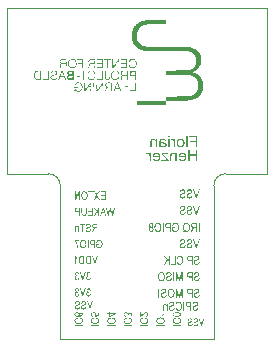
<source format=gbo>
G04*
G04 #@! TF.GenerationSoftware,Altium Limited,Altium NEXUS,5.8.2 (18)*
G04*
G04 Layer_Color=32896*
%FSLAX25Y25*%
%MOIN*%
G70*
G04*
G04 #@! TF.SameCoordinates,96A2D957-15C9-49F1-B6A3-93ECAB74F1FA*
G04*
G04*
G04 #@! TF.FilePolarity,Positive*
G04*
G01*
G75*
%ADD14C,0.00394*%
G36*
X9760Y106247D02*
X9741Y105781D01*
X9760Y105722D01*
X9741Y105703D01*
X9751Y105169D01*
X9741Y104946D01*
X9692Y104897D01*
X9479Y104917D01*
X9420Y104897D01*
X9401Y104917D01*
X8693Y104907D01*
X5344Y104917D01*
X3695Y104897D01*
X3636Y104917D01*
X3627Y104907D01*
X3365Y104878D01*
X3035Y104820D01*
X2772Y104791D01*
X2627Y104762D01*
X2472Y104723D01*
X2248Y104655D01*
X2122Y104606D01*
X2045Y104587D01*
X1909Y104529D01*
X1773Y104451D01*
X1637Y104393D01*
X1608Y104364D01*
X1482Y104315D01*
X1404Y104238D01*
X1326Y104218D01*
X1297Y104189D01*
X1278Y104150D01*
X1249Y104121D01*
X1171Y104102D01*
X1035Y103966D01*
X977Y103946D01*
X890Y103859D01*
X870Y103820D01*
X783Y103733D01*
X744Y103714D01*
X696Y103626D01*
X501Y103354D01*
X366Y103102D01*
X327Y103063D01*
X307Y103024D01*
X278Y102995D01*
X249Y102869D01*
X210Y102830D01*
X191Y102792D01*
X172Y102714D01*
X152Y102578D01*
X94Y102520D01*
X74Y102403D01*
X55Y102326D01*
X16Y102190D01*
X-3Y102132D01*
X-23Y101918D01*
X-42Y101860D01*
X-61Y101433D01*
X-81Y101375D01*
X-71Y100860D01*
X-52Y100608D01*
X-23Y100288D01*
X-3Y100210D01*
X55Y100074D01*
X74Y99880D01*
X152Y99764D01*
X133Y99725D01*
X220Y99521D01*
X259Y99424D01*
X288Y99317D01*
X385Y99181D01*
X404Y99065D01*
X434Y99036D01*
X472Y99016D01*
X540Y98890D01*
X637Y98793D01*
X696Y98696D01*
X725Y98667D01*
X764Y98647D01*
X812Y98599D01*
X831Y98560D01*
X899Y98492D01*
X938Y98473D01*
X1055Y98356D01*
X1094Y98337D01*
X1132Y98298D01*
X1229Y98240D01*
X1326Y98143D01*
X1365Y98123D01*
X1462Y98065D01*
X1715Y97929D01*
X1744Y97900D01*
X1841Y97861D01*
X2025Y97793D01*
X2064Y97755D01*
X2103Y97735D01*
X2239Y97696D01*
X2316Y97677D01*
X2452Y97619D01*
X2569Y97599D01*
X2627Y97580D01*
X2685Y97599D01*
X2782Y97580D01*
X2821Y97541D01*
X2918Y97522D01*
X2976Y97502D01*
X3248Y97483D01*
X3326Y97463D01*
X3461Y97483D01*
X3597Y97425D01*
X15923Y97444D01*
X16001Y97425D01*
X16894Y97405D01*
X16952Y97386D01*
X17049Y97366D01*
X17126Y97347D01*
X17262Y97328D01*
X17321Y97308D01*
X17650Y97289D01*
X17689Y97250D01*
X17864Y97230D01*
X18000Y97192D01*
X18136Y97133D01*
X18388Y97114D01*
X18417Y97085D01*
X18543Y97036D01*
X18679Y96978D01*
X18757Y96959D01*
X19009Y96842D01*
X19126Y96823D01*
X19164Y96784D01*
X19417Y96648D01*
X19572Y96551D01*
X19708Y96473D01*
X19766Y96415D01*
X19912Y96347D01*
X19931Y96308D01*
X19960Y96279D01*
X20057Y96221D01*
X20077Y96182D01*
X20174Y96124D01*
X20222Y96075D01*
X20271Y96008D01*
X20310Y95988D01*
X20465Y95833D01*
X20552Y95726D01*
X20572Y95687D01*
X20630Y95629D01*
X20698Y95522D01*
X20785Y95416D01*
X20882Y95241D01*
X21038Y94969D01*
X21057Y94892D01*
X21115Y94833D01*
X21135Y94678D01*
X21193Y94620D01*
X21212Y94503D01*
X21251Y94348D01*
X21280Y94241D01*
X21300Y94164D01*
X21319Y94067D01*
X21339Y93950D01*
X21368Y93766D01*
X21387Y93708D01*
X21406Y92912D01*
X21387Y92485D01*
X21358Y92378D01*
X21339Y92281D01*
X21309Y92096D01*
X21271Y91961D01*
X21232Y91864D01*
X21212Y91650D01*
X21154Y91592D01*
X21135Y91514D01*
X21076Y91378D01*
X21057Y91339D01*
X21018Y91242D01*
X20989Y91213D01*
X20941Y91087D01*
X20892Y91039D01*
X20843Y90912D01*
X20805Y90874D01*
X20785Y90835D01*
X20698Y90747D01*
X20649Y90621D01*
X20552Y90524D01*
X20494Y90427D01*
X20378Y90311D01*
X20358Y90252D01*
X20290Y90184D01*
X20252Y90165D01*
X20222Y90136D01*
X20203Y90097D01*
X20038Y89932D01*
X19999Y89913D01*
X19970Y89884D01*
X19951Y89845D01*
X19902Y89796D01*
X19805Y89758D01*
X19727Y89680D01*
X19592Y89602D01*
X19553Y89583D01*
X19475Y89505D01*
X19145Y89330D01*
X19038Y89282D01*
X18912Y89233D01*
X18737Y89156D01*
X18660Y89136D01*
X18446Y89078D01*
X18311Y89039D01*
X18291Y89000D01*
X18301Y88952D01*
X18330Y88923D01*
X18388Y88903D01*
X18524Y88923D01*
X18660Y88865D01*
X18912Y88845D01*
X19009Y88806D01*
X19038Y88777D01*
X19184Y88748D01*
X19281Y88709D01*
X19320Y88690D01*
X19475Y88651D01*
X19572Y88593D01*
X19630Y88573D01*
X19727Y88535D01*
X19766Y88515D01*
X19805Y88476D01*
X19902Y88438D01*
X20174Y88282D01*
X20290Y88205D01*
X20426Y88108D01*
X20465Y88088D01*
X20523Y88030D01*
X20659Y87933D01*
X20698Y87914D01*
X20727Y87884D01*
X20746Y87845D01*
X20795Y87797D01*
X20834Y87778D01*
X20863Y87748D01*
X20882Y87710D01*
X20970Y87622D01*
X21057Y87516D01*
X21076Y87477D01*
X21106Y87467D01*
X21135Y87438D01*
X21193Y87341D01*
X21290Y87244D01*
X21309Y87205D01*
X21387Y87127D01*
X21406Y87030D01*
X21445Y86992D01*
X21562Y86778D01*
X21620Y86681D01*
X21717Y86467D01*
X21756Y86429D01*
X21795Y86273D01*
X21863Y86147D01*
X21892Y85982D01*
X21950Y85846D01*
X21969Y85633D01*
X21989Y85555D01*
X22028Y85419D01*
X22047Y85361D01*
X22066Y84992D01*
X22086Y84934D01*
X22076Y84225D01*
X22047Y83692D01*
X22028Y83614D01*
X22047Y83556D01*
X22008Y83459D01*
X21969Y83284D01*
X21950Y83148D01*
X21930Y83071D01*
X21892Y82973D01*
X21872Y82799D01*
X21795Y82624D01*
X21756Y82527D01*
X21727Y82459D01*
X21707Y82381D01*
X21678Y82275D01*
X21600Y82158D01*
X21562Y82003D01*
X21523Y81964D01*
X21504Y81925D01*
X21455Y81877D01*
X21406Y81751D01*
X21329Y81673D01*
X21271Y81576D01*
X21251Y81537D01*
X21203Y81489D01*
X21115Y81382D01*
X21096Y81343D01*
X21009Y81256D01*
X20931Y81139D01*
X20892Y81120D01*
X20659Y80887D01*
X20562Y80829D01*
X20484Y80751D01*
X20446Y80732D01*
X20387Y80673D01*
X20349Y80654D01*
X20310Y80615D01*
X20271Y80596D01*
X20232Y80557D01*
X20096Y80479D01*
X20057Y80440D01*
X19960Y80382D01*
X19902Y80324D01*
X19786Y80305D01*
X19718Y80237D01*
X19592Y80188D01*
X19465Y80120D01*
X19339Y80091D01*
X19300Y80052D01*
X19262Y80033D01*
X19135Y79984D01*
X19019Y79965D01*
X18776Y79878D01*
X18679Y79839D01*
X18563Y79819D01*
X18427Y79761D01*
X18233Y79742D01*
X18058Y79664D01*
X17748Y79645D01*
X17612Y79586D01*
X17583Y79596D01*
X17456Y79586D01*
X17398Y79567D01*
X17029Y79548D01*
X16971Y79528D01*
X16796Y79509D01*
X16738Y79489D01*
X12119Y79470D01*
X12099D01*
X9857Y79480D01*
X9799Y79577D01*
X9809Y79645D01*
X9799Y80761D01*
X9838Y80858D01*
X16185Y80877D01*
X16263Y80897D01*
X16777Y80926D01*
X16913Y80945D01*
X16971Y80965D01*
X17126Y80984D01*
X17204Y81003D01*
X17398Y81023D01*
X17563Y81071D01*
X17680Y81091D01*
X17864Y81120D01*
X17893Y81149D01*
X17990Y81188D01*
X18155Y81217D01*
X18252Y81256D01*
X18281Y81285D01*
X18427Y81314D01*
X18485Y81372D01*
X18602Y81392D01*
X18650Y81459D01*
X18776Y81508D01*
X18873Y81566D01*
X19048Y81663D01*
X19087Y81702D01*
X19184Y81760D01*
X19223Y81799D01*
X19320Y81857D01*
X19398Y81935D01*
X19436Y81954D01*
X19485Y82003D01*
X19504Y82042D01*
X19553Y82090D01*
X19592Y82110D01*
X19640Y82178D01*
X19659Y82217D01*
X19795Y82352D01*
X19815Y82391D01*
X19854Y82488D01*
X19921Y82556D01*
X19951Y82663D01*
X20009Y82721D01*
X20028Y82760D01*
X20067Y82857D01*
X20145Y82993D01*
X20164Y83071D01*
X20242Y83245D01*
X20261Y83362D01*
X20300Y83459D01*
X20319Y83575D01*
X20339Y83653D01*
X20387Y83818D01*
X20407Y84167D01*
X20426Y84245D01*
X20416Y84487D01*
X20436Y84546D01*
X20416Y84585D01*
X20436Y84643D01*
X20426Y84750D01*
X20436Y84856D01*
X20416Y84934D01*
X20397Y85303D01*
X20378Y85380D01*
X20339Y85478D01*
X20319Y85633D01*
X20281Y85730D01*
X20261Y85807D01*
X20222Y85943D01*
X20125Y86157D01*
X20087Y86254D01*
X20057Y86283D01*
X20028Y86390D01*
X19980Y86438D01*
X19921Y86555D01*
X19834Y86661D01*
X19815Y86700D01*
X19786Y86729D01*
X19698Y86836D01*
X19679Y86875D01*
X19630Y86924D01*
X19592Y86943D01*
X19339Y87195D01*
X19262Y87215D01*
X19203Y87292D01*
X19106Y87351D01*
X18932Y87448D01*
X18796Y87545D01*
X18718Y87564D01*
X18602Y87642D01*
X18349Y87739D01*
X18272Y87758D01*
X18165Y87807D01*
X18039Y87836D01*
X17961Y87855D01*
X17903Y87875D01*
X17806Y87894D01*
X17709Y87933D01*
X17534Y87952D01*
X17456Y87972D01*
X17291Y88020D01*
X17049Y88049D01*
X16661Y88088D01*
X16602Y88108D01*
X9906Y88127D01*
X9828Y88146D01*
X9818Y88253D01*
X9799Y88311D01*
X9809Y88418D01*
X9799Y89360D01*
X9838Y89495D01*
X9886Y89544D01*
X10012Y89534D01*
X16117Y89544D01*
X16224Y89573D01*
X16632Y89592D01*
X16855Y89622D01*
X16952Y89660D01*
X17088Y89680D01*
X17165Y89699D01*
X17272Y89748D01*
X17456Y89777D01*
X17621Y89845D01*
X17699Y89864D01*
X17825Y89893D01*
X18029Y90000D01*
X18155Y90049D01*
X18272Y90126D01*
X18330Y90146D01*
X18543Y90281D01*
X18582Y90301D01*
X18621Y90340D01*
X18660Y90359D01*
X18776Y90476D01*
X18873Y90534D01*
X18902Y90563D01*
X18922Y90602D01*
X18970Y90650D01*
X19038Y90699D01*
X19097Y90796D01*
X19126Y90825D01*
X19164Y90844D01*
X19213Y90912D01*
X19232Y90971D01*
X19310Y91048D01*
X19368Y91145D01*
X19407Y91242D01*
X19543Y91495D01*
X19562Y91572D01*
X19611Y91698D01*
X19650Y91796D01*
X19679Y91922D01*
X19698Y92116D01*
X19737Y92213D01*
X19757Y92620D01*
X19737Y93106D01*
X19708Y93212D01*
X19659Y93630D01*
X19601Y93766D01*
X19582Y93843D01*
X19562Y93902D01*
X19543Y94018D01*
X19465Y94193D01*
X19407Y94290D01*
X19368Y94387D01*
X19349Y94464D01*
X19291Y94523D01*
X19213Y94659D01*
X19194Y94697D01*
X19135Y94756D01*
X19077Y94853D01*
X18941Y94989D01*
X18922Y95027D01*
X18893Y95056D01*
X18796Y95115D01*
X18747Y95163D01*
X18728Y95202D01*
X18641Y95270D01*
X18602Y95289D01*
X18466Y95386D01*
X18194Y95542D01*
X18155Y95561D01*
X17825Y95716D01*
X17748Y95736D01*
X17650Y95775D01*
X17573Y95794D01*
X17350Y95862D01*
X17194Y95901D01*
X17097Y95920D01*
X16845Y95959D01*
X16651Y95978D01*
X16428Y96008D01*
X16369Y96027D01*
X16311Y96008D01*
X16292Y96027D01*
X9498Y96046D01*
X9440Y96066D01*
X9420Y96046D01*
X9411Y96056D01*
X9362Y96046D01*
X9304Y96066D01*
X9285Y96046D01*
X8693Y96056D01*
X3733Y96046D01*
X3675Y96066D01*
X3588Y96056D01*
X2860Y96066D01*
X2802Y96085D01*
X2617Y96114D01*
X2501Y96134D01*
X2345Y96153D01*
X2161Y96182D01*
X2103Y96202D01*
X1928Y96241D01*
X1850Y96260D01*
X1453Y96386D01*
X1375Y96406D01*
X1268Y96435D01*
X1142Y96503D01*
X1016Y96551D01*
X841Y96629D01*
X802Y96648D01*
X773Y96677D01*
X589Y96745D01*
X550Y96784D01*
X511Y96803D01*
X356Y96900D01*
X317Y96920D01*
X307Y96949D01*
X45Y97133D01*
X7Y97153D01*
X-91Y97250D01*
X-129Y97269D01*
X-188Y97328D01*
X-226Y97347D01*
X-275Y97395D01*
X-294Y97434D01*
X-343Y97483D01*
X-382Y97502D01*
X-430Y97551D01*
X-479Y97619D01*
X-518Y97638D01*
X-586Y97764D01*
X-634Y97813D01*
X-673Y97832D01*
X-683Y97861D01*
X-721Y97900D01*
X-760Y97997D01*
X-809Y98046D01*
X-848Y98065D01*
X-877Y98094D01*
X-945Y98240D01*
X-1032Y98347D01*
X-1090Y98444D01*
X-1110Y98521D01*
X-1139Y98531D01*
X-1255Y98764D01*
X-1294Y98861D01*
X-1323Y98968D01*
X-1352Y98997D01*
X-1381Y99103D01*
X-1410Y99133D01*
X-1440Y99239D01*
X-1459Y99317D01*
X-1488Y99424D01*
X-1546Y99657D01*
X-1575Y99783D01*
X-1595Y99861D01*
X-1624Y99890D01*
X-1643Y100084D01*
X-1672Y100540D01*
X-1692Y100598D01*
X-1711Y100909D01*
X-1731Y100967D01*
X-1721Y101481D01*
X-1702Y101637D01*
X-1672Y101899D01*
X-1653Y102151D01*
X-1634Y102345D01*
X-1614Y102423D01*
X-1575Y102520D01*
X-1556Y102733D01*
X-1537Y102811D01*
X-1498Y102850D01*
X-1478Y102947D01*
X-1459Y103024D01*
X-1430Y103131D01*
X-1391Y103228D01*
X-1362Y103354D01*
X-1313Y103403D01*
X-1284Y103510D01*
X-1265Y103568D01*
X-1245Y103607D01*
X-1197Y103655D01*
X-1148Y103781D01*
X-1110Y103878D01*
X-1042Y103946D01*
X-993Y104073D01*
X-915Y104150D01*
X-896Y104247D01*
X-867Y104276D01*
X-789Y104296D01*
X-721Y104441D01*
X-702Y104480D01*
X-508Y104674D01*
X-489Y104713D01*
X-421Y104781D01*
X-382Y104800D01*
X-236Y104946D01*
X-217Y104985D01*
X-129Y105072D01*
X-71Y105092D01*
X-3Y105160D01*
X16Y105198D01*
X181Y105286D01*
X239Y105344D01*
X414Y105441D01*
X482Y105509D01*
X793Y105664D01*
X890Y105703D01*
X996Y105790D01*
X1074Y105810D01*
X1249Y105887D01*
X1346Y105926D01*
X1443Y105946D01*
X1540Y105984D01*
X1812Y106062D01*
X1870Y106082D01*
X1986Y106101D01*
X2074Y106149D01*
X2375Y106179D01*
X2452Y106198D01*
X2549Y106237D01*
X2957Y106256D01*
X3209Y106276D01*
X3267Y106295D01*
X9459Y106315D01*
X9518Y106295D01*
X9712Y106315D01*
X9760Y106247D01*
D02*
G37*
G36*
X-8612Y93368D02*
X-8563Y93242D01*
X-8592Y93154D01*
X-8748Y93135D01*
X-8825Y93154D01*
X-9252Y93135D01*
X-9505Y93154D01*
X-9592Y93125D01*
X-9611Y90466D01*
X-9660Y90417D01*
X-9815Y90379D01*
X-9864Y90427D01*
X-9883Y93028D01*
X-9912Y93115D01*
X-9951Y93135D01*
X-10009Y93154D01*
X-10368Y93145D01*
X-10689Y93154D01*
X-10825Y93135D01*
X-10931Y93164D01*
X-10951Y93242D01*
X-10912Y93339D01*
X-10854Y93378D01*
X-10378Y93368D01*
X-8748D01*
X-8670Y93387D01*
X-8612Y93368D01*
D02*
G37*
G36*
X-23529Y93319D02*
X-23509Y91242D01*
X-23529Y90582D01*
X-23509Y90505D01*
X-23529Y90427D01*
X-23616Y90379D01*
X-23752Y90398D01*
X-23791Y90456D01*
X-23781Y90738D01*
Y90757D01*
Y91669D01*
X-23810Y91698D01*
X-23907Y91718D01*
X-23965Y91737D01*
X-24092Y91728D01*
X-24451Y91737D01*
X-25023Y91708D01*
X-25149Y91660D01*
X-25246Y91621D01*
X-25275Y91592D01*
X-25295Y91553D01*
X-25334Y91514D01*
X-25431Y91339D01*
X-25450Y91087D01*
X-25479Y90980D01*
X-25508Y90641D01*
X-25528Y90447D01*
X-25557Y90417D01*
X-25654Y90398D01*
X-25712Y90379D01*
X-25780Y90388D01*
X-25800Y90505D01*
X-25780Y90641D01*
X-25761Y90699D01*
X-25732Y91058D01*
X-25703Y91359D01*
X-25644Y91495D01*
X-25596Y91621D01*
X-25557Y91640D01*
X-25528Y91669D01*
X-25508Y91708D01*
X-25470Y91728D01*
X-25363Y91757D01*
X-25334Y91786D01*
X-25314Y91825D01*
X-25343Y91854D01*
X-25479Y91951D01*
X-25518Y91970D01*
X-25605Y92058D01*
X-25780Y92388D01*
X-25800Y92659D01*
X-25761Y92815D01*
X-25625Y93106D01*
X-25557Y93135D01*
X-25499Y93212D01*
X-25460Y93232D01*
X-25256Y93319D01*
X-25159Y93339D01*
X-24848Y93378D01*
X-23849Y93368D01*
X-23596Y93387D01*
X-23529Y93319D01*
D02*
G37*
G36*
X-4885Y93368D02*
X-3613Y93378D01*
X-3313Y93368D01*
X-3284Y93339D01*
X-3264Y91766D01*
X-3284Y91708D01*
X-3264Y91650D01*
X-3274Y90611D01*
X-3264Y90524D01*
X-3284Y90447D01*
X-3322Y90408D01*
X-3701Y90379D01*
X-5001D01*
X-5060Y90398D01*
X-5118Y90379D01*
X-5312Y90398D01*
X-5361Y90485D01*
X-5380Y90563D01*
X-5351Y90592D01*
X-5312Y90611D01*
X-5254Y90631D01*
X-5089Y90621D01*
X-4633Y90631D01*
X-4574Y90611D01*
X-4555Y90631D01*
X-4021Y90621D01*
X-3876Y90631D01*
X-3740Y90611D01*
X-3681Y90631D01*
X-3662Y90611D01*
X-3565Y90631D01*
X-3536Y90679D01*
X-3546Y90786D01*
X-3536Y91650D01*
X-3555Y91786D01*
X-3584Y91815D01*
X-3623Y91834D01*
X-3681Y91815D01*
X-3827Y91825D01*
X-4497Y91815D01*
X-4555Y91834D01*
X-4613Y91815D01*
X-4914Y91825D01*
X-5157Y91815D01*
X-5205Y91864D01*
X-5225Y91922D01*
X-5205Y91999D01*
X-5118Y92048D01*
X-5060Y92028D01*
X-4895Y92038D01*
X-4011Y92028D01*
X-3876Y92048D01*
X-3817Y92028D01*
X-3643Y92048D01*
X-3555Y92077D01*
X-3536Y93028D01*
X-3555Y93106D01*
X-3623Y93154D01*
X-3749Y93145D01*
X-4807Y93154D01*
X-4865Y93135D01*
X-5079Y93154D01*
X-5157Y93135D01*
X-5293Y93154D01*
X-5341Y93242D01*
X-5322Y93319D01*
X-5293Y93348D01*
X-5021Y93368D01*
X-4943Y93387D01*
X-4885Y93368D01*
D02*
G37*
G36*
X-13251D02*
X-13125Y93378D01*
X-11387Y93368D01*
X-11339Y93319D01*
X-11320Y90563D01*
X-11358Y90408D01*
X-11387Y90379D01*
X-11708Y90388D01*
X-12863Y90379D01*
X-12921Y90398D01*
X-13028Y90388D01*
X-13231Y90398D01*
X-13290Y90379D01*
X-13387Y90417D01*
X-13416Y90524D01*
X-13396Y90602D01*
X-13367Y90631D01*
X-13193Y90611D01*
X-13134Y90631D01*
X-12969Y90621D01*
X-12183Y90631D01*
X-11989Y90611D01*
X-11931Y90631D01*
X-11717Y90611D01*
X-11640Y90631D01*
X-11611Y90660D01*
X-11591Y91689D01*
X-11611Y91766D01*
X-11640Y91796D01*
X-11814Y91815D01*
X-11950Y91834D01*
X-12009Y91815D01*
X-12173Y91825D01*
X-12494Y91815D01*
X-12843D01*
X-12901Y91834D01*
X-13154Y91815D01*
X-13231Y91834D01*
X-13280Y91922D01*
X-13261Y91999D01*
X-13222Y92019D01*
X-13115Y92048D01*
X-13057Y92028D01*
X-12931Y92038D01*
X-12203Y92028D01*
X-12067Y92048D01*
X-12009Y92028D01*
X-11795Y92048D01*
X-11737Y92028D01*
X-11640Y92048D01*
X-11611Y92077D01*
X-11591Y93028D01*
X-11611Y93106D01*
X-11640Y93135D01*
X-11737Y93154D01*
X-11795Y93135D01*
X-11853Y93154D01*
X-11921Y93145D01*
X-12785Y93154D01*
X-12843Y93135D01*
X-12979Y93154D01*
X-13057Y93135D01*
X-13193Y93154D01*
X-13251Y93135D01*
X-13348Y93154D01*
X-13396Y93203D01*
X-13377Y93319D01*
X-13290Y93387D01*
X-13251Y93368D01*
D02*
G37*
G36*
X-17997Y93358D02*
X-17977Y90447D01*
X-18006Y90417D01*
X-18074Y90388D01*
X-18200Y90398D01*
X-18229Y90427D01*
X-18249Y91728D01*
X-18268Y91805D01*
X-18336Y91834D01*
X-18395Y91815D01*
X-18501Y91825D01*
X-18822Y91815D01*
X-18880Y91834D01*
X-18938Y91815D01*
X-19452Y91825D01*
X-19617Y91815D01*
X-19666Y91864D01*
X-19685Y91980D01*
X-19608Y92038D01*
X-19598Y92048D01*
X-18919Y92028D01*
X-18783Y92048D01*
X-18724Y92028D01*
X-18618Y92038D01*
X-18356Y92028D01*
X-18268Y92058D01*
X-18249Y93047D01*
X-18268Y93125D01*
X-18317Y93154D01*
X-18492Y93135D01*
X-18550Y93154D01*
X-18637Y93145D01*
X-19598Y93154D01*
X-19656Y93135D01*
X-19812Y93154D01*
X-19841Y93183D01*
X-19860Y93242D01*
X-19841Y93319D01*
X-19812Y93348D01*
X-18220Y93368D01*
X-18026Y93387D01*
X-17997Y93358D01*
D02*
G37*
G36*
X-5885D02*
X-5865Y90505D01*
X-5885Y90427D01*
X-5914Y90398D01*
X-6088Y90379D01*
X-6117Y90408D01*
X-6137Y92737D01*
X-6166Y92824D01*
X-6205Y92844D01*
X-6253Y92776D01*
X-6350Y92601D01*
X-6409Y92543D01*
X-6428Y92504D01*
X-6506Y92388D01*
X-6554Y92320D01*
X-6641Y92213D01*
X-6661Y92174D01*
X-6797Y91980D01*
X-6816Y91941D01*
X-6855Y91902D01*
X-6875Y91864D01*
X-6972Y91728D01*
X-6991Y91689D01*
X-7088Y91553D01*
X-7107Y91514D01*
X-7146Y91475D01*
X-7166Y91436D01*
X-7360Y91165D01*
X-7379Y91126D01*
X-7476Y90990D01*
X-7496Y90951D01*
X-7593Y90854D01*
X-7612Y90815D01*
X-7690Y90699D01*
X-7767Y90563D01*
X-7806Y90524D01*
X-7826Y90485D01*
X-7893Y90417D01*
X-8146Y90398D01*
X-8194Y90447D01*
X-8214Y90835D01*
X-8194Y90893D01*
X-8204Y91330D01*
X-8194Y93047D01*
X-8214Y93242D01*
X-8185Y93348D01*
X-7971Y93368D01*
X-7942Y93339D01*
X-7923Y91766D01*
X-7942Y91514D01*
X-7923Y91378D01*
X-7942Y91068D01*
X-7903Y90932D01*
X-7855Y90922D01*
X-7748Y91126D01*
X-7690Y91184D01*
X-7622Y91291D01*
X-7534Y91398D01*
X-7457Y91533D01*
X-7418Y91572D01*
X-7340Y91708D01*
X-7282Y91766D01*
X-7263Y91805D01*
X-7127Y91999D01*
X-7030Y92135D01*
X-6952Y92271D01*
X-6913Y92310D01*
X-6894Y92349D01*
X-6855Y92388D01*
X-6797Y92485D01*
X-6739Y92523D01*
X-6700Y92620D01*
X-6641Y92679D01*
X-6622Y92717D01*
X-6583Y92756D01*
X-6496Y92921D01*
X-6409Y93028D01*
X-6350Y93125D01*
X-6292Y93183D01*
X-6283Y93193D01*
X-6253Y93261D01*
X-6147Y93348D01*
X-5991Y93368D01*
X-5933Y93387D01*
X-5885Y93358D01*
D02*
G37*
G36*
X-1148Y93397D02*
X-1022Y93368D01*
X-964Y93348D01*
X-828Y93271D01*
X-741Y93222D01*
X-586Y93125D01*
X-566Y93086D01*
X-518Y93038D01*
X-333Y92795D01*
X-217Y92582D01*
X-197Y92485D01*
X-158Y92388D01*
X-139Y92291D01*
X-120Y92232D01*
X-100Y91611D01*
X-120Y91533D01*
X-178Y91320D01*
X-197Y91242D01*
X-333Y90951D01*
X-353Y90912D01*
X-382Y90903D01*
X-430Y90835D01*
X-450Y90796D01*
X-498Y90747D01*
X-537Y90728D01*
X-547Y90699D01*
X-615Y90631D01*
X-654Y90611D01*
X-692Y90573D01*
X-983Y90417D01*
X-1119Y90359D01*
X-1663Y90340D01*
X-1857Y90359D01*
X-1964Y90408D01*
X-2090Y90456D01*
X-2206Y90534D01*
X-2245Y90553D01*
X-2303Y90611D01*
X-2313Y90621D01*
X-2371Y90641D01*
X-2439Y90747D01*
X-2527Y90854D01*
X-2604Y90990D01*
X-2643Y91087D01*
X-2672Y91116D01*
X-2692Y91233D01*
X-2711Y91330D01*
X-2740Y91436D01*
X-2721Y91495D01*
X-2595Y91524D01*
X-2517Y91504D01*
X-2478Y91466D01*
X-2430Y91339D01*
X-2410Y91203D01*
X-2391Y91126D01*
X-2352Y91087D01*
X-2265Y90903D01*
X-2226Y90883D01*
X-2167Y90825D01*
X-1993Y90689D01*
X-1896Y90631D01*
X-1818Y90611D01*
X-1721Y90573D01*
X-1372Y90553D01*
X-1207Y90602D01*
X-1129Y90621D01*
X-1003Y90650D01*
X-867Y90747D01*
X-828Y90767D01*
X-702Y90893D01*
X-644Y90990D01*
X-605Y91029D01*
X-489Y91223D01*
X-450Y91398D01*
X-391Y91533D01*
X-372Y91592D01*
X-382Y92125D01*
X-411Y92310D01*
X-489Y92504D01*
X-547Y92601D01*
X-566Y92679D01*
X-605Y92717D01*
X-683Y92853D01*
X-760Y92931D01*
X-867Y93018D01*
X-1032Y93106D01*
X-1129Y93145D01*
X-1333Y93193D01*
X-1391Y93212D01*
X-1634Y93203D01*
X-1837Y93154D01*
X-1935Y93115D01*
X-2109Y93018D01*
X-2138Y92989D01*
X-2158Y92950D01*
X-2255Y92853D01*
X-2332Y92717D01*
X-2400Y92650D01*
X-2430Y92523D01*
X-2459Y92494D01*
X-2653Y92475D01*
X-2701Y92543D01*
X-2672Y92630D01*
X-2624Y92756D01*
X-2527Y92970D01*
X-2430Y93067D01*
X-2410Y93106D01*
X-2323Y93154D01*
X-2265Y93212D01*
X-2226Y93232D01*
X-2197Y93261D01*
X-2070Y93310D01*
X-1935Y93368D01*
X-1837Y93407D01*
X-1410Y93426D01*
X-1148Y93397D01*
D02*
G37*
G36*
X-13969Y93368D02*
X-13920Y93319D01*
X-13901Y90466D01*
X-13959Y90408D01*
X-14066Y90379D01*
X-14144Y90398D01*
X-14183Y90456D01*
X-14173Y91611D01*
X-14202Y91698D01*
X-14299Y91718D01*
X-14357Y91737D01*
X-14406Y91728D01*
X-14998Y91737D01*
X-15056Y91718D01*
X-15250Y91737D01*
X-15386Y91718D01*
X-15483Y91679D01*
X-15619Y91621D01*
X-15658Y91601D01*
X-15726Y91514D01*
X-15813Y91349D01*
X-15832Y91272D01*
X-15852Y91058D01*
X-15871Y90883D01*
X-15891Y90806D01*
X-15910Y90592D01*
X-15939Y90427D01*
X-16007Y90379D01*
X-16026Y90398D01*
X-16162Y90379D01*
X-16192Y90408D01*
X-16211Y90485D01*
X-16192Y90544D01*
Y90563D01*
X-16182Y90592D01*
X-16153Y90776D01*
X-16133Y90835D01*
X-16114Y91262D01*
X-16094Y91398D01*
X-16046Y91485D01*
X-15997Y91611D01*
X-15929Y91679D01*
X-15832Y91737D01*
X-15726Y91786D01*
X-15706Y91844D01*
X-15735Y91873D01*
X-15871Y91951D01*
X-15910Y91970D01*
X-15939Y91999D01*
X-15997Y92096D01*
X-16026Y92125D01*
X-16114Y92232D01*
X-16133Y92329D01*
X-16172Y92426D01*
X-16192Y92698D01*
X-16153Y92834D01*
X-16114Y92931D01*
X-16056Y93028D01*
X-16017Y93125D01*
X-15929Y93174D01*
X-15891Y93193D01*
X-15842Y93242D01*
X-15716Y93290D01*
X-15629Y93319D01*
X-15551Y93339D01*
X-15454Y93358D01*
X-14250Y93378D01*
X-13969Y93368D01*
D02*
G37*
G36*
X-21316Y93416D02*
X-21131Y93387D01*
X-20763Y93212D01*
X-20724Y93174D01*
X-20685Y93154D01*
X-20539Y93009D01*
X-20481Y92912D01*
X-20442Y92873D01*
X-20365Y92737D01*
X-20336Y92708D01*
X-20287Y92582D01*
X-20238Y92475D01*
X-20209Y92368D01*
X-20190Y92232D01*
X-20171Y92174D01*
X-20151Y91689D01*
X-20190Y91533D01*
X-20209Y91398D01*
X-20248Y91262D01*
X-20365Y91009D01*
X-20384Y90951D01*
X-20423Y90912D01*
X-20481Y90815D01*
X-20510Y90786D01*
X-20549Y90767D01*
X-20675Y90641D01*
X-20782Y90553D01*
X-21073Y90398D01*
X-21151Y90379D01*
X-21209Y90359D01*
X-21520Y90340D01*
X-21947Y90359D01*
X-22121Y90437D01*
X-22199Y90456D01*
X-22315Y90534D01*
X-22354Y90553D01*
X-22393Y90592D01*
X-22490Y90650D01*
X-22519Y90679D01*
X-22539Y90718D01*
X-22616Y90796D01*
X-22636Y90835D01*
X-22694Y90893D01*
X-22791Y91068D01*
X-22810Y91106D01*
X-22907Y91320D01*
X-22927Y91553D01*
X-22946Y91631D01*
X-22966Y91689D01*
X-22956Y92125D01*
X-22937Y92203D01*
X-22907Y92388D01*
X-22888Y92465D01*
X-22674Y92912D01*
X-22539Y93047D01*
X-22519Y93086D01*
X-22432Y93135D01*
X-22374Y93193D01*
X-22121Y93329D01*
X-21927Y93407D01*
X-21384Y93426D01*
X-21364D01*
X-21316Y93416D01*
D02*
G37*
G36*
X-566Y89418D02*
X-489Y89398D01*
X-323Y89408D01*
X-285Y89350D01*
X-294Y88913D01*
X-314Y88855D01*
X-304Y88826D01*
X-285Y87933D01*
X-294Y86526D01*
X-343Y86477D01*
X-440Y86497D01*
X-518Y86516D01*
X-576Y86535D01*
X-634Y86516D01*
X-731Y86477D01*
X-789Y86497D01*
X-809Y86613D01*
X-799Y86817D01*
X-818Y86894D01*
X-799Y87089D01*
X-818Y87166D01*
X-799Y87419D01*
X-818Y87554D01*
X-857Y87651D01*
X-886Y87681D01*
X-925Y87661D01*
X-1100Y87642D01*
X-1158Y87661D01*
X-1168Y87651D01*
X-1643Y87661D01*
X-1740Y87700D01*
X-1789Y87690D01*
X-1915Y87700D01*
X-2129Y87797D01*
X-2284Y87952D01*
X-2323Y87972D01*
X-2449Y88214D01*
X-2478Y88282D01*
X-2497Y88379D01*
X-2488Y88777D01*
X-2430Y88913D01*
X-2391Y89049D01*
X-2303Y89097D01*
X-2255Y89146D01*
X-2235Y89185D01*
X-2206Y89214D01*
X-2070Y89292D01*
X-2032Y89330D01*
X-1993Y89350D01*
X-1964Y89379D01*
X-1847Y89398D01*
X-1721Y89389D01*
X-1624Y89428D01*
X-1605D01*
X-1566Y89408D01*
X-915Y89418D01*
X-731Y89408D01*
X-673Y89428D01*
X-566Y89418D01*
D02*
G37*
G36*
X-16822Y89447D02*
X-16735Y89418D01*
X-16677Y89321D01*
X-16706Y89253D01*
X-17026Y89224D01*
X-17638Y89233D01*
X-17735Y89195D01*
X-17764Y88971D01*
X-17744Y88913D01*
X-17764Y88894D01*
X-17754Y86924D01*
X-17764Y86564D01*
X-17783Y86487D01*
X-17812Y86458D01*
X-17958Y86467D01*
X-17967Y86477D01*
X-17987D01*
X-18016Y86506D01*
X-18035Y86642D01*
X-18016Y86778D01*
X-18035Y86836D01*
X-18026Y86982D01*
X-18035Y87186D01*
X-18016Y87263D01*
X-18035Y87322D01*
X-18026Y88554D01*
X-18035Y88700D01*
X-18016Y88777D01*
X-18035Y88913D01*
X-18016Y88971D01*
X-18035Y89127D01*
X-18065Y89214D01*
X-19035Y89233D01*
X-19064Y89262D01*
X-19084Y89321D01*
X-19054Y89408D01*
X-18986Y89437D01*
X-16890Y89457D01*
X-16822Y89447D01*
D02*
G37*
G36*
X-11484D02*
X-11407Y89428D01*
X-11397Y89185D01*
X-11417Y88991D01*
X-11397Y88933D01*
X-11407Y88826D01*
X-11397Y88622D01*
X-11417Y88564D01*
X-11407Y88457D01*
X-11417Y88292D01*
X-11397Y88234D01*
X-11407Y87836D01*
X-11397Y87632D01*
X-11417Y87574D01*
X-11407Y87525D01*
X-11397Y87516D01*
Y87011D01*
X-11417Y86953D01*
X-11397Y86914D01*
X-11407Y86729D01*
X-11397Y86526D01*
X-11436Y86487D01*
X-11552Y86467D01*
X-11795Y86477D01*
X-11853Y86458D01*
X-11912Y86477D01*
X-11950Y86458D01*
X-12154Y86467D01*
X-12591Y86458D01*
X-12649Y86477D01*
X-12765Y86458D01*
X-12824Y86477D01*
X-13115Y86458D01*
X-13173Y86477D01*
X-13406Y86458D01*
X-13464Y86477D01*
X-13493Y86661D01*
X-13464Y86691D01*
X-11717Y86710D01*
X-11688Y86739D01*
X-11669Y87787D01*
X-11698Y87875D01*
X-11795Y87914D01*
X-11853Y87894D01*
X-12096Y87904D01*
X-12765Y87894D01*
X-12824Y87914D01*
X-13115Y87894D01*
X-13251Y87914D01*
X-13328Y87933D01*
X-13358Y88001D01*
X-13319Y88098D01*
X-13270Y88127D01*
X-13144Y88117D01*
X-11737Y88127D01*
X-11688Y88175D01*
X-11669Y89107D01*
X-11688Y89185D01*
X-11756Y89233D01*
X-13028Y89224D01*
X-13367Y89233D01*
X-13455Y89262D01*
X-13474Y89321D01*
X-13435Y89418D01*
X-13396Y89437D01*
X-13319Y89457D01*
X-11484Y89447D01*
D02*
G37*
G36*
X-31380D02*
X-29604Y89457D01*
X-29478Y89447D01*
X-29439Y89408D01*
X-29420Y88709D01*
X-29429Y87244D01*
X-29410Y87186D01*
X-29429Y87127D01*
X-29420Y86982D01*
X-29429Y86681D01*
Y86661D01*
Y86545D01*
X-29449Y86467D01*
X-29517Y86458D01*
X-29575Y86477D01*
X-29701Y86467D01*
X-29983Y86477D01*
X-30041Y86458D01*
X-30147Y86467D01*
X-31166Y86458D01*
X-31302Y86477D01*
X-31380Y86458D01*
X-31458Y86477D01*
X-31487Y86506D01*
X-31477Y86691D01*
X-29905Y86710D01*
X-29847Y86691D01*
X-29818Y86700D01*
X-29740Y86720D01*
X-29691Y86788D01*
X-29701Y87166D01*
X-29682Y87224D01*
X-29691Y87292D01*
X-29682Y87438D01*
X-29701Y87496D01*
X-29691Y87700D01*
X-29701Y87807D01*
X-29721Y87884D01*
X-29750Y87914D01*
X-30002Y87894D01*
X-30060Y87914D01*
X-30118Y87894D01*
X-30613Y87904D01*
X-30778Y87894D01*
X-30837Y87914D01*
X-31205Y87894D01*
X-31341Y87933D01*
X-31370Y87981D01*
X-31361Y88088D01*
X-31147Y88108D01*
X-31089Y88127D01*
X-30885Y88117D01*
X-29924Y88127D01*
X-29866Y88108D01*
X-29750Y88127D01*
X-29721Y88156D01*
X-29691Y88224D01*
X-29701Y89030D01*
X-29682Y89107D01*
X-29701Y89185D01*
X-29759Y89224D01*
X-31467Y89243D01*
X-31487Y89340D01*
X-31467Y89418D01*
X-31400Y89466D01*
X-31380Y89447D01*
D02*
G37*
G36*
X-19122Y87729D02*
X-19093Y87661D01*
X-19103Y87535D01*
X-19151Y87486D01*
X-19210Y87506D01*
X-19317Y87496D01*
X-19443Y87506D01*
X-19501Y87486D01*
X-19695Y87506D01*
X-19714D01*
X-19763Y87496D01*
X-19928Y87506D01*
X-20064Y87486D01*
X-20112Y87535D01*
X-20132Y87690D01*
X-20103Y87719D01*
X-20006Y87739D01*
X-19870Y87719D01*
X-19812Y87739D01*
X-19122Y87729D01*
D02*
G37*
G36*
X-14969Y89495D02*
X-14891Y89476D01*
X-14765Y89428D01*
X-14629Y89389D01*
X-14474Y89292D01*
X-14377Y89233D01*
X-14309Y89165D01*
X-14289Y89127D01*
X-14221Y89059D01*
X-14134Y88952D01*
X-14056Y88816D01*
X-13998Y88719D01*
X-13959Y88622D01*
X-13940Y88544D01*
X-13911Y88457D01*
X-13891Y88379D01*
X-13872Y88205D01*
X-13852Y88011D01*
X-13862Y87826D01*
X-13882Y87632D01*
X-13901Y87496D01*
X-13920Y87419D01*
X-13969Y87312D01*
X-13998Y87186D01*
X-14037Y87147D01*
X-14056Y87108D01*
X-14095Y87011D01*
X-14192Y86914D01*
X-14212Y86875D01*
X-14289Y86797D01*
X-14309Y86759D01*
X-14377Y86710D01*
X-14415Y86691D01*
X-14454Y86652D01*
X-14823Y86458D01*
X-15056Y86438D01*
X-15114Y86419D01*
X-15561Y86438D01*
X-15638Y86458D01*
X-15929Y86594D01*
X-16026Y86652D01*
X-16104Y86729D01*
X-16143Y86749D01*
X-16230Y86875D01*
X-16327Y87050D01*
X-16463Y87302D01*
X-16483Y87554D01*
X-16454Y87584D01*
X-16259Y87603D01*
X-16230Y87574D01*
X-16211Y87419D01*
X-16133Y87244D01*
X-16075Y87108D01*
X-15968Y86943D01*
X-15929Y86924D01*
X-15852Y86826D01*
X-15755Y86768D01*
X-15502Y86652D01*
X-15075Y86632D01*
X-14978Y86671D01*
X-14940Y86691D01*
X-14862Y86710D01*
X-14648Y86807D01*
X-14609Y86846D01*
X-14513Y86904D01*
X-14454Y87001D01*
X-14386Y87050D01*
X-14270Y87263D01*
X-14212Y87399D01*
X-14173Y87496D01*
X-14153Y87729D01*
X-14144Y87739D01*
X-14134Y87981D01*
X-14153Y88292D01*
X-14173Y88370D01*
X-14221Y88535D01*
X-14250Y88661D01*
X-14309Y88700D01*
X-14328Y88816D01*
X-14357Y88845D01*
X-14396Y88865D01*
X-14445Y88933D01*
X-14464Y88971D01*
X-14493Y88981D01*
X-14522Y89010D01*
X-14629Y89097D01*
X-14765Y89175D01*
X-14794Y89204D01*
X-14998Y89253D01*
X-15095Y89292D01*
X-15279Y89282D01*
X-15541Y89253D01*
X-15832Y89117D01*
X-15871Y89097D01*
X-15978Y88991D01*
X-16056Y88855D01*
X-16094Y88816D01*
X-16114Y88758D01*
X-16153Y88661D01*
X-16172Y88622D01*
X-16221Y88573D01*
X-16318Y88554D01*
X-16395Y88573D01*
X-16444Y88622D01*
X-16405Y88758D01*
X-16386Y88836D01*
X-16327Y88933D01*
X-16288Y89030D01*
X-16153Y89165D01*
X-16133Y89204D01*
X-16085Y89253D01*
X-15988Y89292D01*
X-15852Y89389D01*
X-15755Y89428D01*
X-15677Y89447D01*
X-15541Y89505D01*
X-14969Y89495D01*
D02*
G37*
G36*
X-20986Y89398D02*
X-20966Y89321D01*
X-20986Y89262D01*
X-20966Y89224D01*
X-20976Y87700D01*
X-20966Y87554D01*
X-20986Y87419D01*
X-20966Y87108D01*
X-20986Y87050D01*
X-20976Y86885D01*
X-20986Y86487D01*
X-21015Y86477D01*
X-21073Y86497D01*
X-21160Y86487D01*
X-22529Y86497D01*
X-22587Y86516D01*
X-22859Y86535D01*
X-23101Y86661D01*
X-23208Y86749D01*
X-23247Y86768D01*
X-23315Y86894D01*
X-23354Y86933D01*
X-23373Y87011D01*
X-23431Y87147D01*
X-23451Y87399D01*
X-23412Y87496D01*
X-23393Y87574D01*
X-23354Y87710D01*
X-23257Y87807D01*
X-23237Y87845D01*
X-23150Y87914D01*
X-23111Y87933D01*
X-23082Y87981D01*
X-22927Y88040D01*
X-22946Y88117D01*
X-23024Y88195D01*
X-23121Y88234D01*
X-23199Y88370D01*
X-23237Y88408D01*
Y88428D01*
X-23257Y88447D01*
X-23276Y88874D01*
X-23237Y89010D01*
X-23208Y89039D01*
X-23169Y89059D01*
X-23121Y89165D01*
X-23072Y89214D01*
X-22937Y89292D01*
X-22898Y89330D01*
X-22801Y89389D01*
X-22742Y89408D01*
X-21015Y89428D01*
X-20986Y89398D01*
D02*
G37*
G36*
X-3167Y89418D02*
X-3138Y89350D01*
X-3148Y86506D01*
X-3177Y86477D01*
X-3254Y86458D01*
X-3390Y86477D01*
X-3419Y86526D01*
X-3410Y87273D01*
X-3419Y87516D01*
X-3400Y87651D01*
X-3439Y87787D01*
X-3468Y87816D01*
X-3575Y87807D01*
X-4574Y87816D01*
X-4662Y87787D01*
X-4846Y87719D01*
X-4904Y87661D01*
X-4992Y87554D01*
X-5021Y87486D01*
X-5060Y87292D01*
X-5089Y87166D01*
X-5108Y87089D01*
Y87069D01*
Y86992D01*
X-5127Y86739D01*
X-5147Y86545D01*
X-5176Y86516D01*
X-5273Y86458D01*
X-5419Y86467D01*
X-5438Y86506D01*
X-5419Y86564D01*
X-5399Y86720D01*
X-5380Y86778D01*
X-5361Y87205D01*
X-5341Y87263D01*
X-5322Y87438D01*
X-5244Y87613D01*
X-5205Y87710D01*
X-5118Y87778D01*
X-5079Y87797D01*
X-5050Y87826D01*
X-4943Y87855D01*
X-4914Y87884D01*
X-4924Y87933D01*
X-5098Y88030D01*
X-5283Y88214D01*
X-5302Y88253D01*
X-5380Y88428D01*
X-5399Y88777D01*
X-5380Y88913D01*
X-5302Y89088D01*
X-5283Y89127D01*
X-5225Y89185D01*
X-5205Y89224D01*
X-5079Y89292D01*
X-4943Y89389D01*
X-4807Y89408D01*
X-4749Y89428D01*
X-3196Y89447D01*
X-3167Y89418D01*
D02*
G37*
G36*
X-24810D02*
X-24790Y89340D01*
X-24732Y89204D01*
X-24693Y89107D01*
X-24596Y88855D01*
X-24519Y88680D01*
X-24499Y88603D01*
X-24431Y88476D01*
X-24402Y88370D01*
X-24324Y88195D01*
X-24305Y88117D01*
X-24247Y88020D01*
X-24227Y87904D01*
X-24140Y87758D01*
X-24111Y87613D01*
X-24053Y87554D01*
X-24014Y87399D01*
X-23965Y87312D01*
X-23936Y87205D01*
X-23888Y87118D01*
X-23810Y86924D01*
X-23762Y86797D01*
X-23723Y86700D01*
X-23684Y86661D01*
X-23664Y86506D01*
X-23694Y86477D01*
X-23829Y86458D01*
X-23907Y86477D01*
X-23956Y86584D01*
X-23985Y86613D01*
X-24053Y86797D01*
X-24130Y86972D01*
X-24150Y87050D01*
X-24179Y87137D01*
X-24247Y87322D01*
X-24353Y87428D01*
X-24412Y87409D01*
X-24994Y87389D01*
X-25246Y87409D01*
X-25382Y87389D01*
X-25576Y87409D01*
X-25654Y87389D01*
X-25703Y87341D01*
X-25722Y87224D01*
X-25800Y87050D01*
X-25897Y86797D01*
X-25935Y86700D01*
X-25945Y86691D01*
X-25965Y86652D01*
X-25994Y86545D01*
X-26062Y86477D01*
X-26178Y86458D01*
X-26256Y86477D01*
X-26285Y86506D01*
X-26265Y86642D01*
X-26197Y86768D01*
X-26168Y86875D01*
X-26130Y86972D01*
X-26100Y87001D01*
X-26042Y87215D01*
X-25945Y87428D01*
X-25897Y87554D01*
X-25819Y87729D01*
X-25780Y87884D01*
X-25732Y87933D01*
X-25703Y88059D01*
X-25644Y88195D01*
X-25605Y88292D01*
X-25586Y88370D01*
X-25557Y88399D01*
X-25508Y88525D01*
X-25489Y88603D01*
X-25440Y88690D01*
X-25411Y88797D01*
X-25392Y88874D01*
X-25363Y88903D01*
X-25305Y89059D01*
X-25256Y89185D01*
X-25198Y89321D01*
X-25179Y89379D01*
X-25130Y89428D01*
X-24897Y89447D01*
X-24810Y89418D01*
D02*
G37*
G36*
X-32030Y89398D02*
X-32011Y87884D01*
Y87865D01*
Y86584D01*
X-32030Y86506D01*
X-32059Y86477D01*
X-32254Y86458D01*
X-32331Y86477D01*
X-32389Y86458D01*
X-32642Y86477D01*
X-32700Y86458D01*
X-32855Y86477D01*
X-32914Y86458D01*
X-32962Y86467D01*
X-33205Y86458D01*
X-33302Y86497D01*
X-33457Y86516D01*
X-33535Y86535D01*
X-33670Y86574D01*
X-33826Y86671D01*
X-33962Y86749D01*
X-33981Y86788D01*
X-34020Y86807D01*
X-34068Y86856D01*
X-34165Y86992D01*
X-34185Y87030D01*
X-34282Y87186D01*
X-34301Y87283D01*
X-34340Y87380D01*
X-34360Y87457D01*
X-34379Y87516D01*
X-34398Y88001D01*
X-34379Y88370D01*
X-34340Y88525D01*
X-34301Y88661D01*
X-34243Y88797D01*
X-34146Y88971D01*
X-34088Y89068D01*
X-34039Y89117D01*
X-33981Y89136D01*
X-33903Y89214D01*
X-33768Y89292D01*
X-33729Y89311D01*
X-33515Y89408D01*
X-33457Y89428D01*
X-32079Y89447D01*
X-32030Y89398D01*
D02*
G37*
G36*
X-6884Y89486D02*
X-6855Y89457D01*
X-6709Y89428D01*
X-6612Y89389D01*
X-6477Y89311D01*
X-6447Y89282D01*
X-6341Y89195D01*
X-6302Y89175D01*
X-6253Y89127D01*
X-6234Y89088D01*
X-6156Y89010D01*
X-6137Y88913D01*
X-6050Y88826D01*
X-6001Y88700D01*
X-5962Y88661D01*
X-5943Y88564D01*
X-5894Y88438D01*
X-5875Y88341D01*
X-5855Y88108D01*
X-5865Y87651D01*
X-5885Y87516D01*
X-5943Y87380D01*
X-5962Y87283D01*
X-5982Y87205D01*
X-6020Y87166D01*
X-6040Y87108D01*
X-6117Y86992D01*
X-6137Y86953D01*
X-6253Y86836D01*
X-6273Y86797D01*
X-6302Y86768D01*
X-6370Y86720D01*
X-6486Y86642D01*
X-6593Y86555D01*
X-6690Y86535D01*
X-6807Y86458D01*
X-7059Y86438D01*
X-7117Y86419D01*
X-7602Y86438D01*
X-7680Y86458D01*
X-8049Y86632D01*
X-8146Y86729D01*
X-8185Y86749D01*
X-8233Y86797D01*
X-8253Y86836D01*
X-8301Y86885D01*
X-8340Y86904D01*
X-8408Y87030D01*
X-8447Y87069D01*
X-8466Y87147D01*
X-8524Y87205D01*
X-8544Y87283D01*
X-8631Y87564D01*
X-8660Y87923D01*
X-8641Y88292D01*
X-8621Y88370D01*
X-8583Y88467D01*
X-8563Y88583D01*
X-8447Y88836D01*
X-8398Y88903D01*
X-8359Y89000D01*
X-8321Y89020D01*
X-8272Y89107D01*
X-8185Y89156D01*
X-8136Y89204D01*
X-8029Y89292D01*
X-7991Y89311D01*
X-7855Y89408D01*
X-7758Y89428D01*
X-7622Y89486D01*
X-7078Y89505D01*
X-7059D01*
X-6884Y89486D01*
D02*
G37*
G36*
X-10446Y89418D02*
X-10427Y87166D01*
X-10378Y87040D01*
X-10329Y86836D01*
X-10184Y86691D01*
X-10048Y86671D01*
X-9912Y86613D01*
X-9621Y86671D01*
X-9485Y86729D01*
X-9398Y86817D01*
X-9320Y86953D01*
X-9301Y87108D01*
X-9281Y87166D01*
X-9262Y87360D01*
X-9213Y87409D01*
X-9136Y87428D01*
X-9058Y87409D01*
X-9010Y87360D01*
X-8990Y87322D01*
X-9010Y87186D01*
X-9019Y87176D01*
X-9029Y87069D01*
X-9048Y86933D01*
X-9087Y86836D01*
X-9126Y86797D01*
X-9145Y86720D01*
X-9184Y86681D01*
X-9291Y86594D01*
X-9466Y86458D01*
X-9621Y86438D01*
X-9679Y86419D01*
X-10165Y86438D01*
X-10378Y86535D01*
X-10417Y86555D01*
X-10456Y86594D01*
X-10494Y86613D01*
X-10533Y86691D01*
X-10611Y86807D01*
X-10640Y86933D01*
X-10679Y87030D01*
X-10698Y89340D01*
X-10669Y89428D01*
X-10475Y89447D01*
X-10446Y89418D01*
D02*
G37*
G36*
X-27323Y89486D02*
X-27217Y89437D01*
X-27110Y89408D01*
X-27032Y89389D01*
X-26993Y89330D01*
X-26954Y89311D01*
X-26916Y89272D01*
X-26877Y89253D01*
X-26848Y89224D01*
X-26799Y89156D01*
X-26683Y88962D01*
X-26663Y88884D01*
X-26644Y88787D01*
X-26654Y88486D01*
X-26731Y88311D01*
X-26838Y88205D01*
X-26906Y88156D01*
X-27013Y88069D01*
X-27110Y88030D01*
X-27236Y87981D01*
X-27459Y87933D01*
X-27614Y87894D01*
X-27711Y87855D01*
X-27847Y87836D01*
X-27925Y87816D01*
X-28051Y87768D01*
X-28197Y87739D01*
X-28294Y87700D01*
X-28323Y87671D01*
X-28478Y87574D01*
X-28498Y87535D01*
X-28536Y87438D01*
X-28575Y87399D01*
X-28595Y87147D01*
X-28575Y87069D01*
X-28546Y87040D01*
X-28498Y86914D01*
X-28410Y86865D01*
X-28362Y86817D01*
X-28245Y86739D01*
X-28148Y86700D01*
X-28022Y86671D01*
X-27964Y86652D01*
X-27634Y86632D01*
X-27556Y86652D01*
X-27459Y86691D01*
X-27304Y86710D01*
X-27051Y86826D01*
X-27003Y86875D01*
X-26984Y86914D01*
X-26935Y86962D01*
X-26838Y87156D01*
X-26819Y87273D01*
X-26799Y87428D01*
X-26586Y87448D01*
X-26537Y87399D01*
X-26557Y87147D01*
X-26576Y87069D01*
X-26605Y87040D01*
X-26634Y86933D01*
X-26663Y86846D01*
X-26702Y86826D01*
X-26751Y86778D01*
Y86759D01*
X-26770Y86720D01*
X-26896Y86652D01*
X-26993Y86555D01*
X-27071Y86535D01*
X-27246Y86458D01*
X-27420Y86438D01*
X-27556Y86419D01*
X-28100Y86438D01*
X-28177Y86458D01*
X-28265Y86487D01*
X-28391Y86535D01*
X-28488Y86574D01*
X-28527Y86594D01*
X-28730Y86797D01*
X-28750Y86836D01*
X-28789Y86933D01*
X-28847Y87030D01*
X-28866Y87166D01*
X-28886Y87224D01*
X-28866Y87360D01*
X-28828Y87457D01*
X-28808Y87554D01*
X-28769Y87651D01*
X-28750Y87690D01*
X-28721Y87700D01*
X-28643Y87778D01*
X-28546Y87836D01*
X-28507Y87875D01*
X-28410Y87933D01*
X-28236Y88011D01*
X-28080Y88030D01*
X-27954Y88078D01*
X-27847Y88108D01*
X-27711Y88127D01*
X-27576Y88185D01*
X-27382Y88205D01*
X-27051Y88360D01*
X-26925Y88525D01*
X-26906Y88661D01*
X-26925Y88855D01*
X-27003Y89030D01*
X-27022Y89068D01*
X-27129Y89136D01*
X-27168Y89156D01*
X-27217Y89204D01*
X-27323Y89233D01*
X-27401Y89253D01*
X-27459Y89272D01*
X-27614Y89292D01*
X-27692Y89311D01*
X-27799Y89282D01*
X-27954Y89243D01*
X-28080Y89214D01*
X-28177Y89175D01*
X-28342Y89010D01*
X-28420Y88874D01*
X-28468Y88748D01*
X-28498Y88641D01*
X-28527Y88612D01*
X-28643Y88593D01*
X-28750Y88622D01*
X-28769Y88719D01*
X-28740Y88826D01*
X-28701Y88923D01*
X-28672Y89030D01*
X-28633Y89068D01*
X-28614Y89107D01*
X-28498Y89224D01*
X-28478Y89262D01*
X-28352Y89330D01*
X-28313Y89350D01*
X-28284Y89379D01*
X-28158Y89428D01*
X-28022Y89486D01*
X-27401Y89505D01*
X-27323Y89486D01*
D02*
G37*
G36*
X-19287Y85584D02*
X-19200Y85555D01*
X-18977Y85507D01*
X-18860Y85429D01*
X-18822Y85409D01*
X-18705Y85332D01*
X-18666Y85312D01*
X-18540Y85186D01*
X-18521Y85148D01*
X-18462Y85089D01*
X-18443Y85050D01*
X-18404Y85012D01*
X-18288Y84798D01*
X-18259Y84730D01*
X-18229Y84604D01*
X-18171Y84468D01*
X-18152Y83808D01*
X-18191Y83575D01*
X-18239Y83410D01*
X-18268Y83303D01*
X-18346Y83187D01*
X-18385Y83090D01*
X-18414Y83061D01*
X-18501Y82954D01*
X-18521Y82915D01*
X-18550Y82886D01*
X-18647Y82828D01*
X-18686Y82750D01*
X-18724Y82731D01*
X-18812Y82702D01*
X-18831Y82663D01*
X-18899Y82634D01*
X-19074Y82556D01*
X-19171Y82537D01*
X-19229Y82517D01*
X-19695Y82498D01*
X-19773Y82517D01*
X-19908Y82537D01*
X-19986Y82556D01*
X-20277Y82692D01*
X-20365Y82779D01*
X-20384Y82818D01*
X-20413Y82847D01*
X-20510Y83003D01*
X-20549Y83022D01*
X-20588Y82983D01*
X-20607Y82906D01*
X-20627Y82711D01*
X-20656Y82585D01*
X-20685Y82556D01*
X-20763Y82537D01*
X-20821Y82595D01*
X-20850Y83012D01*
X-20831Y83071D01*
X-20840Y83352D01*
X-20831Y83847D01*
X-20850Y83925D01*
X-20831Y84002D01*
X-20772Y84061D01*
X-20578Y84080D01*
X-19617Y84070D01*
X-19569Y84022D01*
X-19579Y83857D01*
X-20549Y83837D01*
X-20578Y83808D01*
X-20598Y83750D01*
X-20578Y83692D01*
X-20588Y83624D01*
X-20578Y83517D01*
X-20539Y83420D01*
X-20481Y83284D01*
X-20384Y83109D01*
X-20365Y83071D01*
X-20297Y83003D01*
X-20200Y82944D01*
X-20161Y82886D01*
X-20093Y82838D01*
X-19986Y82809D01*
X-19850Y82750D01*
X-19773Y82731D01*
X-19714Y82711D01*
X-19530Y82721D01*
X-19423Y82711D01*
X-19268Y82750D01*
X-19171Y82789D01*
X-19016Y82828D01*
X-18957Y82886D01*
X-18860Y82944D01*
X-18695Y83109D01*
X-18676Y83148D01*
X-18637Y83187D01*
X-18618Y83265D01*
X-18569Y83313D01*
X-18530Y83410D01*
X-18501Y83517D01*
X-18492Y83527D01*
X-18462Y83575D01*
X-18443Y83750D01*
X-18424Y83808D01*
X-18443Y84468D01*
X-18521Y84643D01*
X-18560Y84779D01*
X-18598Y84817D01*
X-18637Y84915D01*
X-18715Y84992D01*
X-18734Y85031D01*
X-18802Y85099D01*
X-18899Y85157D01*
X-18938Y85196D01*
X-19151Y85312D01*
X-19365Y85332D01*
X-19423Y85351D01*
X-19540Y85371D01*
X-19598Y85351D01*
X-19831Y85332D01*
X-19967Y85293D01*
X-19996Y85264D01*
X-20122Y85215D01*
X-20180Y85157D01*
X-20287Y85089D01*
X-20355Y84983D01*
X-20394Y84963D01*
X-20433Y84905D01*
X-20481Y84779D01*
X-20520Y84643D01*
X-20559Y84623D01*
X-20724Y84594D01*
X-20753Y84623D01*
X-20772Y84720D01*
X-20753Y84798D01*
X-20656Y85012D01*
X-20578Y85128D01*
X-20559Y85167D01*
X-20481Y85245D01*
X-20374Y85332D01*
X-20336Y85351D01*
X-20248Y85439D01*
X-20093Y85497D01*
X-19967Y85526D01*
X-19928Y85565D01*
X-19792Y85584D01*
X-19734Y85604D01*
X-19685Y85594D01*
X-19481Y85604D01*
X-19287Y85584D01*
D02*
G37*
G36*
X-2925Y85526D02*
X-2905Y85487D01*
X-2886Y85177D01*
X-2895Y82585D01*
X-2954Y82547D01*
X-4865Y82556D01*
X-4943Y82576D01*
X-4953Y82741D01*
X-4924Y82770D01*
X-3254Y82789D01*
X-3177Y82809D01*
X-3157Y82867D01*
X-3167Y83944D01*
X-3196Y83973D01*
X-4535Y83993D01*
X-4788Y83973D01*
X-4817Y84002D01*
X-4836Y84158D01*
X-4798Y84196D01*
X-3187Y84216D01*
X-3167Y84274D01*
Y84293D01*
Y85128D01*
X-3148Y85186D01*
X-3177Y85293D01*
X-4885Y85312D01*
X-4953Y85400D01*
X-4933Y85478D01*
X-4904Y85507D01*
X-3196Y85526D01*
X-3138Y85545D01*
X-3051Y85536D01*
X-3002Y85545D01*
X-2925Y85526D01*
D02*
G37*
G36*
X-11203Y85497D02*
X-11184Y82644D01*
X-11203Y82566D01*
X-11407Y82556D01*
X-11446Y82614D01*
X-11465Y85002D01*
X-11504Y85021D01*
X-11533Y84992D01*
X-11552Y84953D01*
X-11746Y84682D01*
X-11824Y84546D01*
X-11863Y84507D01*
X-11941Y84371D01*
X-11999Y84313D01*
X-12018Y84255D01*
X-12076Y84196D01*
X-12135Y84099D01*
X-12232Y83964D01*
X-12290Y83866D01*
X-12348Y83808D01*
X-12368Y83769D01*
X-12504Y83575D01*
X-12562Y83478D01*
X-12620Y83420D01*
X-12639Y83381D01*
X-12736Y83245D01*
X-12756Y83206D01*
X-12795Y83168D01*
X-12872Y83032D01*
X-12911Y82993D01*
X-12969Y82896D01*
X-13105Y82702D01*
X-13163Y82605D01*
X-13193Y82576D01*
X-13348Y82556D01*
X-13406Y82537D01*
X-13493Y82547D01*
X-13513Y82799D01*
X-13532Y83109D01*
X-13513Y83168D01*
X-13522Y84109D01*
X-13513Y85439D01*
X-13493Y85516D01*
X-13445Y85545D01*
X-13348Y85526D01*
X-13261Y85497D01*
X-13241Y84915D01*
Y84895D01*
Y84177D01*
X-13261Y83808D01*
X-13241Y83750D01*
X-13251Y83430D01*
X-13241Y83148D01*
X-13202Y83109D01*
X-13134Y83139D01*
X-13086Y83265D01*
X-13028Y83323D01*
X-12931Y83459D01*
X-12795Y83634D01*
X-12775Y83672D01*
X-12678Y83808D01*
X-12659Y83847D01*
X-12620Y83886D01*
X-12600Y83925D01*
X-12465Y84119D01*
X-12445Y84158D01*
X-12387Y84216D01*
X-12309Y84352D01*
X-12212Y84487D01*
X-12193Y84526D01*
X-12096Y84662D01*
X-12076Y84701D01*
X-12038Y84740D01*
X-11941Y84915D01*
X-11912Y84944D01*
X-11824Y85050D01*
X-11746Y85186D01*
X-11678Y85254D01*
X-11620Y85371D01*
X-11581Y85390D01*
X-11552Y85419D01*
X-11533Y85497D01*
X-11484Y85545D01*
X-11455Y85536D01*
X-11252Y85545D01*
X-11203Y85497D01*
D02*
G37*
G36*
X-6409Y85439D02*
X-6341Y85312D01*
X-6312Y85186D01*
X-6283Y85157D01*
X-6214Y84973D01*
X-6176Y84934D01*
X-6156Y84798D01*
X-6079Y84682D01*
X-6059Y84604D01*
X-6011Y84497D01*
X-5943Y84313D01*
X-5885Y84177D01*
X-5836Y84051D01*
X-5768Y83866D01*
X-5700Y83740D01*
X-5671Y83614D01*
X-5642Y83585D01*
X-5574Y83401D01*
X-5516Y83265D01*
X-5496Y83206D01*
X-5399Y82954D01*
X-5341Y82857D01*
X-5322Y82779D01*
X-5283Y82682D01*
X-5263Y82605D01*
X-5312Y82556D01*
X-5390Y82537D01*
X-5487Y82576D01*
X-5516Y82605D01*
X-5593Y82741D01*
X-5690Y82993D01*
X-5768Y83168D01*
X-5787Y83245D01*
X-5865Y83439D01*
X-5894Y83469D01*
X-7156Y83488D01*
X-7243Y83459D01*
X-7321Y83323D01*
X-7360Y83226D01*
X-7457Y83012D01*
X-7476Y82896D01*
X-7505Y82867D01*
X-7554Y82741D01*
X-7641Y82576D01*
X-7855Y82556D01*
X-7903Y82624D01*
X-7884Y82682D01*
X-7855Y82711D01*
X-7806Y82838D01*
X-7758Y82944D01*
X-7728Y83051D01*
X-7680Y83158D01*
X-7612Y83342D01*
X-7554Y83478D01*
X-7505Y83604D01*
X-7437Y83789D01*
X-7389Y83876D01*
X-7360Y83983D01*
Y84002D01*
X-7282Y84138D01*
X-7263Y84216D01*
X-7204Y84352D01*
X-7166Y84449D01*
X-7146Y84526D01*
X-7088Y84662D01*
X-7010Y84837D01*
X-6991Y84915D01*
X-6894Y85167D01*
X-6845Y85274D01*
X-6797Y85400D01*
X-6758Y85497D01*
X-6709Y85526D01*
X-6671Y85545D01*
X-6612Y85526D01*
X-6457Y85545D01*
X-6409Y85439D01*
D02*
G37*
G36*
X-8321Y85526D02*
X-8311Y85497D01*
X-8301Y85487D01*
X-8291Y82605D01*
X-8321Y82576D01*
X-8515Y82556D01*
X-8544Y82585D01*
X-8563Y83789D01*
X-8592Y83876D01*
X-9330Y83895D01*
X-9699Y83876D01*
X-9835Y83857D01*
X-10048Y83760D01*
X-10145Y83604D01*
X-10203Y83449D01*
X-10232Y83323D01*
X-10252Y83187D01*
X-10271Y82760D01*
X-10310Y82663D01*
X-10329Y82585D01*
X-10359Y82556D01*
X-10475Y82537D01*
X-10553Y82556D01*
X-10582Y82585D01*
X-10601Y82624D01*
X-10562Y82721D01*
X-10524Y82876D01*
X-10504Y83420D01*
X-10456Y83546D01*
X-10427Y83653D01*
X-10349Y83769D01*
X-10329Y83808D01*
X-10262Y83876D01*
X-10165Y83915D01*
X-10116Y83964D01*
X-10135Y84041D01*
X-10184Y84090D01*
X-10262Y84109D01*
X-10291Y84138D01*
X-10310Y84177D01*
X-10407Y84235D01*
X-10427Y84274D01*
X-10485Y84371D01*
X-10514Y84439D01*
X-10533Y84556D01*
X-10553Y84633D01*
X-10543Y84915D01*
X-10504Y85070D01*
X-10397Y85254D01*
X-10329Y85303D01*
X-10310Y85342D01*
X-10213Y85400D01*
X-10106Y85429D01*
X-10077Y85458D01*
X-9980Y85497D01*
X-9883Y85516D01*
X-9476Y85536D01*
X-8476Y85526D01*
X-8398Y85545D01*
X-8321Y85526D01*
D02*
G37*
G36*
X-294Y85458D02*
X-304Y85409D01*
X-294Y84992D01*
X-314Y84856D01*
X-294Y84798D01*
X-314Y84740D01*
X-304Y83585D01*
X-314Y83323D01*
Y83303D01*
X-294Y82779D01*
X-323Y82692D01*
X-362Y82595D01*
X-440Y82576D01*
X-498Y82595D01*
X-615Y82614D01*
X-751Y82576D01*
X-809Y82595D01*
X-1808Y82585D01*
X-2109Y82595D01*
X-2167Y82576D01*
X-2235Y82605D01*
X-2294Y82702D01*
X-2313Y82818D01*
X-2294Y82876D01*
X-2274Y82993D01*
X-2245Y83022D01*
X-2070Y83003D01*
X-2012Y83022D01*
X-1847Y83012D01*
X-1178Y83022D01*
X-867Y83003D01*
X-828Y83080D01*
X-809Y83177D01*
X-818Y85264D01*
X-799Y85322D01*
X-818Y85458D01*
X-789Y85487D01*
X-605Y85478D01*
X-323Y85487D01*
X-294Y85458D01*
D02*
G37*
G36*
X-15289Y85526D02*
X-15260Y85478D01*
X-15240Y85303D01*
X-15260Y85245D01*
X-15250Y84963D01*
X-15260Y84643D01*
X-15240Y84585D01*
X-15250Y84303D01*
X-15240Y82682D01*
X-15260Y82605D01*
X-15289Y82576D01*
X-15405Y82556D01*
X-15483Y82576D01*
X-15502Y82614D01*
X-15522Y82789D01*
X-15512Y84119D01*
X-15531Y84177D01*
X-15512Y84585D01*
X-15531Y84662D01*
X-15512Y84720D01*
X-15522Y84944D01*
X-15561Y84963D01*
X-15638Y84944D01*
X-15667Y84915D01*
X-15706Y84817D01*
X-15784Y84740D01*
X-15861Y84604D01*
X-15920Y84507D01*
X-15997Y84429D01*
X-16036Y84332D01*
X-16094Y84274D01*
X-16133Y84177D01*
X-16192Y84138D01*
X-16269Y84002D01*
X-16288Y83964D01*
X-16366Y83886D01*
X-16405Y83789D01*
X-16444Y83750D01*
X-16541Y83614D01*
X-16599Y83517D01*
X-16657Y83459D01*
X-16677Y83401D01*
X-16715Y83362D01*
X-16774Y83265D01*
X-16813Y83226D01*
X-16871Y83129D01*
X-16910Y83090D01*
X-16968Y82993D01*
X-17007Y82954D01*
X-17084Y82818D01*
X-17143Y82721D01*
X-17220Y82644D01*
X-17327Y82556D01*
X-17482Y82537D01*
X-17570Y82566D01*
X-17589Y85419D01*
X-17560Y85507D01*
X-17521Y85526D01*
X-17463Y85545D01*
X-17376Y85536D01*
X-17317Y85439D01*
X-17327Y83973D01*
X-17317Y83362D01*
X-17337Y83303D01*
X-17308Y83100D01*
X-17269Y83080D01*
X-17240Y83109D01*
X-17191Y83177D01*
X-17181Y83187D01*
X-17162Y83226D01*
X-17123Y83265D01*
X-17065Y83362D01*
X-17007Y83420D01*
X-16910Y83595D01*
X-16832Y83672D01*
X-16813Y83711D01*
X-16715Y83847D01*
X-16696Y83886D01*
X-16560Y84080D01*
X-16541Y84119D01*
X-16502Y84158D01*
X-16483Y84235D01*
X-16444Y84274D01*
X-16347Y84410D01*
X-16211Y84585D01*
X-16133Y84720D01*
X-16036Y84817D01*
X-16017Y84895D01*
X-15958Y84953D01*
X-15939Y84992D01*
X-15842Y85128D01*
X-15823Y85167D01*
X-15764Y85225D01*
X-15687Y85361D01*
X-15522Y85526D01*
X-15367Y85545D01*
X-15289Y85526D01*
D02*
G37*
G36*
X-14279D02*
X-14241Y85429D01*
X-14250Y84487D01*
Y84468D01*
Y82779D01*
X-14231Y82721D01*
X-14250Y82605D01*
X-14279Y82576D01*
X-14454Y82556D01*
X-14503Y82605D01*
X-14522Y85361D01*
X-14503Y85497D01*
X-14474Y85526D01*
X-14357Y85545D01*
X-14279Y85526D01*
D02*
G37*
G36*
X9731Y79373D02*
X9721Y79324D01*
X9741Y79266D01*
X9760Y78412D01*
X9741Y78160D01*
X9760Y78101D01*
X9741Y78043D01*
X9673Y77995D01*
X9605Y78004D01*
X-13Y77995D01*
X-71Y77975D01*
X-139Y77985D01*
X-158Y79383D01*
X-129Y79412D01*
X-42Y79402D01*
X1326Y79412D01*
X1346D01*
X9391Y79402D01*
X9692Y79412D01*
X9731Y79373D01*
D02*
G37*
G36*
X10894Y67259D02*
X10423D01*
Y67800D01*
X10894D01*
Y67259D01*
D02*
G37*
G36*
X8664Y66799D02*
X8725Y66797D01*
X8783Y66788D01*
X8839Y66783D01*
X8891Y66775D01*
X8941Y66764D01*
X8985Y66755D01*
X9024Y66747D01*
X9060Y66736D01*
X9091Y66728D01*
X9118Y66722D01*
X9138Y66714D01*
X9154Y66711D01*
X9163Y66705D01*
X9165D01*
X9215Y66686D01*
X9262Y66667D01*
X9304Y66644D01*
X9345Y66619D01*
X9381Y66597D01*
X9415Y66575D01*
X9448Y66550D01*
X9476Y66528D01*
X9500Y66509D01*
X9520Y66489D01*
X9539Y66470D01*
X9553Y66456D01*
X9567Y66442D01*
X9575Y66434D01*
X9578Y66428D01*
X9581Y66426D01*
X9631Y66353D01*
X9672Y66273D01*
X9708Y66196D01*
X9736Y66118D01*
X9750Y66085D01*
X9758Y66052D01*
X9766Y66024D01*
X9775Y65999D01*
X9780Y65977D01*
X9783Y65963D01*
X9786Y65952D01*
Y65949D01*
X9326Y65885D01*
X9312Y65938D01*
X9296Y65988D01*
X9276Y66032D01*
X9257Y66074D01*
X9240Y66110D01*
X9221Y66143D01*
X9201Y66173D01*
X9182Y66201D01*
X9163Y66223D01*
X9146Y66243D01*
X9132Y66259D01*
X9118Y66273D01*
X9107Y66281D01*
X9099Y66290D01*
X9096Y66295D01*
X9093D01*
X9063Y66317D01*
X9027Y66334D01*
X8949Y66365D01*
X8869Y66387D01*
X8789Y66401D01*
X8753Y66403D01*
X8717Y66409D01*
X8686Y66412D01*
X8658D01*
X8634Y66414D01*
X8603D01*
X8539Y66412D01*
X8478Y66409D01*
X8423Y66401D01*
X8370Y66390D01*
X8320Y66378D01*
X8279Y66365D01*
X8237Y66348D01*
X8201Y66334D01*
X8171Y66320D01*
X8143Y66304D01*
X8121Y66290D01*
X8102Y66279D01*
X8088Y66268D01*
X8077Y66262D01*
X8071Y66257D01*
X8068Y66254D01*
X8044Y66229D01*
X8024Y66204D01*
X8005Y66173D01*
X7991Y66143D01*
X7966Y66074D01*
X7949Y66007D01*
X7941Y65946D01*
X7936Y65919D01*
Y65896D01*
X7933Y65877D01*
Y65863D01*
Y65852D01*
Y65849D01*
Y65836D01*
Y65819D01*
Y65777D01*
X7936Y65758D01*
Y65744D01*
Y65733D01*
Y65728D01*
X7991Y65711D01*
X8049Y65694D01*
X8113Y65678D01*
X8182Y65661D01*
X8320Y65633D01*
X8390Y65622D01*
X8456Y65611D01*
X8520Y65600D01*
X8581Y65592D01*
X8634Y65583D01*
X8681Y65575D01*
X8719Y65572D01*
X8750Y65567D01*
X8761D01*
X8769Y65564D01*
X8775D01*
X8825Y65559D01*
X8872Y65553D01*
X8916Y65545D01*
X8958Y65539D01*
X8996Y65534D01*
X9030Y65528D01*
X9060Y65523D01*
X9088Y65517D01*
X9113Y65512D01*
X9135Y65509D01*
X9151Y65503D01*
X9168Y65500D01*
X9179Y65498D01*
X9188D01*
X9190Y65495D01*
X9193D01*
X9262Y65473D01*
X9326Y65448D01*
X9384Y65423D01*
X9434Y65398D01*
X9476Y65376D01*
X9492Y65365D01*
X9506Y65356D01*
X9517Y65351D01*
X9525Y65345D01*
X9531Y65340D01*
X9534D01*
X9586Y65298D01*
X9634Y65254D01*
X9675Y65210D01*
X9711Y65165D01*
X9739Y65126D01*
X9758Y65096D01*
X9766Y65085D01*
X9769Y65077D01*
X9775Y65071D01*
Y65068D01*
X9805Y65005D01*
X9827Y64941D01*
X9844Y64877D01*
X9855Y64822D01*
X9861Y64772D01*
X9863Y64750D01*
Y64733D01*
X9866Y64717D01*
Y64705D01*
Y64700D01*
Y64697D01*
X9863Y64633D01*
X9855Y64572D01*
X9844Y64517D01*
X9827Y64462D01*
X9811Y64412D01*
X9789Y64365D01*
X9766Y64320D01*
X9744Y64282D01*
X9722Y64246D01*
X9700Y64215D01*
X9678Y64190D01*
X9661Y64168D01*
X9645Y64149D01*
X9634Y64138D01*
X9625Y64129D01*
X9622Y64126D01*
X9572Y64088D01*
X9523Y64054D01*
X9465Y64024D01*
X9409Y63999D01*
X9351Y63977D01*
X9290Y63960D01*
X9235Y63944D01*
X9179Y63933D01*
X9127Y63924D01*
X9077Y63916D01*
X9032Y63910D01*
X8994Y63908D01*
X8963D01*
X8938Y63905D01*
X8919D01*
X8816Y63908D01*
X8722Y63919D01*
X8634Y63933D01*
X8592Y63941D01*
X8556Y63949D01*
X8523Y63958D01*
X8492Y63966D01*
X8465Y63974D01*
X8442Y63980D01*
X8426Y63985D01*
X8412Y63991D01*
X8404Y63994D01*
X8401D01*
X8356Y64013D01*
X8309Y64032D01*
X8221Y64082D01*
X8135Y64135D01*
X8096Y64160D01*
X8057Y64185D01*
X8024Y64210D01*
X7994Y64235D01*
X7966Y64254D01*
X7941Y64273D01*
X7922Y64287D01*
X7908Y64298D01*
X7899Y64306D01*
X7897Y64309D01*
X7886Y64237D01*
X7875Y64174D01*
X7858Y64115D01*
X7841Y64063D01*
X7825Y64024D01*
X7819Y64005D01*
X7811Y63991D01*
X7808Y63980D01*
X7802Y63971D01*
X7800Y63969D01*
Y63966D01*
X7309D01*
X7340Y64027D01*
X7368Y64085D01*
X7387Y64140D01*
X7404Y64190D01*
X7418Y64235D01*
X7420Y64254D01*
X7426Y64268D01*
X7429Y64282D01*
Y64290D01*
X7431Y64295D01*
Y64298D01*
X7434Y64315D01*
X7437Y64337D01*
X7440Y64384D01*
X7445Y64439D01*
X7448Y64500D01*
X7451Y64570D01*
X7453Y64639D01*
X7456Y64780D01*
Y64847D01*
Y64913D01*
X7459Y64971D01*
Y65024D01*
Y65068D01*
Y65085D01*
Y65101D01*
Y65113D01*
Y65121D01*
Y65126D01*
Y65129D01*
Y65755D01*
Y65811D01*
Y65863D01*
X7462Y65910D01*
Y65955D01*
X7464Y65993D01*
X7467Y66030D01*
X7470Y66060D01*
Y66088D01*
X7473Y66113D01*
X7476Y66132D01*
X7478Y66151D01*
X7481Y66165D01*
Y66173D01*
X7484Y66182D01*
Y66187D01*
X7503Y66257D01*
X7525Y66320D01*
X7548Y66373D01*
X7573Y66420D01*
X7595Y66459D01*
X7614Y66487D01*
X7620Y66495D01*
X7625Y66503D01*
X7631Y66506D01*
Y66509D01*
X7675Y66556D01*
X7725Y66594D01*
X7780Y66631D01*
X7833Y66661D01*
X7883Y66686D01*
X7902Y66697D01*
X7922Y66705D01*
X7936Y66711D01*
X7947Y66716D01*
X7955Y66719D01*
X7958D01*
X7999Y66733D01*
X8046Y66747D01*
X8140Y66769D01*
X8237Y66783D01*
X8329Y66794D01*
X8370Y66797D01*
X8409Y66799D01*
X8445Y66802D01*
X8476Y66805D01*
X8534D01*
X8664Y66799D01*
D02*
G37*
G36*
X20029Y63966D02*
X19522D01*
Y65708D01*
X17725D01*
Y66160D01*
X19522D01*
Y67348D01*
X17445D01*
Y67800D01*
X20029D01*
Y63966D01*
D02*
G37*
G36*
X16855D02*
X16384D01*
Y67800D01*
X16855D01*
Y63966D01*
D02*
G37*
G36*
X11722Y66802D02*
X11777Y66791D01*
X11827Y66775D01*
X11874Y66758D01*
X11910Y66739D01*
X11938Y66725D01*
X11949Y66716D01*
X11958Y66714D01*
X11960Y66708D01*
X11963D01*
X11988Y66689D01*
X12016Y66664D01*
X12041Y66636D01*
X12066Y66608D01*
X12115Y66542D01*
X12162Y66478D01*
X12201Y66417D01*
X12218Y66390D01*
X12232Y66365D01*
X12243Y66345D01*
X12251Y66331D01*
X12257Y66320D01*
X12259Y66317D01*
Y66744D01*
X12683D01*
Y63966D01*
X12212D01*
Y65417D01*
X12210Y65528D01*
X12201Y65631D01*
X12193Y65678D01*
X12187Y65722D01*
X12182Y65763D01*
X12174Y65805D01*
X12165Y65838D01*
X12160Y65872D01*
X12151Y65899D01*
X12146Y65921D01*
X12143Y65941D01*
X12138Y65955D01*
X12135Y65963D01*
Y65966D01*
X12113Y66024D01*
X12085Y66076D01*
X12057Y66121D01*
X12027Y66157D01*
X12002Y66185D01*
X11980Y66207D01*
X11966Y66218D01*
X11960Y66223D01*
X11913Y66254D01*
X11866Y66279D01*
X11819Y66295D01*
X11777Y66307D01*
X11741Y66312D01*
X11711Y66317D01*
X11686D01*
X11622Y66312D01*
X11559Y66301D01*
X11500Y66287D01*
X11451Y66268D01*
X11406Y66248D01*
X11387Y66240D01*
X11373Y66234D01*
X11359Y66226D01*
X11351Y66223D01*
X11345Y66218D01*
X11343D01*
X11176Y66653D01*
X11223Y66680D01*
X11268Y66703D01*
X11312Y66725D01*
X11356Y66741D01*
X11437Y66769D01*
X11475Y66777D01*
X11512Y66786D01*
X11545Y66791D01*
X11573Y66797D01*
X11597Y66799D01*
X11620Y66802D01*
X11636Y66805D01*
X11661D01*
X11722Y66802D01*
D02*
G37*
G36*
X10894Y63966D02*
X10423D01*
Y66744D01*
X10894D01*
Y63966D01*
D02*
G37*
G36*
X5528Y66799D02*
X5628Y66786D01*
X5719Y66764D01*
X5805Y66733D01*
X5886Y66700D01*
X5958Y66661D01*
X6024Y66619D01*
X6082Y66578D01*
X6135Y66534D01*
X6179Y66492D01*
X6218Y66453D01*
X6251Y66420D01*
X6273Y66390D01*
X6293Y66367D01*
X6304Y66353D01*
X6307Y66348D01*
Y66744D01*
X6730D01*
Y63966D01*
X6260D01*
Y65481D01*
X6257Y65578D01*
X6251Y65667D01*
X6240Y65747D01*
X6226Y65819D01*
X6210Y65885D01*
X6190Y65946D01*
X6171Y65999D01*
X6152Y66043D01*
X6132Y66085D01*
X6113Y66118D01*
X6093Y66146D01*
X6077Y66168D01*
X6063Y66185D01*
X6052Y66198D01*
X6046Y66204D01*
X6044Y66207D01*
X6002Y66240D01*
X5958Y66271D01*
X5913Y66295D01*
X5869Y66317D01*
X5825Y66337D01*
X5783Y66351D01*
X5742Y66365D01*
X5700Y66373D01*
X5664Y66381D01*
X5631Y66387D01*
X5600Y66392D01*
X5573Y66395D01*
X5553Y66398D01*
X5523D01*
X5454Y66395D01*
X5393Y66384D01*
X5337Y66370D01*
X5287Y66356D01*
X5249Y66340D01*
X5221Y66326D01*
X5210Y66320D01*
X5201Y66315D01*
X5199Y66312D01*
X5196D01*
X5146Y66279D01*
X5105Y66240D01*
X5071Y66201D01*
X5044Y66165D01*
X5024Y66132D01*
X5010Y66107D01*
X5005Y66096D01*
X5002Y66088D01*
X4999Y66085D01*
Y66082D01*
X4988Y66054D01*
X4980Y66024D01*
X4966Y65955D01*
X4958Y65885D01*
X4949Y65813D01*
Y65783D01*
X4947Y65753D01*
Y65725D01*
X4944Y65700D01*
Y65680D01*
Y65667D01*
Y65655D01*
Y65653D01*
Y63966D01*
X4473D01*
Y65672D01*
Y65730D01*
Y65786D01*
X4476Y65836D01*
X4479Y65883D01*
Y65924D01*
X4481Y65960D01*
X4484Y65993D01*
X4487Y66024D01*
X4490Y66049D01*
X4492Y66071D01*
X4495Y66090D01*
Y66104D01*
X4498Y66115D01*
X4501Y66124D01*
Y66126D01*
Y66129D01*
X4520Y66201D01*
X4542Y66268D01*
X4564Y66329D01*
X4589Y66378D01*
X4611Y66420D01*
X4623Y66437D01*
X4631Y66451D01*
X4636Y66462D01*
X4642Y66470D01*
X4648Y66473D01*
Y66475D01*
X4692Y66528D01*
X4742Y66575D01*
X4794Y66617D01*
X4844Y66650D01*
X4891Y66678D01*
X4911Y66689D01*
X4927Y66697D01*
X4944Y66705D01*
X4955Y66711D01*
X4961Y66714D01*
X4963D01*
X5044Y66744D01*
X5124Y66766D01*
X5201Y66783D01*
X5271Y66794D01*
X5304Y66797D01*
X5332Y66799D01*
X5359Y66802D01*
X5381Y66805D01*
X5423D01*
X5528Y66799D01*
D02*
G37*
G36*
X14628Y66802D02*
X14719Y66791D01*
X14805Y66777D01*
X14885Y66758D01*
X14963Y66733D01*
X15035Y66708D01*
X15101Y66678D01*
X15162Y66650D01*
X15218Y66622D01*
X15265Y66592D01*
X15306Y66567D01*
X15342Y66545D01*
X15370Y66523D01*
X15390Y66509D01*
X15401Y66498D01*
X15406Y66495D01*
X15481Y66420D01*
X15547Y66340D01*
X15603Y66251D01*
X15653Y66160D01*
X15694Y66066D01*
X15728Y65971D01*
X15758Y65877D01*
X15780Y65786D01*
X15797Y65697D01*
X15811Y65617D01*
X15819Y65545D01*
X15824Y65512D01*
X15827Y65481D01*
Y65453D01*
X15830Y65428D01*
Y65406D01*
X15833Y65387D01*
Y65373D01*
Y65362D01*
Y65356D01*
Y65354D01*
X15830Y65226D01*
X15816Y65104D01*
X15800Y64994D01*
X15777Y64888D01*
X15750Y64791D01*
X15719Y64703D01*
X15686Y64622D01*
X15653Y64550D01*
X15619Y64487D01*
X15589Y64431D01*
X15559Y64384D01*
X15531Y64345D01*
X15509Y64315D01*
X15492Y64293D01*
X15478Y64282D01*
X15475Y64276D01*
X15406Y64210D01*
X15331Y64154D01*
X15254Y64104D01*
X15176Y64063D01*
X15099Y64027D01*
X15018Y63996D01*
X14943Y63971D01*
X14869Y63952D01*
X14799Y63935D01*
X14736Y63924D01*
X14680Y63916D01*
X14630Y63910D01*
X14589Y63908D01*
X14572D01*
X14559Y63905D01*
X14534D01*
X14464Y63908D01*
X14401Y63913D01*
X14337Y63921D01*
X14273Y63933D01*
X14215Y63944D01*
X14160Y63958D01*
X14110Y63974D01*
X14060Y63991D01*
X14018Y64005D01*
X13980Y64021D01*
X13946Y64035D01*
X13916Y64049D01*
X13894Y64057D01*
X13877Y64065D01*
X13866Y64071D01*
X13863Y64074D01*
X13808Y64107D01*
X13755Y64143D01*
X13705Y64182D01*
X13661Y64221D01*
X13620Y64259D01*
X13581Y64298D01*
X13545Y64337D01*
X13514Y64376D01*
X13487Y64412D01*
X13462Y64445D01*
X13442Y64473D01*
X13426Y64500D01*
X13412Y64520D01*
X13403Y64536D01*
X13398Y64547D01*
X13395Y64550D01*
X13367Y64611D01*
X13340Y64675D01*
X13320Y64741D01*
X13301Y64811D01*
X13284Y64883D01*
X13271Y64952D01*
X13259Y65021D01*
X13251Y65088D01*
X13246Y65149D01*
X13240Y65207D01*
X13237Y65259D01*
X13235Y65304D01*
X13232Y65340D01*
Y65370D01*
Y65378D01*
Y65387D01*
Y65390D01*
Y65392D01*
X13235Y65514D01*
X13248Y65628D01*
X13265Y65733D01*
X13290Y65833D01*
X13318Y65927D01*
X13348Y66010D01*
X13381Y66088D01*
X13415Y66160D01*
X13448Y66221D01*
X13481Y66276D01*
X13511Y66320D01*
X13539Y66359D01*
X13564Y66390D01*
X13581Y66412D01*
X13592Y66423D01*
X13597Y66428D01*
X13667Y66495D01*
X13741Y66553D01*
X13819Y66603D01*
X13896Y66647D01*
X13974Y66683D01*
X14052Y66714D01*
X14129Y66739D01*
X14201Y66758D01*
X14270Y66775D01*
X14334Y66786D01*
X14390Y66794D01*
X14439Y66799D01*
X14478Y66802D01*
X14495Y66805D01*
X14534D01*
X14628Y66802D01*
D02*
G37*
G36*
X10431Y61700D02*
X9212D01*
X9121Y61703D01*
X9032Y61706D01*
X8949Y61709D01*
X8913Y61712D01*
X8880D01*
X8850Y61714D01*
X8800D01*
X8786Y61717D01*
X8772D01*
X10537Y59684D01*
Y59304D01*
X8079D01*
Y59709D01*
X9467D01*
X9572Y59706D01*
X9672Y59701D01*
X9719Y59698D01*
X9764D01*
X9805Y59695D01*
X9844Y59692D01*
X9875Y59689D01*
X9905Y59687D01*
X9927D01*
X9944Y59684D01*
X9958D01*
X9667Y60008D01*
X8163Y61770D01*
Y62083D01*
X10431D01*
Y61700D01*
D02*
G37*
G36*
X20029Y59304D02*
X19522D01*
Y61111D01*
X17534D01*
Y59304D01*
X17027D01*
Y63138D01*
X17534D01*
Y61562D01*
X19522D01*
Y63138D01*
X20029D01*
Y59304D01*
D02*
G37*
G36*
X15207Y62138D02*
X15306Y62127D01*
X15401Y62108D01*
X15492Y62083D01*
X15575Y62055D01*
X15650Y62022D01*
X15722Y61986D01*
X15786Y61950D01*
X15844Y61914D01*
X15894Y61878D01*
X15935Y61847D01*
X15971Y61817D01*
X16002Y61792D01*
X16021Y61773D01*
X16032Y61761D01*
X16038Y61756D01*
X16101Y61681D01*
X16157Y61598D01*
X16204Y61512D01*
X16245Y61423D01*
X16282Y61332D01*
X16309Y61241D01*
X16334Y61152D01*
X16353Y61069D01*
X16367Y60986D01*
X16378Y60911D01*
X16387Y60845D01*
X16392Y60786D01*
X16395Y60759D01*
Y60737D01*
Y60717D01*
X16398Y60701D01*
Y60687D01*
Y60678D01*
Y60673D01*
Y60670D01*
X16395Y60545D01*
X16381Y60429D01*
X16365Y60321D01*
X16342Y60219D01*
X16315Y60124D01*
X16284Y60039D01*
X16254Y59961D01*
X16220Y59889D01*
X16187Y59825D01*
X16154Y59773D01*
X16126Y59725D01*
X16099Y59687D01*
X16077Y59656D01*
X16057Y59634D01*
X16046Y59623D01*
X16043Y59618D01*
X15974Y59551D01*
X15899Y59493D01*
X15822Y59443D01*
X15741Y59401D01*
X15661Y59365D01*
X15581Y59335D01*
X15500Y59310D01*
X15426Y59291D01*
X15353Y59274D01*
X15287Y59263D01*
X15229Y59255D01*
X15176Y59249D01*
X15135Y59246D01*
X15118D01*
X15104Y59244D01*
X15077D01*
X14988Y59246D01*
X14902Y59255D01*
X14822Y59266D01*
X14747Y59280D01*
X14678Y59299D01*
X14611Y59318D01*
X14553Y59341D01*
X14498Y59363D01*
X14448Y59382D01*
X14406Y59404D01*
X14367Y59424D01*
X14337Y59443D01*
X14312Y59457D01*
X14295Y59468D01*
X14284Y59476D01*
X14281Y59479D01*
X14226Y59526D01*
X14174Y59576D01*
X14126Y59628D01*
X14085Y59681D01*
X14046Y59737D01*
X14010Y59792D01*
X13980Y59847D01*
X13952Y59897D01*
X13927Y59947D01*
X13908Y59994D01*
X13891Y60036D01*
X13877Y60072D01*
X13869Y60099D01*
X13860Y60122D01*
X13855Y60136D01*
Y60141D01*
X14340Y60205D01*
X14362Y60149D01*
X14384Y60099D01*
X14406Y60052D01*
X14431Y60008D01*
X14456Y59969D01*
X14478Y59933D01*
X14503Y59903D01*
X14525Y59872D01*
X14547Y59847D01*
X14567Y59825D01*
X14583Y59809D01*
X14600Y59792D01*
X14614Y59781D01*
X14622Y59773D01*
X14628Y59770D01*
X14630Y59767D01*
X14667Y59742D01*
X14703Y59723D01*
X14739Y59703D01*
X14777Y59689D01*
X14852Y59664D01*
X14921Y59648D01*
X14952Y59642D01*
X14982Y59640D01*
X15007Y59637D01*
X15029Y59634D01*
X15049Y59631D01*
X15074D01*
X15137Y59634D01*
X15198Y59642D01*
X15257Y59654D01*
X15312Y59670D01*
X15365Y59687D01*
X15412Y59709D01*
X15456Y59728D01*
X15495Y59753D01*
X15531Y59775D01*
X15564Y59798D01*
X15592Y59817D01*
X15614Y59834D01*
X15631Y59850D01*
X15644Y59861D01*
X15653Y59869D01*
X15655Y59872D01*
X15697Y59919D01*
X15733Y59972D01*
X15766Y60027D01*
X15794Y60086D01*
X15819Y60144D01*
X15838Y60202D01*
X15858Y60257D01*
X15871Y60316D01*
X15883Y60368D01*
X15894Y60415D01*
X15899Y60460D01*
X15905Y60498D01*
X15910Y60529D01*
Y60554D01*
X15913Y60568D01*
Y60573D01*
X13841D01*
Y60604D01*
X13838Y60628D01*
Y60648D01*
Y60667D01*
Y60681D01*
Y60689D01*
Y60695D01*
Y60698D01*
X13841Y60822D01*
X13852Y60941D01*
X13872Y61052D01*
X13894Y61155D01*
X13921Y61249D01*
X13949Y61338D01*
X13982Y61418D01*
X14016Y61490D01*
X14049Y61554D01*
X14079Y61609D01*
X14110Y61656D01*
X14138Y61695D01*
X14160Y61725D01*
X14176Y61748D01*
X14190Y61759D01*
X14193Y61764D01*
X14262Y61831D01*
X14334Y61889D01*
X14406Y61941D01*
X14484Y61983D01*
X14559Y62022D01*
X14636Y62052D01*
X14708Y62077D01*
X14780Y62097D01*
X14847Y62113D01*
X14908Y62124D01*
X14960Y62133D01*
X15010Y62138D01*
X15049Y62141D01*
X15077Y62144D01*
X15101D01*
X15207Y62138D01*
D02*
G37*
G36*
X6573D02*
X6672Y62127D01*
X6767Y62108D01*
X6858Y62083D01*
X6941Y62055D01*
X7016Y62022D01*
X7088Y61986D01*
X7152Y61950D01*
X7210Y61914D01*
X7260Y61878D01*
X7301Y61847D01*
X7337Y61817D01*
X7368Y61792D01*
X7387Y61773D01*
X7398Y61761D01*
X7404Y61756D01*
X7467Y61681D01*
X7523Y61598D01*
X7570Y61512D01*
X7611Y61423D01*
X7647Y61332D01*
X7675Y61241D01*
X7700Y61152D01*
X7719Y61069D01*
X7733Y60986D01*
X7744Y60911D01*
X7753Y60845D01*
X7758Y60786D01*
X7761Y60759D01*
Y60737D01*
Y60717D01*
X7764Y60701D01*
Y60687D01*
Y60678D01*
Y60673D01*
Y60670D01*
X7761Y60545D01*
X7747Y60429D01*
X7730Y60321D01*
X7708Y60219D01*
X7681Y60124D01*
X7650Y60039D01*
X7620Y59961D01*
X7586Y59889D01*
X7553Y59825D01*
X7520Y59773D01*
X7492Y59725D01*
X7464Y59687D01*
X7442Y59656D01*
X7423Y59634D01*
X7412Y59623D01*
X7409Y59618D01*
X7340Y59551D01*
X7265Y59493D01*
X7188Y59443D01*
X7107Y59401D01*
X7027Y59365D01*
X6947Y59335D01*
X6866Y59310D01*
X6791Y59291D01*
X6719Y59274D01*
X6653Y59263D01*
X6595Y59255D01*
X6542Y59249D01*
X6501Y59246D01*
X6484D01*
X6470Y59244D01*
X6442D01*
X6354Y59246D01*
X6268Y59255D01*
X6188Y59266D01*
X6113Y59280D01*
X6044Y59299D01*
X5977Y59318D01*
X5919Y59341D01*
X5864Y59363D01*
X5814Y59382D01*
X5772Y59404D01*
X5733Y59424D01*
X5703Y59443D01*
X5678Y59457D01*
X5661Y59468D01*
X5650Y59476D01*
X5647Y59479D01*
X5592Y59526D01*
X5539Y59576D01*
X5492Y59628D01*
X5451Y59681D01*
X5412Y59737D01*
X5376Y59792D01*
X5345Y59847D01*
X5318Y59897D01*
X5293Y59947D01*
X5274Y59994D01*
X5257Y60036D01*
X5243Y60072D01*
X5235Y60099D01*
X5226Y60122D01*
X5221Y60136D01*
Y60141D01*
X5706Y60205D01*
X5728Y60149D01*
X5750Y60099D01*
X5772Y60052D01*
X5797Y60008D01*
X5822Y59969D01*
X5844Y59933D01*
X5869Y59903D01*
X5891Y59872D01*
X5913Y59847D01*
X5933Y59825D01*
X5949Y59809D01*
X5966Y59792D01*
X5980Y59781D01*
X5988Y59773D01*
X5994Y59770D01*
X5996Y59767D01*
X6033Y59742D01*
X6069Y59723D01*
X6104Y59703D01*
X6143Y59689D01*
X6218Y59664D01*
X6287Y59648D01*
X6318Y59642D01*
X6348Y59640D01*
X6373Y59637D01*
X6395Y59634D01*
X6415Y59631D01*
X6440D01*
X6503Y59634D01*
X6564Y59642D01*
X6622Y59654D01*
X6678Y59670D01*
X6730Y59687D01*
X6778Y59709D01*
X6822Y59728D01*
X6861Y59753D01*
X6897Y59775D01*
X6930Y59798D01*
X6958Y59817D01*
X6980Y59834D01*
X6996Y59850D01*
X7010Y59861D01*
X7019Y59869D01*
X7021Y59872D01*
X7063Y59919D01*
X7099Y59972D01*
X7132Y60027D01*
X7160Y60086D01*
X7185Y60144D01*
X7204Y60202D01*
X7224Y60257D01*
X7237Y60316D01*
X7248Y60368D01*
X7260Y60415D01*
X7265Y60460D01*
X7271Y60498D01*
X7276Y60529D01*
Y60554D01*
X7279Y60568D01*
Y60573D01*
X5207D01*
Y60604D01*
X5204Y60628D01*
Y60648D01*
Y60667D01*
Y60681D01*
Y60689D01*
Y60695D01*
Y60698D01*
X5207Y60822D01*
X5218Y60941D01*
X5237Y61052D01*
X5260Y61155D01*
X5287Y61249D01*
X5315Y61338D01*
X5348Y61418D01*
X5381Y61490D01*
X5415Y61554D01*
X5445Y61609D01*
X5476Y61656D01*
X5503Y61695D01*
X5525Y61725D01*
X5542Y61748D01*
X5556Y61759D01*
X5559Y61764D01*
X5628Y61831D01*
X5700Y61889D01*
X5772Y61941D01*
X5850Y61983D01*
X5924Y62022D01*
X6002Y62052D01*
X6074Y62077D01*
X6146Y62097D01*
X6213Y62113D01*
X6273Y62124D01*
X6326Y62133D01*
X6376Y62138D01*
X6415Y62141D01*
X6442Y62144D01*
X6467D01*
X6573Y62138D01*
D02*
G37*
G36*
X12063D02*
X12162Y62124D01*
X12254Y62102D01*
X12340Y62072D01*
X12420Y62038D01*
X12492Y62000D01*
X12559Y61958D01*
X12617Y61917D01*
X12669Y61872D01*
X12714Y61831D01*
X12753Y61792D01*
X12786Y61759D01*
X12808Y61728D01*
X12827Y61706D01*
X12838Y61692D01*
X12841Y61687D01*
Y62083D01*
X13265D01*
Y59304D01*
X12794D01*
Y60820D01*
X12791Y60917D01*
X12786Y61005D01*
X12775Y61086D01*
X12761Y61158D01*
X12744Y61224D01*
X12725Y61285D01*
X12705Y61338D01*
X12686Y61382D01*
X12667Y61423D01*
X12647Y61457D01*
X12628Y61484D01*
X12611Y61507D01*
X12597Y61523D01*
X12586Y61537D01*
X12581Y61543D01*
X12578Y61545D01*
X12536Y61579D01*
X12492Y61609D01*
X12448Y61634D01*
X12404Y61656D01*
X12359Y61676D01*
X12318Y61689D01*
X12276Y61703D01*
X12235Y61712D01*
X12199Y61720D01*
X12165Y61725D01*
X12135Y61731D01*
X12107Y61734D01*
X12088Y61737D01*
X12057D01*
X11988Y61734D01*
X11927Y61723D01*
X11872Y61709D01*
X11822Y61695D01*
X11783Y61678D01*
X11755Y61664D01*
X11744Y61659D01*
X11736Y61653D01*
X11733Y61651D01*
X11730D01*
X11681Y61617D01*
X11639Y61579D01*
X11606Y61540D01*
X11578Y61504D01*
X11559Y61471D01*
X11545Y61446D01*
X11539Y61435D01*
X11536Y61426D01*
X11534Y61423D01*
Y61421D01*
X11523Y61393D01*
X11514Y61363D01*
X11500Y61293D01*
X11492Y61224D01*
X11484Y61152D01*
Y61122D01*
X11481Y61091D01*
Y61063D01*
X11478Y61039D01*
Y61019D01*
Y61005D01*
Y60994D01*
Y60991D01*
Y59304D01*
X11007D01*
Y61011D01*
Y61069D01*
Y61124D01*
X11010Y61174D01*
X11013Y61221D01*
Y61263D01*
X11016Y61299D01*
X11018Y61332D01*
X11021Y61363D01*
X11024Y61387D01*
X11027Y61410D01*
X11029Y61429D01*
Y61443D01*
X11032Y61454D01*
X11035Y61462D01*
Y61465D01*
Y61468D01*
X11055Y61540D01*
X11077Y61606D01*
X11099Y61667D01*
X11124Y61717D01*
X11146Y61759D01*
X11157Y61775D01*
X11165Y61789D01*
X11171Y61800D01*
X11176Y61809D01*
X11182Y61811D01*
Y61814D01*
X11226Y61867D01*
X11276Y61914D01*
X11329Y61955D01*
X11379Y61989D01*
X11426Y62016D01*
X11445Y62027D01*
X11462Y62036D01*
X11478Y62044D01*
X11489Y62050D01*
X11495Y62052D01*
X11498D01*
X11578Y62083D01*
X11658Y62105D01*
X11736Y62121D01*
X11805Y62133D01*
X11838Y62135D01*
X11866Y62138D01*
X11894Y62141D01*
X11916Y62144D01*
X11958D01*
X12063Y62138D01*
D02*
G37*
G36*
X3672Y62141D02*
X3728Y62130D01*
X3778Y62113D01*
X3825Y62097D01*
X3861Y62077D01*
X3889Y62063D01*
X3900Y62055D01*
X3908Y62052D01*
X3911Y62047D01*
X3913D01*
X3938Y62027D01*
X3966Y62002D01*
X3991Y61975D01*
X4016Y61947D01*
X4066Y61881D01*
X4113Y61817D01*
X4152Y61756D01*
X4168Y61728D01*
X4182Y61703D01*
X4193Y61684D01*
X4202Y61670D01*
X4207Y61659D01*
X4210Y61656D01*
Y62083D01*
X4634D01*
Y59304D01*
X4163D01*
Y60756D01*
X4160Y60867D01*
X4152Y60969D01*
X4143Y61016D01*
X4138Y61061D01*
X4132Y61102D01*
X4124Y61144D01*
X4116Y61177D01*
X4110Y61210D01*
X4102Y61238D01*
X4096Y61260D01*
X4093Y61279D01*
X4088Y61293D01*
X4085Y61302D01*
Y61304D01*
X4063Y61363D01*
X4035Y61415D01*
X4008Y61459D01*
X3977Y61496D01*
X3952Y61523D01*
X3930Y61545D01*
X3916Y61557D01*
X3911Y61562D01*
X3864Y61593D01*
X3816Y61617D01*
X3769Y61634D01*
X3728Y61645D01*
X3692Y61651D01*
X3661Y61656D01*
X3636D01*
X3573Y61651D01*
X3509Y61640D01*
X3451Y61626D01*
X3401Y61606D01*
X3357Y61587D01*
X3337Y61579D01*
X3323Y61573D01*
X3310Y61565D01*
X3301Y61562D01*
X3296Y61557D01*
X3293D01*
X3127Y61991D01*
X3174Y62019D01*
X3218Y62041D01*
X3263Y62063D01*
X3307Y62080D01*
X3387Y62108D01*
X3426Y62116D01*
X3462Y62124D01*
X3495Y62130D01*
X3523Y62135D01*
X3548Y62138D01*
X3570Y62141D01*
X3587Y62144D01*
X3611D01*
X3672Y62141D01*
D02*
G37*
G36*
X21649Y4373D02*
X21371D01*
X20577Y6859D01*
X20850D01*
X21402Y5051D01*
X21424Y4977D01*
X21445Y4902D01*
X21464Y4835D01*
X21471Y4802D01*
X21480Y4773D01*
X21487Y4746D01*
X21493Y4720D01*
X21498Y4698D01*
X21502Y4680D01*
X21506Y4666D01*
X21509Y4655D01*
X21511Y4647D01*
Y4646D01*
X21529Y4720D01*
X21547Y4791D01*
X21565Y4860D01*
X21573Y4893D01*
X21582Y4922D01*
X21589Y4950D01*
X21597Y4975D01*
X21602Y4997D01*
X21607Y5015D01*
X21613Y5031D01*
X21615Y5042D01*
X21618Y5050D01*
Y5051D01*
X22148Y6859D01*
X22441D01*
X21649Y4373D01*
D02*
G37*
G36*
X19689Y6900D02*
X19747Y6893D01*
X19800Y6884D01*
X19851Y6871D01*
X19898Y6857D01*
X19940Y6841D01*
X19980Y6824D01*
X20017Y6806D01*
X20048Y6788D01*
X20077Y6771D01*
X20100Y6755D01*
X20119Y6740D01*
X20135Y6728D01*
X20146Y6719D01*
X20153Y6711D01*
X20155Y6709D01*
X20190Y6673D01*
X20219Y6633D01*
X20244Y6593D01*
X20266Y6551D01*
X20286Y6511D01*
X20301Y6469D01*
X20313Y6429D01*
X20324Y6391D01*
X20332Y6355D01*
X20337Y6322D01*
X20343Y6293D01*
X20344Y6267D01*
X20346Y6245D01*
X20348Y6229D01*
Y6220D01*
Y6216D01*
X20344Y6156D01*
X20337Y6098D01*
X20326Y6047D01*
X20321Y6025D01*
X20313Y6003D01*
X20308Y5983D01*
X20302Y5967D01*
X20297Y5952D01*
X20291Y5940D01*
X20286Y5929D01*
X20284Y5921D01*
X20281Y5918D01*
Y5916D01*
X20253Y5869D01*
X20222Y5825D01*
X20191Y5788D01*
X20161Y5756D01*
X20133Y5730D01*
X20122Y5719D01*
X20111Y5712D01*
X20102Y5705D01*
X20097Y5699D01*
X20093Y5697D01*
X20091Y5696D01*
X20066Y5679D01*
X20039Y5663D01*
X20008Y5648D01*
X19975Y5634D01*
X19907Y5605D01*
X19838Y5577D01*
X19807Y5567D01*
X19778Y5556D01*
X19751Y5547D01*
X19727Y5539D01*
X19707Y5534D01*
X19693Y5528D01*
X19684Y5526D01*
X19680Y5525D01*
X19622Y5506D01*
X19569Y5490D01*
X19522Y5475D01*
X19478Y5461D01*
X19440Y5448D01*
X19405Y5435D01*
X19376Y5424D01*
X19351Y5414D01*
X19327Y5404D01*
X19309Y5397D01*
X19294Y5390D01*
X19281Y5384D01*
X19272Y5381D01*
X19267Y5377D01*
X19263Y5375D01*
X19261D01*
X19227Y5355D01*
X19198Y5332D01*
X19172Y5310D01*
X19150Y5288D01*
X19134Y5270D01*
X19123Y5255D01*
X19116Y5244D01*
X19114Y5243D01*
Y5241D01*
X19098Y5210D01*
X19085Y5177D01*
X19078Y5144D01*
X19070Y5115D01*
X19067Y5088D01*
X19065Y5068D01*
Y5060D01*
Y5055D01*
Y5051D01*
Y5050D01*
X19067Y5015D01*
X19070Y4982D01*
X19078Y4951D01*
X19087Y4922D01*
X19096Y4895D01*
X19107Y4871D01*
X19119Y4848D01*
X19132Y4826D01*
X19145Y4808D01*
X19158Y4791D01*
X19169Y4777D01*
X19178Y4766D01*
X19187Y4757D01*
X19194Y4749D01*
X19198Y4746D01*
X19199Y4744D01*
X19225Y4724D01*
X19254Y4706D01*
X19283Y4689D01*
X19314Y4676D01*
X19345Y4666D01*
X19376Y4656D01*
X19436Y4642D01*
X19463Y4637D01*
X19489Y4633D01*
X19513Y4631D01*
X19533Y4629D01*
X19549Y4627D01*
X19573D01*
X19635Y4631D01*
X19691Y4638D01*
X19742Y4649D01*
X19766Y4655D01*
X19786Y4662D01*
X19806Y4669D01*
X19824Y4675D01*
X19838Y4680D01*
X19851Y4686D01*
X19862Y4691D01*
X19869Y4693D01*
X19873Y4696D01*
X19875D01*
X19922Y4724D01*
X19962Y4755D01*
X19998Y4786D01*
X20028Y4815D01*
X20050Y4840D01*
X20068Y4862D01*
X20073Y4869D01*
X20077Y4875D01*
X20080Y4879D01*
Y4880D01*
X20093Y4902D01*
X20104Y4928D01*
X20124Y4979D01*
X20141Y5031D01*
X20153Y5084D01*
X20157Y5108D01*
X20161Y5130D01*
X20164Y5150D01*
X20168Y5166D01*
X20170Y5181D01*
Y5192D01*
X20171Y5199D01*
Y5201D01*
X20426Y5173D01*
X20423Y5102D01*
X20414Y5035D01*
X20403Y4971D01*
X20386Y4913D01*
X20370Y4859D01*
X20350Y4808D01*
X20330Y4760D01*
X20308Y4718D01*
X20286Y4682D01*
X20266Y4649D01*
X20248Y4622D01*
X20230Y4598D01*
X20215Y4580D01*
X20204Y4567D01*
X20197Y4558D01*
X20195Y4556D01*
X20151Y4516D01*
X20104Y4482D01*
X20055Y4453D01*
X20006Y4425D01*
X19955Y4403D01*
X19904Y4385D01*
X19855Y4371D01*
X19807Y4360D01*
X19764Y4349D01*
X19722Y4343D01*
X19685Y4338D01*
X19653Y4334D01*
X19627Y4332D01*
X19616D01*
X19607Y4331D01*
X19591D01*
X19547Y4332D01*
X19503Y4334D01*
X19463Y4340D01*
X19423Y4345D01*
X19387Y4353D01*
X19354Y4360D01*
X19321Y4367D01*
X19294Y4376D01*
X19267Y4385D01*
X19245Y4393D01*
X19225Y4400D01*
X19209Y4407D01*
X19196Y4413D01*
X19185Y4418D01*
X19180Y4420D01*
X19178Y4422D01*
X19147Y4440D01*
X19116Y4460D01*
X19089Y4480D01*
X19061Y4502D01*
X19038Y4524D01*
X19016Y4546D01*
X18996Y4567D01*
X18976Y4589D01*
X18959Y4609D01*
X18945Y4627D01*
X18934Y4644D01*
X18923Y4658D01*
X18916Y4671D01*
X18910Y4680D01*
X18906Y4686D01*
X18905Y4687D01*
X18887Y4720D01*
X18872Y4755D01*
X18857Y4789D01*
X18846Y4822D01*
X18828Y4888D01*
X18823Y4919D01*
X18817Y4948D01*
X18814Y4975D01*
X18810Y5001D01*
X18808Y5022D01*
X18806Y5040D01*
X18805Y5057D01*
Y5068D01*
Y5075D01*
Y5077D01*
X18806Y5117D01*
X18808Y5155D01*
X18814Y5192D01*
X18819Y5226D01*
X18826Y5257D01*
X18835Y5288D01*
X18845Y5317D01*
X18852Y5343D01*
X18861Y5366D01*
X18870Y5386D01*
X18879Y5404D01*
X18887Y5419D01*
X18892Y5430D01*
X18897Y5439D01*
X18899Y5445D01*
X18901Y5446D01*
X18919Y5475D01*
X18941Y5501D01*
X18985Y5550D01*
X19032Y5594D01*
X19076Y5630D01*
X19098Y5645D01*
X19118Y5659D01*
X19136Y5670D01*
X19150Y5679D01*
X19163Y5688D01*
X19172Y5694D01*
X19180Y5696D01*
X19181Y5697D01*
X19207Y5710D01*
X19234Y5721D01*
X19265Y5734D01*
X19298Y5747D01*
X19369Y5770D01*
X19438Y5792D01*
X19471Y5803D01*
X19502Y5812D01*
X19531Y5821D01*
X19554Y5827D01*
X19574Y5834D01*
X19591Y5838D01*
X19600Y5841D01*
X19604D01*
X19658Y5858D01*
X19709Y5874D01*
X19755Y5889D01*
X19796Y5903D01*
X19833Y5918D01*
X19866Y5932D01*
X19893Y5945D01*
X19918Y5958D01*
X19938Y5969D01*
X19957Y5980D01*
X19971Y5989D01*
X19982Y5996D01*
X19989Y6002D01*
X19997Y6007D01*
X19998Y6011D01*
X20000D01*
X20015Y6027D01*
X20029Y6043D01*
X20051Y6082D01*
X20066Y6120D01*
X20077Y6158D01*
X20082Y6191D01*
X20086Y6205D01*
Y6218D01*
X20088Y6229D01*
Y6236D01*
Y6242D01*
Y6244D01*
X20086Y6274D01*
X20082Y6302D01*
X20077Y6329D01*
X20069Y6355D01*
X20050Y6400D01*
X20040Y6420D01*
X20028Y6438D01*
X20017Y6455D01*
X20008Y6469D01*
X19997Y6480D01*
X19988Y6491D01*
X19980Y6498D01*
X19975Y6504D01*
X19971Y6507D01*
X19969Y6509D01*
X19946Y6527D01*
X19920Y6544D01*
X19893Y6557D01*
X19864Y6569D01*
X19835Y6580D01*
X19806Y6588D01*
X19749Y6600D01*
X19724Y6604D01*
X19698Y6607D01*
X19676Y6609D01*
X19658Y6611D01*
X19642Y6613D01*
X19620D01*
X19580Y6611D01*
X19540Y6607D01*
X19505Y6602D01*
X19471Y6595D01*
X19440Y6586D01*
X19411Y6575D01*
X19385Y6566D01*
X19362Y6555D01*
X19342Y6542D01*
X19323Y6533D01*
X19307Y6522D01*
X19296Y6513D01*
X19285Y6506D01*
X19278Y6500D01*
X19274Y6497D01*
X19272Y6495D01*
X19251Y6471D01*
X19230Y6446D01*
X19212Y6418D01*
X19198Y6389D01*
X19183Y6360D01*
X19172Y6331D01*
X19152Y6273D01*
X19147Y6244D01*
X19139Y6218D01*
X19136Y6196D01*
X19132Y6176D01*
X19130Y6160D01*
X19128Y6147D01*
X19127Y6140D01*
Y6136D01*
X18867Y6160D01*
X18868Y6202D01*
X18874Y6242D01*
X18879Y6280D01*
X18885Y6316D01*
X18894Y6351D01*
X18901Y6384D01*
X18910Y6413D01*
X18919Y6442D01*
X18928Y6466D01*
X18937Y6487D01*
X18947Y6507D01*
X18954Y6524D01*
X18959Y6537D01*
X18965Y6546D01*
X18967Y6551D01*
X18968Y6553D01*
X18987Y6584D01*
X19007Y6613D01*
X19027Y6640D01*
X19049Y6664D01*
X19070Y6688D01*
X19092Y6709D01*
X19114Y6728D01*
X19136Y6746D01*
X19154Y6760D01*
X19174Y6775D01*
X19190Y6786D01*
X19203Y6795D01*
X19216Y6802D01*
X19225Y6808D01*
X19230Y6810D01*
X19232Y6811D01*
X19265Y6828D01*
X19298Y6842D01*
X19332Y6853D01*
X19365Y6864D01*
X19433Y6881D01*
X19463Y6886D01*
X19494Y6892D01*
X19522Y6895D01*
X19549Y6897D01*
X19571Y6900D01*
X19591D01*
X19607Y6902D01*
X19629D01*
X19689Y6900D01*
D02*
G37*
G36*
X17791D02*
X17849Y6893D01*
X17902Y6884D01*
X17953Y6871D01*
X18000Y6857D01*
X18042Y6841D01*
X18082Y6824D01*
X18118Y6806D01*
X18149Y6788D01*
X18179Y6771D01*
X18202Y6755D01*
X18220Y6740D01*
X18237Y6728D01*
X18248Y6719D01*
X18255Y6711D01*
X18257Y6709D01*
X18291Y6673D01*
X18320Y6633D01*
X18346Y6593D01*
X18368Y6551D01*
X18388Y6511D01*
X18402Y6469D01*
X18415Y6429D01*
X18426Y6391D01*
X18433Y6355D01*
X18439Y6322D01*
X18444Y6293D01*
X18446Y6267D01*
X18448Y6245D01*
X18450Y6229D01*
Y6220D01*
Y6216D01*
X18446Y6156D01*
X18439Y6098D01*
X18428Y6047D01*
X18422Y6025D01*
X18415Y6003D01*
X18410Y5983D01*
X18404Y5967D01*
X18399Y5952D01*
X18393Y5940D01*
X18388Y5929D01*
X18386Y5921D01*
X18382Y5918D01*
Y5916D01*
X18355Y5869D01*
X18324Y5825D01*
X18293Y5788D01*
X18262Y5756D01*
X18235Y5730D01*
X18224Y5719D01*
X18213Y5712D01*
X18204Y5705D01*
X18199Y5699D01*
X18195Y5697D01*
X18193Y5696D01*
X18168Y5679D01*
X18140Y5663D01*
X18109Y5648D01*
X18077Y5634D01*
X18009Y5605D01*
X17940Y5577D01*
X17909Y5567D01*
X17880Y5556D01*
X17853Y5547D01*
X17829Y5539D01*
X17809Y5534D01*
X17795Y5528D01*
X17785Y5526D01*
X17782Y5525D01*
X17724Y5506D01*
X17671Y5490D01*
X17623Y5475D01*
X17580Y5461D01*
X17541Y5448D01*
X17507Y5435D01*
X17478Y5424D01*
X17452Y5414D01*
X17429Y5404D01*
X17411Y5397D01*
X17396Y5390D01*
X17383Y5384D01*
X17374Y5381D01*
X17369Y5377D01*
X17365Y5375D01*
X17363D01*
X17329Y5355D01*
X17299Y5332D01*
X17274Y5310D01*
X17252Y5288D01*
X17236Y5270D01*
X17225Y5255D01*
X17218Y5244D01*
X17216Y5243D01*
Y5241D01*
X17199Y5210D01*
X17187Y5177D01*
X17179Y5144D01*
X17172Y5115D01*
X17168Y5088D01*
X17167Y5068D01*
Y5060D01*
Y5055D01*
Y5051D01*
Y5050D01*
X17168Y5015D01*
X17172Y4982D01*
X17179Y4951D01*
X17188Y4922D01*
X17198Y4895D01*
X17208Y4871D01*
X17221Y4848D01*
X17234Y4826D01*
X17247Y4808D01*
X17259Y4791D01*
X17270Y4777D01*
X17279Y4766D01*
X17289Y4757D01*
X17296Y4749D01*
X17299Y4746D01*
X17301Y4744D01*
X17327Y4724D01*
X17356Y4706D01*
X17385Y4689D01*
X17416Y4676D01*
X17447Y4666D01*
X17478Y4656D01*
X17538Y4642D01*
X17565Y4637D01*
X17591Y4633D01*
X17614Y4631D01*
X17634Y4629D01*
X17651Y4627D01*
X17674D01*
X17736Y4631D01*
X17793Y4638D01*
X17844Y4649D01*
X17867Y4655D01*
X17887Y4662D01*
X17907Y4669D01*
X17925Y4675D01*
X17940Y4680D01*
X17953Y4686D01*
X17964Y4691D01*
X17971Y4693D01*
X17975Y4696D01*
X17977D01*
X18024Y4724D01*
X18064Y4755D01*
X18100Y4786D01*
X18129Y4815D01*
X18151Y4840D01*
X18169Y4862D01*
X18175Y4869D01*
X18179Y4875D01*
X18182Y4879D01*
Y4880D01*
X18195Y4902D01*
X18206Y4928D01*
X18226Y4979D01*
X18242Y5031D01*
X18255Y5084D01*
X18259Y5108D01*
X18262Y5130D01*
X18266Y5150D01*
X18270Y5166D01*
X18271Y5181D01*
Y5192D01*
X18273Y5199D01*
Y5201D01*
X18528Y5173D01*
X18524Y5102D01*
X18515Y5035D01*
X18504Y4971D01*
X18488Y4913D01*
X18472Y4859D01*
X18451Y4808D01*
X18431Y4760D01*
X18410Y4718D01*
X18388Y4682D01*
X18368Y4649D01*
X18350Y4622D01*
X18331Y4598D01*
X18317Y4580D01*
X18306Y4567D01*
X18299Y4558D01*
X18297Y4556D01*
X18253Y4516D01*
X18206Y4482D01*
X18157Y4453D01*
X18108Y4425D01*
X18057Y4403D01*
X18006Y4385D01*
X17956Y4371D01*
X17909Y4360D01*
X17865Y4349D01*
X17824Y4343D01*
X17787Y4338D01*
X17754Y4334D01*
X17729Y4332D01*
X17718D01*
X17709Y4331D01*
X17693D01*
X17649Y4332D01*
X17605Y4334D01*
X17565Y4340D01*
X17525Y4345D01*
X17489Y4353D01*
X17456Y4360D01*
X17423Y4367D01*
X17396Y4376D01*
X17369Y4385D01*
X17347Y4393D01*
X17327Y4400D01*
X17310Y4407D01*
X17298Y4413D01*
X17287Y4418D01*
X17281Y4420D01*
X17279Y4422D01*
X17248Y4440D01*
X17218Y4460D01*
X17190Y4480D01*
X17163Y4502D01*
X17139Y4524D01*
X17117Y4546D01*
X17097Y4567D01*
X17077Y4589D01*
X17061Y4609D01*
X17047Y4627D01*
X17036Y4644D01*
X17025Y4658D01*
X17017Y4671D01*
X17012Y4680D01*
X17008Y4686D01*
X17006Y4687D01*
X16988Y4720D01*
X16974Y4755D01*
X16959Y4789D01*
X16948Y4822D01*
X16930Y4888D01*
X16925Y4919D01*
X16919Y4948D01*
X16915Y4975D01*
X16912Y5001D01*
X16910Y5022D01*
X16908Y5040D01*
X16906Y5057D01*
Y5068D01*
Y5075D01*
Y5077D01*
X16908Y5117D01*
X16910Y5155D01*
X16915Y5192D01*
X16921Y5226D01*
X16928Y5257D01*
X16937Y5288D01*
X16946Y5317D01*
X16954Y5343D01*
X16963Y5366D01*
X16972Y5386D01*
X16981Y5404D01*
X16988Y5419D01*
X16994Y5430D01*
X16999Y5439D01*
X17001Y5445D01*
X17003Y5446D01*
X17021Y5475D01*
X17043Y5501D01*
X17086Y5550D01*
X17134Y5594D01*
X17177Y5630D01*
X17199Y5645D01*
X17219Y5659D01*
X17238Y5670D01*
X17252Y5679D01*
X17265Y5688D01*
X17274Y5694D01*
X17281Y5696D01*
X17283Y5697D01*
X17309Y5710D01*
X17336Y5721D01*
X17367Y5734D01*
X17400Y5747D01*
X17470Y5770D01*
X17540Y5792D01*
X17572Y5803D01*
X17603Y5812D01*
X17632Y5821D01*
X17656Y5827D01*
X17676Y5834D01*
X17693Y5838D01*
X17702Y5841D01*
X17705D01*
X17760Y5858D01*
X17811Y5874D01*
X17856Y5889D01*
X17898Y5903D01*
X17935Y5918D01*
X17967Y5932D01*
X17995Y5945D01*
X18020Y5958D01*
X18040Y5969D01*
X18058Y5980D01*
X18073Y5989D01*
X18084Y5996D01*
X18091Y6002D01*
X18098Y6007D01*
X18100Y6011D01*
X18102D01*
X18117Y6027D01*
X18131Y6043D01*
X18153Y6082D01*
X18168Y6120D01*
X18179Y6158D01*
X18184Y6191D01*
X18188Y6205D01*
Y6218D01*
X18189Y6229D01*
Y6236D01*
Y6242D01*
Y6244D01*
X18188Y6274D01*
X18184Y6302D01*
X18179Y6329D01*
X18171Y6355D01*
X18151Y6400D01*
X18142Y6420D01*
X18129Y6438D01*
X18118Y6455D01*
X18109Y6469D01*
X18098Y6480D01*
X18089Y6491D01*
X18082Y6498D01*
X18077Y6504D01*
X18073Y6507D01*
X18071Y6509D01*
X18047Y6527D01*
X18022Y6544D01*
X17995Y6557D01*
X17966Y6569D01*
X17936Y6580D01*
X17907Y6588D01*
X17851Y6600D01*
X17825Y6604D01*
X17800Y6607D01*
X17778Y6609D01*
X17760Y6611D01*
X17743Y6613D01*
X17722D01*
X17682Y6611D01*
X17642Y6607D01*
X17607Y6602D01*
X17572Y6595D01*
X17541Y6586D01*
X17512Y6575D01*
X17487Y6566D01*
X17463Y6555D01*
X17443Y6542D01*
X17425Y6533D01*
X17409Y6522D01*
X17398Y6513D01*
X17387Y6506D01*
X17379Y6500D01*
X17376Y6497D01*
X17374Y6495D01*
X17352Y6471D01*
X17332Y6446D01*
X17314Y6418D01*
X17299Y6389D01*
X17285Y6360D01*
X17274Y6331D01*
X17254Y6273D01*
X17248Y6244D01*
X17241Y6218D01*
X17238Y6196D01*
X17234Y6176D01*
X17232Y6160D01*
X17230Y6147D01*
X17229Y6140D01*
Y6136D01*
X16968Y6160D01*
X16970Y6202D01*
X16975Y6242D01*
X16981Y6280D01*
X16986Y6316D01*
X16996Y6351D01*
X17003Y6384D01*
X17012Y6413D01*
X17021Y6442D01*
X17030Y6466D01*
X17039Y6487D01*
X17048Y6507D01*
X17056Y6524D01*
X17061Y6537D01*
X17066Y6546D01*
X17068Y6551D01*
X17070Y6553D01*
X17088Y6584D01*
X17108Y6613D01*
X17128Y6640D01*
X17150Y6664D01*
X17172Y6688D01*
X17194Y6709D01*
X17216Y6728D01*
X17238Y6746D01*
X17256Y6760D01*
X17276Y6775D01*
X17292Y6786D01*
X17305Y6795D01*
X17318Y6802D01*
X17327Y6808D01*
X17332Y6810D01*
X17334Y6811D01*
X17367Y6828D01*
X17400Y6842D01*
X17434Y6853D01*
X17467Y6864D01*
X17534Y6881D01*
X17565Y6886D01*
X17596Y6892D01*
X17623Y6895D01*
X17651Y6897D01*
X17673Y6900D01*
X17693D01*
X17709Y6902D01*
X17731D01*
X17791Y6900D01*
D02*
G37*
G36*
X13397Y8923D02*
X13463Y8919D01*
X13525Y8915D01*
X13587Y8911D01*
X13645Y8905D01*
X13701Y8897D01*
X13753Y8891D01*
X13805Y8881D01*
X13853Y8873D01*
X13901Y8863D01*
X13945Y8855D01*
X13987Y8845D01*
X14027Y8833D01*
X14063Y8823D01*
X14099Y8813D01*
X14131Y8803D01*
X14163Y8793D01*
X14191Y8781D01*
X14217Y8771D01*
X14241Y8763D01*
X14263Y8753D01*
X14283Y8745D01*
X14301Y8737D01*
X14317Y8729D01*
X14331Y8721D01*
X14341Y8715D01*
X14351Y8711D01*
X14357Y8707D01*
X14363Y8703D01*
X14367Y8701D01*
X14417Y8665D01*
X14463Y8625D01*
X14501Y8585D01*
X14533Y8543D01*
X14561Y8501D01*
X14585Y8459D01*
X14603Y8419D01*
X14619Y8379D01*
X14631Y8341D01*
X14639Y8307D01*
X14647Y8275D01*
X14651Y8247D01*
X14653Y8225D01*
X14655Y8209D01*
Y8161D01*
X14651Y8129D01*
X14639Y8067D01*
X14623Y8011D01*
X14599Y7957D01*
X14573Y7907D01*
X14543Y7863D01*
X14511Y7821D01*
X14479Y7785D01*
X14445Y7753D01*
X14413Y7725D01*
X14383Y7701D01*
X14357Y7681D01*
X14333Y7667D01*
X14317Y7655D01*
X14305Y7649D01*
X14303Y7647D01*
X14301D01*
X14231Y7615D01*
X14155Y7587D01*
X14073Y7561D01*
X13989Y7541D01*
X13903Y7523D01*
X13815Y7507D01*
X13731Y7495D01*
X13647Y7487D01*
X13569Y7479D01*
X13495Y7473D01*
X13461Y7471D01*
X13429Y7469D01*
X13399Y7467D01*
X13373Y7465D01*
X13347D01*
X13325D01*
X13305Y7463D01*
X13289D01*
X13277D01*
X13267D01*
X13261D01*
X13259D01*
X13189D01*
X13121Y7465D01*
X13055Y7469D01*
X12993Y7471D01*
X12931Y7477D01*
X12875Y7481D01*
X12819Y7489D01*
X12767Y7495D01*
X12717Y7503D01*
X12669Y7511D01*
X12623Y7519D01*
X12579Y7527D01*
X12539Y7537D01*
X12501Y7547D01*
X12465Y7555D01*
X12431Y7565D01*
X12399Y7575D01*
X12371Y7585D01*
X12343Y7593D01*
X12319Y7603D01*
X12295Y7611D01*
X12275Y7619D01*
X12257Y7627D01*
X12239Y7635D01*
X12225Y7643D01*
X12213Y7649D01*
X12193Y7659D01*
X12183Y7665D01*
X12179Y7667D01*
X12125Y7707D01*
X12077Y7749D01*
X12035Y7791D01*
X11999Y7835D01*
X11969Y7879D01*
X11943Y7923D01*
X11923Y7965D01*
X11907Y8005D01*
X11893Y8043D01*
X11883Y8079D01*
X11877Y8111D01*
X11871Y8137D01*
X11869Y8161D01*
X11867Y8177D01*
Y8191D01*
X11869Y8225D01*
X11871Y8257D01*
X11883Y8319D01*
X11899Y8377D01*
X11923Y8431D01*
X11949Y8479D01*
X11979Y8525D01*
X12011Y8565D01*
X12045Y8601D01*
X12077Y8633D01*
X12109Y8661D01*
X12139Y8685D01*
X12165Y8705D01*
X12189Y8719D01*
X12205Y8731D01*
X12217Y8737D01*
X12221Y8739D01*
X12291Y8771D01*
X12367Y8801D01*
X12449Y8825D01*
X12533Y8847D01*
X12619Y8865D01*
X12705Y8879D01*
X12791Y8891D01*
X12873Y8901D01*
X12951Y8909D01*
X13023Y8915D01*
X13057Y8917D01*
X13089Y8919D01*
X13119Y8921D01*
X13147Y8923D01*
X13171D01*
X13193D01*
X13213Y8925D01*
X13229D01*
X13241D01*
X13251D01*
X13257D01*
X13259D01*
X13329D01*
X13397Y8923D01*
D02*
G37*
G36*
X13359Y7201D02*
X13437Y7197D01*
X13511Y7189D01*
X13581Y7181D01*
X13649Y7169D01*
X13711Y7157D01*
X13769Y7145D01*
X13823Y7131D01*
X13871Y7117D01*
X13913Y7105D01*
X13949Y7093D01*
X13981Y7081D01*
X14005Y7073D01*
X14023Y7065D01*
X14033Y7061D01*
X14037Y7059D01*
X14095Y7031D01*
X14149Y7001D01*
X14201Y6971D01*
X14249Y6939D01*
X14293Y6907D01*
X14333Y6875D01*
X14369Y6843D01*
X14401Y6813D01*
X14429Y6785D01*
X14455Y6757D01*
X14477Y6733D01*
X14493Y6713D01*
X14507Y6697D01*
X14517Y6683D01*
X14523Y6675D01*
X14525Y6673D01*
X14555Y6627D01*
X14581Y6579D01*
X14603Y6533D01*
X14623Y6485D01*
X14639Y6439D01*
X14653Y6395D01*
X14663Y6353D01*
X14673Y6311D01*
X14679Y6273D01*
X14685Y6239D01*
X14687Y6209D01*
X14691Y6183D01*
Y6161D01*
X14693Y6147D01*
Y6133D01*
X14691Y6091D01*
X14689Y6049D01*
X14677Y5969D01*
X14659Y5893D01*
X14635Y5821D01*
X14605Y5753D01*
X14575Y5689D01*
X14541Y5631D01*
X14505Y5579D01*
X14469Y5531D01*
X14437Y5489D01*
X14405Y5453D01*
X14375Y5423D01*
X14351Y5399D01*
X14333Y5381D01*
X14321Y5371D01*
X14319Y5367D01*
X14317D01*
X14243Y5313D01*
X14163Y5267D01*
X14079Y5225D01*
X13991Y5191D01*
X13901Y5161D01*
X13813Y5135D01*
X13725Y5115D01*
X13639Y5099D01*
X13559Y5087D01*
X13483Y5077D01*
X13449Y5073D01*
X13417Y5071D01*
X13387Y5067D01*
X13359Y5065D01*
X13333D01*
X13309Y5063D01*
X13291D01*
X13273Y5061D01*
X13261D01*
X13251D01*
X13245D01*
X13243D01*
X13141Y5065D01*
X13043Y5073D01*
X12951Y5087D01*
X12861Y5103D01*
X12779Y5125D01*
X12701Y5147D01*
X12629Y5171D01*
X12563Y5197D01*
X12505Y5223D01*
X12451Y5247D01*
X12407Y5269D01*
X12369Y5291D01*
X12353Y5299D01*
X12339Y5307D01*
X12327Y5315D01*
X12317Y5321D01*
X12309Y5327D01*
X12303Y5331D01*
X12301Y5333D01*
X12299D01*
X12259Y5361D01*
X12223Y5391D01*
X12189Y5423D01*
X12157Y5455D01*
X12127Y5487D01*
X12099Y5519D01*
X12073Y5551D01*
X12049Y5585D01*
X12007Y5651D01*
X11973Y5719D01*
X11943Y5783D01*
X11921Y5845D01*
X11903Y5905D01*
X11889Y5959D01*
X11881Y6007D01*
X11873Y6049D01*
X11871Y6067D01*
X11869Y6083D01*
Y6097D01*
X11867Y6109D01*
Y6131D01*
X11869Y6177D01*
X11871Y6221D01*
X11877Y6265D01*
X11885Y6307D01*
X11905Y6387D01*
X11933Y6463D01*
X11965Y6533D01*
X11999Y6599D01*
X12037Y6659D01*
X12077Y6713D01*
X12117Y6763D01*
X12155Y6805D01*
X12189Y6841D01*
X12221Y6871D01*
X12249Y6895D01*
X12269Y6913D01*
X12277Y6919D01*
X12283Y6923D01*
X12285Y6927D01*
X12287D01*
X12361Y6975D01*
X12439Y7019D01*
X12521Y7055D01*
X12603Y7087D01*
X12685Y7113D01*
X12769Y7135D01*
X12849Y7153D01*
X12925Y7169D01*
X12997Y7179D01*
X13065Y7189D01*
X13095Y7191D01*
X13125Y7195D01*
X13151Y7197D01*
X13177Y7199D01*
X13199Y7201D01*
X13219D01*
X13235Y7203D01*
X13251D01*
X13261D01*
X13271D01*
X13275D01*
X13277D01*
X13359Y7201D01*
D02*
G37*
G36*
X14645Y4331D02*
X11913D01*
Y4627D01*
X14645D01*
Y4331D01*
D02*
G37*
G36*
X9200Y8319D02*
X9166Y8305D01*
X9132Y8289D01*
X9066Y8251D01*
X9004Y8211D01*
X8976Y8189D01*
X8948Y8169D01*
X8924Y8151D01*
X8902Y8133D01*
X8882Y8117D01*
X8864Y8101D01*
X8850Y8089D01*
X8840Y8081D01*
X8834Y8075D01*
X8832Y8073D01*
X8764Y8005D01*
X8704Y7937D01*
X8648Y7871D01*
X8624Y7839D01*
X8602Y7807D01*
X8582Y7779D01*
X8566Y7753D01*
X8550Y7731D01*
X8538Y7711D01*
X8528Y7695D01*
X8520Y7683D01*
X8516Y7675D01*
X8514Y7673D01*
X8190D01*
X8214Y7725D01*
X8242Y7775D01*
X8270Y7825D01*
X8298Y7871D01*
X8312Y7891D01*
X8324Y7909D01*
X8336Y7925D01*
X8346Y7939D01*
X8352Y7951D01*
X8358Y7959D01*
X8362Y7965D01*
X8364Y7967D01*
X8408Y8025D01*
X8450Y8075D01*
X8488Y8119D01*
X8524Y8155D01*
X8552Y8185D01*
X8564Y8195D01*
X8574Y8205D01*
X8582Y8213D01*
X8590Y8219D01*
X8592Y8221D01*
X8594Y8223D01*
X6458D01*
Y8499D01*
X9200D01*
Y8319D01*
D02*
G37*
G36*
X7904Y7201D02*
X7982Y7197D01*
X8056Y7189D01*
X8126Y7181D01*
X8194Y7169D01*
X8256Y7157D01*
X8314Y7145D01*
X8368Y7131D01*
X8416Y7117D01*
X8458Y7105D01*
X8494Y7093D01*
X8526Y7081D01*
X8550Y7073D01*
X8568Y7065D01*
X8578Y7061D01*
X8582Y7059D01*
X8640Y7031D01*
X8694Y7001D01*
X8746Y6971D01*
X8794Y6939D01*
X8838Y6907D01*
X8878Y6875D01*
X8914Y6843D01*
X8946Y6813D01*
X8974Y6785D01*
X9000Y6757D01*
X9022Y6733D01*
X9038Y6713D01*
X9052Y6697D01*
X9062Y6683D01*
X9068Y6675D01*
X9070Y6673D01*
X9100Y6627D01*
X9126Y6579D01*
X9148Y6533D01*
X9168Y6485D01*
X9184Y6439D01*
X9198Y6395D01*
X9208Y6353D01*
X9218Y6311D01*
X9224Y6273D01*
X9230Y6239D01*
X9232Y6209D01*
X9236Y6183D01*
Y6161D01*
X9238Y6147D01*
Y6133D01*
X9236Y6091D01*
X9234Y6049D01*
X9222Y5969D01*
X9204Y5893D01*
X9180Y5821D01*
X9150Y5753D01*
X9120Y5689D01*
X9086Y5631D01*
X9050Y5579D01*
X9014Y5531D01*
X8982Y5489D01*
X8950Y5453D01*
X8920Y5423D01*
X8896Y5399D01*
X8878Y5381D01*
X8866Y5371D01*
X8864Y5367D01*
X8862D01*
X8788Y5313D01*
X8708Y5267D01*
X8624Y5225D01*
X8536Y5191D01*
X8446Y5161D01*
X8358Y5135D01*
X8270Y5115D01*
X8184Y5099D01*
X8104Y5087D01*
X8028Y5077D01*
X7994Y5073D01*
X7962Y5071D01*
X7932Y5067D01*
X7904Y5065D01*
X7878D01*
X7854Y5063D01*
X7836D01*
X7818Y5061D01*
X7806D01*
X7796D01*
X7790D01*
X7788D01*
X7686Y5065D01*
X7588Y5073D01*
X7496Y5087D01*
X7406Y5103D01*
X7324Y5125D01*
X7246Y5147D01*
X7174Y5171D01*
X7108Y5197D01*
X7050Y5223D01*
X6996Y5247D01*
X6952Y5269D01*
X6914Y5291D01*
X6898Y5299D01*
X6884Y5307D01*
X6872Y5315D01*
X6862Y5321D01*
X6854Y5327D01*
X6848Y5331D01*
X6846Y5333D01*
X6844D01*
X6804Y5361D01*
X6768Y5391D01*
X6734Y5423D01*
X6702Y5455D01*
X6672Y5487D01*
X6644Y5519D01*
X6618Y5551D01*
X6594Y5585D01*
X6552Y5651D01*
X6518Y5719D01*
X6488Y5783D01*
X6466Y5845D01*
X6448Y5905D01*
X6434Y5959D01*
X6426Y6007D01*
X6418Y6049D01*
X6416Y6067D01*
X6414Y6083D01*
Y6097D01*
X6412Y6109D01*
Y6131D01*
X6414Y6177D01*
X6416Y6221D01*
X6422Y6265D01*
X6430Y6307D01*
X6450Y6387D01*
X6478Y6463D01*
X6510Y6533D01*
X6544Y6599D01*
X6582Y6659D01*
X6622Y6713D01*
X6662Y6763D01*
X6700Y6805D01*
X6734Y6841D01*
X6766Y6871D01*
X6794Y6895D01*
X6814Y6913D01*
X6822Y6919D01*
X6828Y6923D01*
X6830Y6927D01*
X6832D01*
X6906Y6975D01*
X6984Y7019D01*
X7066Y7055D01*
X7148Y7087D01*
X7230Y7113D01*
X7314Y7135D01*
X7394Y7153D01*
X7470Y7169D01*
X7542Y7179D01*
X7610Y7189D01*
X7640Y7191D01*
X7670Y7195D01*
X7696Y7197D01*
X7722Y7199D01*
X7744Y7201D01*
X7764D01*
X7780Y7203D01*
X7796D01*
X7806D01*
X7816D01*
X7820D01*
X7822D01*
X7904Y7201D01*
D02*
G37*
G36*
X9190Y4331D02*
X6458D01*
Y4627D01*
X9190D01*
Y4331D01*
D02*
G37*
G36*
X1324Y7815D02*
X1358Y7833D01*
X1390Y7851D01*
X1422Y7871D01*
X1448Y7889D01*
X1472Y7905D01*
X1490Y7917D01*
X1502Y7925D01*
X1506Y7929D01*
X1526Y7945D01*
X1548Y7963D01*
X1572Y7985D01*
X1598Y8009D01*
X1654Y8061D01*
X1712Y8115D01*
X1738Y8141D01*
X1764Y8165D01*
X1788Y8187D01*
X1808Y8207D01*
X1824Y8223D01*
X1838Y8237D01*
X1846Y8245D01*
X1848Y8247D01*
X1922Y8317D01*
X1990Y8381D01*
X2056Y8439D01*
X2116Y8491D01*
X2174Y8539D01*
X2226Y8583D01*
X2274Y8621D01*
X2318Y8653D01*
X2356Y8683D01*
X2390Y8707D01*
X2418Y8727D01*
X2442Y8743D01*
X2462Y8755D01*
X2476Y8765D01*
X2484Y8769D01*
X2486Y8771D01*
X2532Y8795D01*
X2576Y8817D01*
X2622Y8835D01*
X2666Y8851D01*
X2708Y8865D01*
X2750Y8875D01*
X2790Y8885D01*
X2826Y8891D01*
X2860Y8897D01*
X2892Y8901D01*
X2918Y8905D01*
X2942Y8907D01*
X2960Y8909D01*
X2974D01*
X2984D01*
X2986D01*
X3040Y8907D01*
X3094Y8901D01*
X3144Y8893D01*
X3194Y8881D01*
X3240Y8869D01*
X3282Y8853D01*
X3322Y8837D01*
X3360Y8821D01*
X3394Y8805D01*
X3424Y8789D01*
X3450Y8773D01*
X3472Y8761D01*
X3488Y8749D01*
X3502Y8741D01*
X3510Y8735D01*
X3512Y8733D01*
X3552Y8699D01*
X3588Y8661D01*
X3620Y8619D01*
X3646Y8577D01*
X3668Y8535D01*
X3688Y8491D01*
X3702Y8449D01*
X3716Y8407D01*
X3724Y8367D01*
X3732Y8331D01*
X3736Y8299D01*
X3740Y8269D01*
X3742Y8245D01*
X3744Y8229D01*
Y8213D01*
X3742Y8155D01*
X3736Y8101D01*
X3726Y8049D01*
X3712Y8001D01*
X3698Y7957D01*
X3680Y7915D01*
X3662Y7877D01*
X3644Y7841D01*
X3626Y7811D01*
X3608Y7783D01*
X3590Y7759D01*
X3576Y7741D01*
X3562Y7725D01*
X3552Y7715D01*
X3546Y7707D01*
X3544Y7705D01*
X3504Y7671D01*
X3462Y7641D01*
X3416Y7613D01*
X3368Y7589D01*
X3320Y7569D01*
X3270Y7551D01*
X3222Y7535D01*
X3174Y7523D01*
X3130Y7513D01*
X3088Y7505D01*
X3052Y7497D01*
X3018Y7493D01*
X2992Y7489D01*
X2972Y7487D01*
X2964Y7485D01*
X2958D01*
X2956D01*
X2954D01*
X2918Y7769D01*
X2966Y7771D01*
X3012Y7775D01*
X3054Y7781D01*
X3092Y7789D01*
X3130Y7797D01*
X3162Y7807D01*
X3192Y7819D01*
X3220Y7831D01*
X3244Y7841D01*
X3266Y7853D01*
X3284Y7863D01*
X3298Y7873D01*
X3310Y7879D01*
X3318Y7885D01*
X3322Y7889D01*
X3324Y7891D01*
X3350Y7915D01*
X3372Y7939D01*
X3390Y7965D01*
X3408Y7991D01*
X3422Y8017D01*
X3432Y8045D01*
X3442Y8069D01*
X3450Y8093D01*
X3456Y8117D01*
X3460Y8137D01*
X3464Y8157D01*
X3466Y8173D01*
X3468Y8187D01*
Y8205D01*
X3466Y8237D01*
X3462Y8269D01*
X3456Y8299D01*
X3448Y8327D01*
X3426Y8379D01*
X3414Y8401D01*
X3402Y8421D01*
X3390Y8441D01*
X3378Y8457D01*
X3366Y8471D01*
X3356Y8483D01*
X3348Y8493D01*
X3342Y8499D01*
X3338Y8503D01*
X3336Y8505D01*
X3310Y8527D01*
X3284Y8545D01*
X3256Y8561D01*
X3228Y8575D01*
X3198Y8587D01*
X3170Y8597D01*
X3116Y8611D01*
X3092Y8617D01*
X3068Y8621D01*
X3048Y8623D01*
X3030Y8625D01*
X3016Y8627D01*
X3006D01*
X2998D01*
X2996D01*
X2962Y8625D01*
X2926Y8621D01*
X2892Y8615D01*
X2858Y8609D01*
X2792Y8589D01*
X2762Y8579D01*
X2732Y8567D01*
X2704Y8555D01*
X2680Y8545D01*
X2658Y8535D01*
X2640Y8525D01*
X2624Y8519D01*
X2614Y8513D01*
X2606Y8509D01*
X2604Y8507D01*
X2564Y8481D01*
X2518Y8451D01*
X2472Y8415D01*
X2424Y8377D01*
X2374Y8337D01*
X2324Y8295D01*
X2276Y8253D01*
X2230Y8211D01*
X2184Y8169D01*
X2144Y8131D01*
X2106Y8095D01*
X2074Y8065D01*
X2048Y8039D01*
X2028Y8019D01*
X2020Y8013D01*
X2014Y8007D01*
X2012Y8005D01*
X2010Y8003D01*
X1950Y7943D01*
X1892Y7889D01*
X1836Y7839D01*
X1782Y7793D01*
X1732Y7751D01*
X1684Y7715D01*
X1642Y7681D01*
X1602Y7653D01*
X1564Y7627D01*
X1532Y7605D01*
X1504Y7587D01*
X1482Y7573D01*
X1462Y7563D01*
X1450Y7555D01*
X1440Y7551D01*
X1438Y7549D01*
X1394Y7527D01*
X1350Y7509D01*
X1308Y7493D01*
X1268Y7479D01*
X1230Y7469D01*
X1194Y7459D01*
X1160Y7451D01*
X1130Y7445D01*
X1102Y7441D01*
X1076Y7437D01*
X1054Y7435D01*
X1036D01*
X1022Y7433D01*
X1010D01*
X1004D01*
X1002D01*
Y8913D01*
X1324D01*
Y7815D01*
D02*
G37*
G36*
X2448Y7201D02*
X2526Y7197D01*
X2600Y7189D01*
X2670Y7181D01*
X2738Y7169D01*
X2800Y7157D01*
X2858Y7145D01*
X2912Y7131D01*
X2960Y7117D01*
X3002Y7105D01*
X3038Y7093D01*
X3070Y7081D01*
X3094Y7073D01*
X3112Y7065D01*
X3122Y7061D01*
X3126Y7059D01*
X3184Y7031D01*
X3238Y7001D01*
X3290Y6971D01*
X3338Y6939D01*
X3382Y6907D01*
X3422Y6875D01*
X3458Y6843D01*
X3490Y6813D01*
X3518Y6785D01*
X3544Y6757D01*
X3566Y6733D01*
X3582Y6713D01*
X3596Y6697D01*
X3606Y6683D01*
X3612Y6675D01*
X3614Y6673D01*
X3644Y6627D01*
X3670Y6579D01*
X3692Y6533D01*
X3712Y6485D01*
X3728Y6439D01*
X3742Y6395D01*
X3752Y6353D01*
X3762Y6311D01*
X3768Y6273D01*
X3774Y6239D01*
X3776Y6209D01*
X3780Y6183D01*
Y6161D01*
X3782Y6147D01*
Y6133D01*
X3780Y6091D01*
X3778Y6049D01*
X3766Y5969D01*
X3748Y5893D01*
X3724Y5821D01*
X3694Y5753D01*
X3664Y5689D01*
X3630Y5631D01*
X3594Y5579D01*
X3558Y5531D01*
X3526Y5489D01*
X3494Y5453D01*
X3464Y5423D01*
X3440Y5399D01*
X3422Y5381D01*
X3410Y5371D01*
X3408Y5367D01*
X3406D01*
X3332Y5313D01*
X3252Y5267D01*
X3168Y5225D01*
X3080Y5191D01*
X2990Y5161D01*
X2902Y5135D01*
X2814Y5115D01*
X2728Y5099D01*
X2648Y5087D01*
X2572Y5077D01*
X2538Y5073D01*
X2506Y5071D01*
X2476Y5067D01*
X2448Y5065D01*
X2422D01*
X2398Y5063D01*
X2380D01*
X2362Y5061D01*
X2350D01*
X2340D01*
X2334D01*
X2332D01*
X2230Y5065D01*
X2132Y5073D01*
X2040Y5087D01*
X1950Y5103D01*
X1868Y5125D01*
X1790Y5147D01*
X1718Y5171D01*
X1652Y5197D01*
X1594Y5223D01*
X1540Y5247D01*
X1496Y5269D01*
X1458Y5291D01*
X1442Y5299D01*
X1428Y5307D01*
X1416Y5315D01*
X1406Y5321D01*
X1398Y5327D01*
X1392Y5331D01*
X1390Y5333D01*
X1388D01*
X1348Y5361D01*
X1312Y5391D01*
X1278Y5423D01*
X1246Y5455D01*
X1216Y5487D01*
X1188Y5519D01*
X1162Y5551D01*
X1138Y5585D01*
X1096Y5651D01*
X1062Y5719D01*
X1032Y5783D01*
X1010Y5845D01*
X992Y5905D01*
X978Y5959D01*
X970Y6007D01*
X962Y6049D01*
X960Y6067D01*
X958Y6083D01*
Y6097D01*
X956Y6109D01*
Y6131D01*
X958Y6177D01*
X960Y6221D01*
X966Y6265D01*
X974Y6307D01*
X994Y6387D01*
X1022Y6463D01*
X1054Y6533D01*
X1088Y6599D01*
X1126Y6659D01*
X1166Y6713D01*
X1206Y6763D01*
X1244Y6805D01*
X1278Y6841D01*
X1310Y6871D01*
X1338Y6895D01*
X1358Y6913D01*
X1366Y6919D01*
X1372Y6923D01*
X1374Y6927D01*
X1376D01*
X1450Y6975D01*
X1528Y7019D01*
X1610Y7055D01*
X1692Y7087D01*
X1774Y7113D01*
X1858Y7135D01*
X1938Y7153D01*
X2014Y7169D01*
X2086Y7179D01*
X2154Y7189D01*
X2184Y7191D01*
X2214Y7195D01*
X2240Y7197D01*
X2266Y7199D01*
X2288Y7201D01*
X2308D01*
X2324Y7203D01*
X2340D01*
X2350D01*
X2360D01*
X2364D01*
X2366D01*
X2448Y7201D01*
D02*
G37*
G36*
X3734Y4331D02*
X1002D01*
Y4627D01*
X3734D01*
Y4331D01*
D02*
G37*
G36*
X-3582Y8927D02*
X-3522Y8921D01*
X-3467Y8911D01*
X-3444Y8907D01*
X-3419Y8903D01*
X-3399Y8897D01*
X-3382Y8893D01*
X-3365Y8887D01*
X-3351Y8883D01*
X-3342Y8881D01*
X-3334Y8877D01*
X-3330Y8875D01*
X-3328D01*
X-3275Y8853D01*
X-3232Y8831D01*
X-3192Y8807D01*
X-3158Y8783D01*
X-3131Y8763D01*
X-3114Y8747D01*
X-3101Y8737D01*
X-3097Y8735D01*
Y8733D01*
X-3067Y8699D01*
X-3042Y8661D01*
X-3019Y8625D01*
X-3004Y8589D01*
X-2990Y8559D01*
X-2985Y8545D01*
X-2981Y8533D01*
X-2977Y8525D01*
X-2976Y8517D01*
X-2974Y8513D01*
Y8511D01*
X-2939Y8563D01*
X-2904Y8607D01*
X-2867Y8647D01*
X-2832Y8679D01*
X-2799Y8705D01*
X-2785Y8715D01*
X-2774Y8723D01*
X-2764Y8729D01*
X-2756Y8733D01*
X-2751Y8737D01*
X-2750D01*
X-2693Y8765D01*
X-2637Y8785D01*
X-2582Y8799D01*
X-2530Y8809D01*
X-2507Y8813D01*
X-2486Y8815D01*
X-2468Y8817D01*
X-2451D01*
X-2437Y8819D01*
X-2427D01*
X-2421D01*
X-2420D01*
X-2363Y8817D01*
X-2310Y8811D01*
X-2259Y8801D01*
X-2211Y8789D01*
X-2166Y8775D01*
X-2125Y8759D01*
X-2087Y8741D01*
X-2052Y8725D01*
X-2019Y8707D01*
X-1994Y8689D01*
X-1970Y8673D01*
X-1949Y8659D01*
X-1933Y8647D01*
X-1924Y8637D01*
X-1915Y8631D01*
X-1914Y8629D01*
X-1877Y8593D01*
X-1847Y8555D01*
X-1819Y8515D01*
X-1798Y8477D01*
X-1777Y8437D01*
X-1761Y8399D01*
X-1747Y8363D01*
X-1737Y8327D01*
X-1727Y8293D01*
X-1722Y8263D01*
X-1718Y8235D01*
X-1715Y8213D01*
X-1713Y8193D01*
X-1712Y8179D01*
Y8167D01*
X-1713Y8119D01*
X-1719Y8073D01*
X-1727Y8029D01*
X-1740Y7989D01*
X-1753Y7949D01*
X-1767Y7913D01*
X-1785Y7879D01*
X-1801Y7849D01*
X-1818Y7821D01*
X-1833Y7797D01*
X-1850Y7775D01*
X-1863Y7757D01*
X-1876Y7743D01*
X-1884Y7733D01*
X-1890Y7727D01*
X-1891Y7725D01*
X-1928Y7693D01*
X-1966Y7663D01*
X-2005Y7635D01*
X-2049Y7611D01*
X-2094Y7591D01*
X-2138Y7571D01*
X-2180Y7555D01*
X-2221Y7539D01*
X-2262Y7527D01*
X-2300Y7517D01*
X-2334Y7509D01*
X-2362Y7503D01*
X-2386Y7497D01*
X-2403Y7493D01*
X-2416Y7491D01*
X-2417D01*
X-2420D01*
X-2479Y7765D01*
X-2435Y7771D01*
X-2393Y7779D01*
X-2354Y7789D01*
X-2317Y7799D01*
X-2286Y7809D01*
X-2255Y7821D01*
X-2228Y7833D01*
X-2204Y7845D01*
X-2182Y7855D01*
X-2163Y7867D01*
X-2148Y7877D01*
X-2134Y7885D01*
X-2124Y7893D01*
X-2118Y7899D01*
X-2114Y7901D01*
X-2111Y7903D01*
X-2090Y7925D01*
X-2072Y7947D01*
X-2053Y7969D01*
X-2039Y7991D01*
X-2028Y8013D01*
X-2018Y8037D01*
X-2004Y8079D01*
X-1994Y8115D01*
X-1991Y8131D01*
X-1990Y8145D01*
X-1987Y8155D01*
Y8171D01*
X-1990Y8199D01*
X-1991Y8225D01*
X-1997Y8251D01*
X-2005Y8275D01*
X-2024Y8319D01*
X-2046Y8357D01*
X-2067Y8387D01*
X-2077Y8399D01*
X-2086Y8411D01*
X-2094Y8419D01*
X-2097Y8425D01*
X-2101Y8427D01*
X-2104Y8429D01*
X-2125Y8449D01*
X-2149Y8465D01*
X-2176Y8479D01*
X-2200Y8491D01*
X-2252Y8511D01*
X-2301Y8523D01*
X-2324Y8529D01*
X-2345Y8531D01*
X-2363Y8533D01*
X-2379Y8535D01*
X-2393Y8537D01*
X-2403D01*
X-2410D01*
X-2411D01*
X-2450Y8535D01*
X-2486Y8531D01*
X-2520Y8525D01*
X-2551Y8517D01*
X-2582Y8507D01*
X-2607Y8497D01*
X-2633Y8485D01*
X-2655Y8473D01*
X-2675Y8461D01*
X-2693Y8449D01*
X-2708Y8439D01*
X-2722Y8429D01*
X-2732Y8421D01*
X-2737Y8415D01*
X-2741Y8411D01*
X-2743Y8409D01*
X-2765Y8385D01*
X-2784Y8359D01*
X-2802Y8331D01*
X-2816Y8305D01*
X-2827Y8277D01*
X-2837Y8249D01*
X-2851Y8197D01*
X-2857Y8173D01*
X-2861Y8151D01*
X-2864Y8131D01*
X-2866Y8113D01*
X-2867Y8099D01*
Y8079D01*
X-2864Y8037D01*
X-3159Y8005D01*
X-3148Y8047D01*
X-3137Y8083D01*
X-3131Y8115D01*
X-3125Y8143D01*
X-3124Y8167D01*
X-3122Y8183D01*
Y8197D01*
X-3124Y8231D01*
X-3128Y8263D01*
X-3136Y8295D01*
X-3144Y8325D01*
X-3167Y8377D01*
X-3181Y8401D01*
X-3193Y8423D01*
X-3207Y8443D01*
X-3221Y8459D01*
X-3233Y8475D01*
X-3246Y8487D01*
X-3254Y8497D01*
X-3261Y8503D01*
X-3266Y8507D01*
X-3268Y8509D01*
X-3295Y8531D01*
X-3325Y8551D01*
X-3357Y8569D01*
X-3390Y8583D01*
X-3421Y8595D01*
X-3453Y8605D01*
X-3514Y8621D01*
X-3542Y8627D01*
X-3568Y8631D01*
X-3591Y8633D01*
X-3611Y8635D01*
X-3630Y8637D01*
X-3641D01*
X-3650D01*
X-3652D01*
X-3698Y8635D01*
X-3742Y8631D01*
X-3783Y8625D01*
X-3824Y8615D01*
X-3859Y8605D01*
X-3893Y8593D01*
X-3926Y8581D01*
X-3954Y8567D01*
X-3980Y8555D01*
X-4002Y8541D01*
X-4022Y8529D01*
X-4036Y8519D01*
X-4050Y8509D01*
X-4058Y8503D01*
X-4064Y8499D01*
X-4065Y8497D01*
X-4093Y8471D01*
X-4118Y8443D01*
X-4140Y8415D01*
X-4157Y8387D01*
X-4171Y8361D01*
X-4185Y8333D01*
X-4196Y8307D01*
X-4203Y8283D01*
X-4210Y8259D01*
X-4216Y8237D01*
X-4219Y8219D01*
X-4222Y8203D01*
Y8189D01*
X-4223Y8179D01*
Y8171D01*
X-4222Y8139D01*
X-4217Y8109D01*
X-4210Y8079D01*
X-4200Y8051D01*
X-4188Y8025D01*
X-4174Y8001D01*
X-4140Y7955D01*
X-4100Y7915D01*
X-4053Y7879D01*
X-4005Y7849D01*
X-3954Y7823D01*
X-3903Y7801D01*
X-3855Y7783D01*
X-3810Y7767D01*
X-3770Y7755D01*
X-3735Y7747D01*
X-3721Y7743D01*
X-3709Y7741D01*
X-3700Y7739D01*
X-3692D01*
X-3687Y7737D01*
X-3686D01*
X-3729Y7463D01*
X-3793Y7469D01*
X-3855Y7481D01*
X-3914Y7493D01*
X-3968Y7509D01*
X-4017Y7527D01*
X-4064Y7545D01*
X-4106Y7565D01*
X-4143Y7585D01*
X-4177Y7605D01*
X-4208Y7625D01*
X-4231Y7641D01*
X-4253Y7657D01*
X-4270Y7671D01*
X-4281Y7681D01*
X-4290Y7687D01*
X-4292Y7689D01*
X-4327Y7727D01*
X-4360Y7767D01*
X-4388Y7809D01*
X-4411Y7849D01*
X-4431Y7891D01*
X-4450Y7931D01*
X-4462Y7969D01*
X-4473Y8007D01*
X-4482Y8041D01*
X-4487Y8075D01*
X-4493Y8103D01*
X-4496Y8127D01*
X-4498Y8147D01*
X-4499Y8163D01*
Y8175D01*
X-4498Y8233D01*
X-4490Y8287D01*
X-4478Y8339D01*
X-4462Y8389D01*
X-4443Y8435D01*
X-4423Y8479D01*
X-4403Y8521D01*
X-4380Y8557D01*
X-4358Y8591D01*
X-4338Y8621D01*
X-4318Y8647D01*
X-4299Y8667D01*
X-4284Y8685D01*
X-4272Y8697D01*
X-4264Y8705D01*
X-4262Y8707D01*
X-4216Y8747D01*
X-4166Y8781D01*
X-4115Y8809D01*
X-4064Y8835D01*
X-4011Y8857D01*
X-3962Y8875D01*
X-3912Y8889D01*
X-3864Y8901D01*
X-3818Y8911D01*
X-3777Y8917D01*
X-3740Y8923D01*
X-3708Y8925D01*
X-3681Y8927D01*
X-3661Y8929D01*
X-3655D01*
X-3650D01*
X-3647D01*
X-3646D01*
X-3582Y8927D01*
D02*
G37*
G36*
X-3008Y7201D02*
X-2929Y7197D01*
X-2856Y7189D01*
X-2785Y7181D01*
X-2717Y7169D01*
X-2655Y7157D01*
X-2598Y7145D01*
X-2544Y7131D01*
X-2496Y7117D01*
X-2454Y7105D01*
X-2417Y7093D01*
X-2386Y7081D01*
X-2362Y7073D01*
X-2344Y7065D01*
X-2334Y7061D01*
X-2330Y7059D01*
X-2272Y7031D01*
X-2217Y7001D01*
X-2166Y6971D01*
X-2118Y6939D01*
X-2073Y6907D01*
X-2034Y6875D01*
X-1997Y6843D01*
X-1966Y6813D01*
X-1938Y6785D01*
X-1911Y6757D01*
X-1890Y6733D01*
X-1874Y6713D01*
X-1860Y6697D01*
X-1850Y6683D01*
X-1843Y6675D01*
X-1842Y6673D01*
X-1812Y6627D01*
X-1785Y6579D01*
X-1764Y6533D01*
X-1743Y6485D01*
X-1727Y6439D01*
X-1713Y6395D01*
X-1704Y6353D01*
X-1694Y6311D01*
X-1688Y6273D01*
X-1681Y6239D01*
X-1680Y6209D01*
X-1675Y6183D01*
Y6161D01*
X-1674Y6147D01*
Y6133D01*
X-1675Y6091D01*
X-1678Y6049D01*
X-1689Y5969D01*
X-1708Y5893D01*
X-1732Y5821D01*
X-1761Y5753D01*
X-1791Y5689D01*
X-1825Y5631D01*
X-1861Y5579D01*
X-1898Y5531D01*
X-1929Y5489D01*
X-1962Y5453D01*
X-1991Y5423D01*
X-2015Y5399D01*
X-2034Y5381D01*
X-2046Y5371D01*
X-2048Y5367D01*
X-2049D01*
X-2124Y5313D01*
X-2204Y5267D01*
X-2287Y5225D01*
X-2376Y5191D01*
X-2465Y5161D01*
X-2554Y5135D01*
X-2641Y5115D01*
X-2727Y5099D01*
X-2808Y5087D01*
X-2884Y5077D01*
X-2918Y5073D01*
X-2950Y5071D01*
X-2980Y5067D01*
X-3008Y5065D01*
X-3033D01*
X-3057Y5063D01*
X-3076D01*
X-3094Y5061D01*
X-3105D01*
X-3115D01*
X-3122D01*
X-3124D01*
X-3226Y5065D01*
X-3323Y5073D01*
X-3416Y5087D01*
X-3506Y5103D01*
X-3588Y5125D01*
X-3666Y5147D01*
X-3737Y5171D01*
X-3804Y5197D01*
X-3861Y5223D01*
X-3915Y5247D01*
X-3960Y5269D01*
X-3997Y5291D01*
X-4013Y5299D01*
X-4028Y5307D01*
X-4039Y5315D01*
X-4050Y5321D01*
X-4058Y5327D01*
X-4064Y5331D01*
X-4065Y5333D01*
X-4067D01*
X-4107Y5361D01*
X-4143Y5391D01*
X-4177Y5423D01*
X-4210Y5455D01*
X-4239Y5487D01*
X-4267Y5519D01*
X-4293Y5551D01*
X-4318Y5585D01*
X-4360Y5651D01*
X-4394Y5719D01*
X-4423Y5783D01*
X-4445Y5845D01*
X-4464Y5905D01*
X-4478Y5959D01*
X-4485Y6007D01*
X-4493Y6049D01*
X-4496Y6067D01*
X-4498Y6083D01*
Y6097D01*
X-4499Y6109D01*
Y6131D01*
X-4498Y6177D01*
X-4496Y6221D01*
X-4490Y6265D01*
X-4482Y6307D01*
X-4462Y6387D01*
X-4434Y6463D01*
X-4402Y6533D01*
X-4368Y6599D01*
X-4329Y6659D01*
X-4290Y6713D01*
X-4250Y6763D01*
X-4211Y6805D01*
X-4177Y6841D01*
X-4146Y6871D01*
X-4118Y6895D01*
X-4098Y6913D01*
X-4090Y6919D01*
X-4084Y6923D01*
X-4081Y6927D01*
X-4079D01*
X-4005Y6975D01*
X-3928Y7019D01*
X-3845Y7055D01*
X-3763Y7087D01*
X-3681Y7113D01*
X-3598Y7135D01*
X-3517Y7153D01*
X-3441Y7169D01*
X-3370Y7179D01*
X-3302Y7189D01*
X-3272Y7191D01*
X-3241Y7195D01*
X-3215Y7197D01*
X-3190Y7199D01*
X-3167Y7201D01*
X-3148D01*
X-3131Y7203D01*
X-3115D01*
X-3105D01*
X-3095D01*
X-3091D01*
X-3090D01*
X-3008Y7201D01*
D02*
G37*
G36*
X-1722Y4331D02*
X-4453D01*
Y4627D01*
X-1722D01*
Y4331D01*
D02*
G37*
G36*
X-8947Y8621D02*
X-7177D01*
Y8395D01*
X-8947Y7375D01*
X-9255D01*
Y8345D01*
X-9909D01*
Y8621D01*
X-9255D01*
Y8925D01*
X-8947D01*
Y8621D01*
D02*
G37*
G36*
X-8463Y7201D02*
X-8385Y7197D01*
X-8311Y7189D01*
X-8241Y7181D01*
X-8173Y7169D01*
X-8111Y7157D01*
X-8053Y7145D01*
X-7999Y7131D01*
X-7951Y7117D01*
X-7909Y7105D01*
X-7873Y7093D01*
X-7841Y7081D01*
X-7817Y7073D01*
X-7799Y7065D01*
X-7789Y7061D01*
X-7785Y7059D01*
X-7727Y7031D01*
X-7673Y7001D01*
X-7621Y6971D01*
X-7573Y6939D01*
X-7529Y6907D01*
X-7489Y6875D01*
X-7453Y6843D01*
X-7421Y6813D01*
X-7393Y6785D01*
X-7367Y6757D01*
X-7345Y6733D01*
X-7329Y6713D01*
X-7315Y6697D01*
X-7305Y6683D01*
X-7299Y6675D01*
X-7297Y6673D01*
X-7267Y6627D01*
X-7241Y6579D01*
X-7219Y6533D01*
X-7199Y6485D01*
X-7183Y6439D01*
X-7169Y6395D01*
X-7159Y6353D01*
X-7149Y6311D01*
X-7143Y6273D01*
X-7137Y6239D01*
X-7135Y6209D01*
X-7131Y6183D01*
Y6161D01*
X-7129Y6147D01*
Y6133D01*
X-7131Y6091D01*
X-7133Y6049D01*
X-7145Y5969D01*
X-7163Y5893D01*
X-7187Y5821D01*
X-7217Y5753D01*
X-7247Y5689D01*
X-7281Y5631D01*
X-7317Y5579D01*
X-7353Y5531D01*
X-7385Y5489D01*
X-7417Y5453D01*
X-7447Y5423D01*
X-7471Y5399D01*
X-7489Y5381D01*
X-7501Y5371D01*
X-7503Y5367D01*
X-7505D01*
X-7579Y5313D01*
X-7659Y5267D01*
X-7743Y5225D01*
X-7831Y5191D01*
X-7921Y5161D01*
X-8009Y5135D01*
X-8097Y5115D01*
X-8183Y5099D01*
X-8263Y5087D01*
X-8339Y5077D01*
X-8373Y5073D01*
X-8405Y5071D01*
X-8435Y5067D01*
X-8463Y5065D01*
X-8489D01*
X-8513Y5063D01*
X-8531D01*
X-8549Y5061D01*
X-8561D01*
X-8571D01*
X-8577D01*
X-8579D01*
X-8681Y5065D01*
X-8779Y5073D01*
X-8871Y5087D01*
X-8961Y5103D01*
X-9043Y5125D01*
X-9121Y5147D01*
X-9193Y5171D01*
X-9259Y5197D01*
X-9317Y5223D01*
X-9371Y5247D01*
X-9415Y5269D01*
X-9453Y5291D01*
X-9469Y5299D01*
X-9483Y5307D01*
X-9495Y5315D01*
X-9505Y5321D01*
X-9513Y5327D01*
X-9519Y5331D01*
X-9521Y5333D01*
X-9523D01*
X-9563Y5361D01*
X-9599Y5391D01*
X-9633Y5423D01*
X-9665Y5455D01*
X-9695Y5487D01*
X-9723Y5519D01*
X-9749Y5551D01*
X-9773Y5585D01*
X-9815Y5651D01*
X-9849Y5719D01*
X-9879Y5783D01*
X-9901Y5845D01*
X-9919Y5905D01*
X-9933Y5959D01*
X-9941Y6007D01*
X-9949Y6049D01*
X-9951Y6067D01*
X-9953Y6083D01*
Y6097D01*
X-9955Y6109D01*
Y6131D01*
X-9953Y6177D01*
X-9951Y6221D01*
X-9945Y6265D01*
X-9937Y6307D01*
X-9917Y6387D01*
X-9889Y6463D01*
X-9857Y6533D01*
X-9823Y6599D01*
X-9785Y6659D01*
X-9745Y6713D01*
X-9705Y6763D01*
X-9667Y6805D01*
X-9633Y6841D01*
X-9601Y6871D01*
X-9573Y6895D01*
X-9553Y6913D01*
X-9545Y6919D01*
X-9539Y6923D01*
X-9537Y6927D01*
X-9535D01*
X-9461Y6975D01*
X-9383Y7019D01*
X-9301Y7055D01*
X-9219Y7087D01*
X-9137Y7113D01*
X-9053Y7135D01*
X-8973Y7153D01*
X-8897Y7169D01*
X-8825Y7179D01*
X-8757Y7189D01*
X-8727Y7191D01*
X-8697Y7195D01*
X-8671Y7197D01*
X-8645Y7199D01*
X-8623Y7201D01*
X-8603D01*
X-8587Y7203D01*
X-8571D01*
X-8561D01*
X-8551D01*
X-8547D01*
X-8545D01*
X-8463Y7201D01*
D02*
G37*
G36*
X-7177Y4331D02*
X-9909D01*
Y4627D01*
X-7177D01*
Y4331D01*
D02*
G37*
G36*
X-14365Y8947D02*
X-14295Y8941D01*
X-14229Y8929D01*
X-14167Y8917D01*
X-14109Y8901D01*
X-14057Y8883D01*
X-14007Y8863D01*
X-13963Y8845D01*
X-13925Y8825D01*
X-13891Y8805D01*
X-13861Y8787D01*
X-13837Y8771D01*
X-13817Y8759D01*
X-13805Y8749D01*
X-13795Y8741D01*
X-13793Y8739D01*
X-13751Y8699D01*
X-13713Y8659D01*
X-13681Y8617D01*
X-13655Y8575D01*
X-13631Y8533D01*
X-13611Y8493D01*
X-13595Y8455D01*
X-13583Y8417D01*
X-13573Y8383D01*
X-13565Y8351D01*
X-13561Y8323D01*
X-13557Y8299D01*
X-13555Y8279D01*
X-13553Y8263D01*
Y8251D01*
X-13555Y8209D01*
X-13561Y8169D01*
X-13569Y8129D01*
X-13579Y8091D01*
X-13593Y8053D01*
X-13607Y8019D01*
X-13623Y7985D01*
X-13639Y7955D01*
X-13655Y7927D01*
X-13671Y7903D01*
X-13685Y7881D01*
X-13699Y7861D01*
X-13709Y7847D01*
X-13717Y7837D01*
X-13723Y7829D01*
X-13725Y7827D01*
X-12989Y7947D01*
Y8843D01*
X-12669D01*
Y7729D01*
X-14073Y7511D01*
X-14115Y7771D01*
X-14071Y7797D01*
X-14031Y7823D01*
X-13997Y7853D01*
X-13969Y7879D01*
X-13947Y7903D01*
X-13931Y7923D01*
X-13927Y7931D01*
X-13923Y7937D01*
X-13919Y7939D01*
Y7941D01*
X-13895Y7983D01*
X-13879Y8025D01*
X-13867Y8065D01*
X-13857Y8101D01*
X-13853Y8131D01*
X-13851Y8145D01*
Y8155D01*
X-13849Y8165D01*
Y8177D01*
X-13851Y8215D01*
X-13855Y8251D01*
X-13863Y8285D01*
X-13875Y8317D01*
X-13887Y8349D01*
X-13901Y8377D01*
X-13915Y8403D01*
X-13929Y8427D01*
X-13945Y8447D01*
X-13959Y8467D01*
X-13973Y8483D01*
X-13985Y8497D01*
X-13995Y8507D01*
X-14003Y8515D01*
X-14009Y8519D01*
X-14011Y8521D01*
X-14043Y8545D01*
X-14077Y8567D01*
X-14113Y8585D01*
X-14151Y8601D01*
X-14189Y8615D01*
X-14225Y8625D01*
X-14263Y8635D01*
X-14299Y8641D01*
X-14333Y8647D01*
X-14365Y8651D01*
X-14393Y8655D01*
X-14417Y8657D01*
X-14437Y8659D01*
X-14453D01*
X-14461D01*
X-14465D01*
X-14521Y8657D01*
X-14575Y8653D01*
X-14627Y8645D01*
X-14673Y8637D01*
X-14717Y8627D01*
X-14757Y8615D01*
X-14795Y8601D01*
X-14827Y8589D01*
X-14857Y8575D01*
X-14883Y8561D01*
X-14905Y8549D01*
X-14923Y8539D01*
X-14939Y8531D01*
X-14949Y8523D01*
X-14955Y8519D01*
X-14957Y8517D01*
X-14989Y8489D01*
X-15015Y8461D01*
X-15039Y8433D01*
X-15059Y8405D01*
X-15077Y8375D01*
X-15091Y8347D01*
X-15103Y8319D01*
X-15113Y8293D01*
X-15121Y8269D01*
X-15125Y8247D01*
X-15129Y8227D01*
X-15133Y8211D01*
Y8197D01*
X-15135Y8185D01*
Y8177D01*
X-15133Y8149D01*
X-15129Y8121D01*
X-15123Y8093D01*
X-15115Y8069D01*
X-15095Y8021D01*
X-15071Y7981D01*
X-15061Y7963D01*
X-15049Y7947D01*
X-15039Y7933D01*
X-15029Y7923D01*
X-15021Y7913D01*
X-15015Y7907D01*
X-15011Y7903D01*
X-15009Y7901D01*
X-14983Y7879D01*
X-14955Y7861D01*
X-14893Y7827D01*
X-14829Y7801D01*
X-14765Y7781D01*
X-14737Y7773D01*
X-14709Y7767D01*
X-14683Y7763D01*
X-14661Y7757D01*
X-14643Y7755D01*
X-14631Y7753D01*
X-14621Y7751D01*
X-14619D01*
X-14649Y7463D01*
X-14715Y7469D01*
X-14775Y7481D01*
X-14833Y7493D01*
X-14887Y7509D01*
X-14937Y7527D01*
X-14983Y7545D01*
X-15025Y7565D01*
X-15063Y7585D01*
X-15097Y7605D01*
X-15127Y7625D01*
X-15151Y7641D01*
X-15171Y7657D01*
X-15187Y7671D01*
X-15199Y7681D01*
X-15207Y7687D01*
X-15209Y7689D01*
X-15245Y7727D01*
X-15275Y7769D01*
X-15303Y7809D01*
X-15325Y7851D01*
X-15345Y7893D01*
X-15361Y7933D01*
X-15375Y7973D01*
X-15385Y8011D01*
X-15395Y8047D01*
X-15401Y8079D01*
X-15405Y8107D01*
X-15407Y8133D01*
X-15409Y8153D01*
X-15411Y8169D01*
Y8181D01*
X-15407Y8245D01*
X-15399Y8307D01*
X-15385Y8363D01*
X-15367Y8417D01*
X-15345Y8467D01*
X-15321Y8513D01*
X-15295Y8555D01*
X-15267Y8593D01*
X-15241Y8627D01*
X-15215Y8657D01*
X-15191Y8683D01*
X-15169Y8703D01*
X-15151Y8719D01*
X-15137Y8731D01*
X-15129Y8739D01*
X-15125Y8741D01*
X-15071Y8777D01*
X-15013Y8809D01*
X-14955Y8837D01*
X-14897Y8861D01*
X-14839Y8881D01*
X-14783Y8899D01*
X-14727Y8913D01*
X-14675Y8923D01*
X-14625Y8931D01*
X-14581Y8939D01*
X-14541Y8943D01*
X-14505Y8945D01*
X-14477Y8947D01*
X-14457Y8949D01*
X-14449D01*
X-14443D01*
X-14441D01*
X-14439D01*
X-14365Y8947D01*
D02*
G37*
G36*
X-13919Y7201D02*
X-13841Y7197D01*
X-13767Y7189D01*
X-13697Y7181D01*
X-13629Y7169D01*
X-13567Y7157D01*
X-13509Y7145D01*
X-13455Y7131D01*
X-13407Y7117D01*
X-13365Y7105D01*
X-13329Y7093D01*
X-13297Y7081D01*
X-13273Y7073D01*
X-13255Y7065D01*
X-13245Y7061D01*
X-13241Y7059D01*
X-13183Y7031D01*
X-13129Y7001D01*
X-13077Y6971D01*
X-13029Y6939D01*
X-12985Y6907D01*
X-12945Y6875D01*
X-12909Y6843D01*
X-12877Y6813D01*
X-12849Y6785D01*
X-12823Y6757D01*
X-12801Y6733D01*
X-12785Y6713D01*
X-12771Y6697D01*
X-12761Y6683D01*
X-12755Y6675D01*
X-12753Y6673D01*
X-12723Y6627D01*
X-12697Y6579D01*
X-12675Y6533D01*
X-12655Y6485D01*
X-12639Y6439D01*
X-12625Y6395D01*
X-12615Y6353D01*
X-12605Y6311D01*
X-12599Y6273D01*
X-12593Y6239D01*
X-12591Y6209D01*
X-12587Y6183D01*
Y6161D01*
X-12585Y6147D01*
Y6133D01*
X-12587Y6091D01*
X-12589Y6049D01*
X-12601Y5969D01*
X-12619Y5893D01*
X-12643Y5821D01*
X-12673Y5753D01*
X-12703Y5689D01*
X-12737Y5631D01*
X-12773Y5579D01*
X-12809Y5531D01*
X-12841Y5489D01*
X-12873Y5453D01*
X-12903Y5423D01*
X-12927Y5399D01*
X-12945Y5381D01*
X-12957Y5371D01*
X-12959Y5367D01*
X-12961D01*
X-13035Y5313D01*
X-13115Y5267D01*
X-13199Y5225D01*
X-13287Y5191D01*
X-13377Y5161D01*
X-13465Y5135D01*
X-13553Y5115D01*
X-13639Y5099D01*
X-13719Y5087D01*
X-13795Y5077D01*
X-13829Y5073D01*
X-13861Y5071D01*
X-13891Y5067D01*
X-13919Y5065D01*
X-13945D01*
X-13969Y5063D01*
X-13987D01*
X-14005Y5061D01*
X-14017D01*
X-14027D01*
X-14033D01*
X-14035D01*
X-14137Y5065D01*
X-14235Y5073D01*
X-14327Y5087D01*
X-14417Y5103D01*
X-14499Y5125D01*
X-14577Y5147D01*
X-14649Y5171D01*
X-14715Y5197D01*
X-14773Y5223D01*
X-14827Y5247D01*
X-14871Y5269D01*
X-14909Y5291D01*
X-14925Y5299D01*
X-14939Y5307D01*
X-14951Y5315D01*
X-14961Y5321D01*
X-14969Y5327D01*
X-14975Y5331D01*
X-14977Y5333D01*
X-14979D01*
X-15019Y5361D01*
X-15055Y5391D01*
X-15089Y5423D01*
X-15121Y5455D01*
X-15151Y5487D01*
X-15179Y5519D01*
X-15205Y5551D01*
X-15229Y5585D01*
X-15271Y5651D01*
X-15305Y5719D01*
X-15335Y5783D01*
X-15357Y5845D01*
X-15375Y5905D01*
X-15389Y5959D01*
X-15397Y6007D01*
X-15405Y6049D01*
X-15407Y6067D01*
X-15409Y6083D01*
Y6097D01*
X-15411Y6109D01*
Y6131D01*
X-15409Y6177D01*
X-15407Y6221D01*
X-15401Y6265D01*
X-15393Y6307D01*
X-15373Y6387D01*
X-15345Y6463D01*
X-15313Y6533D01*
X-15279Y6599D01*
X-15241Y6659D01*
X-15201Y6713D01*
X-15161Y6763D01*
X-15123Y6805D01*
X-15089Y6841D01*
X-15057Y6871D01*
X-15029Y6895D01*
X-15009Y6913D01*
X-15001Y6919D01*
X-14995Y6923D01*
X-14993Y6927D01*
X-14991D01*
X-14917Y6975D01*
X-14839Y7019D01*
X-14757Y7055D01*
X-14675Y7087D01*
X-14593Y7113D01*
X-14509Y7135D01*
X-14429Y7153D01*
X-14353Y7169D01*
X-14281Y7179D01*
X-14213Y7189D01*
X-14183Y7191D01*
X-14153Y7195D01*
X-14127Y7197D01*
X-14101Y7199D01*
X-14079Y7201D01*
X-14059D01*
X-14043Y7203D01*
X-14027D01*
X-14017D01*
X-14007D01*
X-14003D01*
X-14001D01*
X-13919Y7201D01*
D02*
G37*
G36*
X-12633Y4331D02*
X-15365D01*
Y4627D01*
X-12633D01*
Y4331D01*
D02*
G37*
G36*
X-19862Y8927D02*
X-19792Y8921D01*
X-19726Y8911D01*
X-19664Y8897D01*
X-19608Y8883D01*
X-19554Y8865D01*
X-19506Y8847D01*
X-19462Y8829D01*
X-19422Y8811D01*
X-19388Y8793D01*
X-19358Y8775D01*
X-19334Y8761D01*
X-19314Y8747D01*
X-19302Y8737D01*
X-19292Y8731D01*
X-19290Y8729D01*
X-19248Y8691D01*
X-19210Y8653D01*
X-19178Y8613D01*
X-19150Y8573D01*
X-19126Y8533D01*
X-19108Y8495D01*
X-19092Y8459D01*
X-19078Y8423D01*
X-19068Y8389D01*
X-19060Y8359D01*
X-19056Y8333D01*
X-19052Y8309D01*
X-19050Y8291D01*
X-19048Y8277D01*
Y8235D01*
X-19052Y8207D01*
X-19062Y8151D01*
X-19078Y8099D01*
X-19094Y8053D01*
X-19104Y8033D01*
X-19112Y8015D01*
X-19120Y7999D01*
X-19128Y7987D01*
X-19134Y7975D01*
X-19138Y7967D01*
X-19140Y7963D01*
X-19142Y7961D01*
X-19160Y7935D01*
X-19180Y7911D01*
X-19222Y7863D01*
X-19268Y7823D01*
X-19312Y7789D01*
X-19350Y7761D01*
X-19368Y7749D01*
X-19382Y7741D01*
X-19394Y7733D01*
X-19404Y7727D01*
X-19410Y7725D01*
X-19412Y7723D01*
X-19320Y7725D01*
X-19236Y7729D01*
X-19156Y7735D01*
X-19082Y7743D01*
X-19014Y7753D01*
X-18950Y7763D01*
X-18894Y7775D01*
X-18844Y7787D01*
X-18798Y7799D01*
X-18760Y7809D01*
X-18728Y7821D01*
X-18700Y7829D01*
X-18680Y7837D01*
X-18664Y7843D01*
X-18654Y7847D01*
X-18652Y7849D01*
X-18600Y7877D01*
X-18554Y7907D01*
X-18514Y7939D01*
X-18480Y7971D01*
X-18450Y8003D01*
X-18426Y8035D01*
X-18406Y8065D01*
X-18392Y8095D01*
X-18378Y8125D01*
X-18370Y8151D01*
X-18364Y8173D01*
X-18358Y8193D01*
X-18356Y8211D01*
X-18354Y8223D01*
Y8233D01*
X-18356Y8261D01*
X-18360Y8289D01*
X-18366Y8315D01*
X-18374Y8339D01*
X-18396Y8385D01*
X-18418Y8423D01*
X-18442Y8455D01*
X-18454Y8467D01*
X-18464Y8477D01*
X-18472Y8485D01*
X-18478Y8493D01*
X-18482Y8495D01*
X-18484Y8497D01*
X-18502Y8511D01*
X-18522Y8523D01*
X-18568Y8547D01*
X-18618Y8567D01*
X-18666Y8583D01*
X-18690Y8591D01*
X-18712Y8597D01*
X-18730Y8601D01*
X-18748Y8605D01*
X-18762Y8609D01*
X-18772Y8611D01*
X-18780Y8613D01*
X-18782D01*
X-18756Y8887D01*
X-18696Y8879D01*
X-18640Y8867D01*
X-18586Y8853D01*
X-18538Y8839D01*
X-18492Y8821D01*
X-18452Y8803D01*
X-18414Y8785D01*
X-18380Y8767D01*
X-18350Y8751D01*
X-18324Y8733D01*
X-18302Y8719D01*
X-18284Y8705D01*
X-18270Y8693D01*
X-18260Y8685D01*
X-18254Y8679D01*
X-18252Y8677D01*
X-18222Y8643D01*
X-18194Y8609D01*
X-18172Y8573D01*
X-18152Y8537D01*
X-18134Y8503D01*
X-18120Y8467D01*
X-18108Y8433D01*
X-18100Y8399D01*
X-18092Y8369D01*
X-18088Y8341D01*
X-18084Y8315D01*
X-18080Y8293D01*
Y8275D01*
X-18078Y8263D01*
Y8251D01*
X-18082Y8187D01*
X-18092Y8125D01*
X-18110Y8067D01*
X-18130Y8013D01*
X-18156Y7961D01*
X-18184Y7915D01*
X-18216Y7871D01*
X-18246Y7831D01*
X-18278Y7795D01*
X-18308Y7765D01*
X-18338Y7737D01*
X-18364Y7715D01*
X-18384Y7699D01*
X-18402Y7685D01*
X-18412Y7677D01*
X-18416Y7675D01*
X-18448Y7655D01*
X-18484Y7635D01*
X-18522Y7617D01*
X-18560Y7601D01*
X-18644Y7571D01*
X-18734Y7545D01*
X-18826Y7523D01*
X-18920Y7505D01*
X-19014Y7491D01*
X-19104Y7479D01*
X-19192Y7469D01*
X-19274Y7463D01*
X-19312Y7461D01*
X-19348Y7457D01*
X-19382D01*
X-19414Y7455D01*
X-19442Y7453D01*
X-19466D01*
X-19488Y7451D01*
X-19508D01*
X-19522D01*
X-19532D01*
X-19540D01*
X-19542D01*
X-19608D01*
X-19672Y7453D01*
X-19732Y7457D01*
X-19790Y7461D01*
X-19848Y7465D01*
X-19902Y7471D01*
X-19952Y7477D01*
X-20002Y7485D01*
X-20050Y7493D01*
X-20094Y7501D01*
X-20138Y7511D01*
X-20178Y7521D01*
X-20216Y7529D01*
X-20254Y7539D01*
X-20288Y7549D01*
X-20320Y7561D01*
X-20350Y7571D01*
X-20378Y7581D01*
X-20404Y7591D01*
X-20428Y7601D01*
X-20450Y7609D01*
X-20470Y7619D01*
X-20502Y7635D01*
X-20528Y7649D01*
X-20548Y7659D01*
X-20558Y7667D01*
X-20562Y7669D01*
X-20616Y7711D01*
X-20662Y7757D01*
X-20702Y7803D01*
X-20738Y7849D01*
X-20768Y7897D01*
X-20792Y7943D01*
X-20812Y7989D01*
X-20828Y8031D01*
X-20840Y8073D01*
X-20850Y8109D01*
X-20856Y8143D01*
X-20862Y8173D01*
X-20864Y8197D01*
X-20866Y8215D01*
Y8229D01*
X-20864Y8263D01*
X-20862Y8297D01*
X-20850Y8363D01*
X-20832Y8421D01*
X-20822Y8447D01*
X-20812Y8471D01*
X-20804Y8493D01*
X-20794Y8513D01*
X-20784Y8531D01*
X-20776Y8545D01*
X-20770Y8557D01*
X-20764Y8565D01*
X-20762Y8571D01*
X-20760Y8573D01*
X-20738Y8601D01*
X-20716Y8629D01*
X-20664Y8679D01*
X-20610Y8723D01*
X-20556Y8759D01*
X-20532Y8775D01*
X-20508Y8789D01*
X-20486Y8801D01*
X-20468Y8811D01*
X-20454Y8819D01*
X-20442Y8825D01*
X-20434Y8827D01*
X-20432Y8829D01*
X-20390Y8847D01*
X-20346Y8863D01*
X-20304Y8875D01*
X-20260Y8887D01*
X-20178Y8905D01*
X-20138Y8911D01*
X-20100Y8917D01*
X-20066Y8921D01*
X-20034Y8923D01*
X-20006Y8927D01*
X-19982D01*
X-19962Y8929D01*
X-19948D01*
X-19940D01*
X-19936D01*
X-19862Y8927D01*
D02*
G37*
G36*
X-19374Y7201D02*
X-19296Y7197D01*
X-19222Y7189D01*
X-19152Y7181D01*
X-19084Y7169D01*
X-19022Y7157D01*
X-18964Y7145D01*
X-18910Y7131D01*
X-18862Y7117D01*
X-18820Y7105D01*
X-18784Y7093D01*
X-18752Y7081D01*
X-18728Y7073D01*
X-18710Y7065D01*
X-18700Y7061D01*
X-18696Y7059D01*
X-18638Y7031D01*
X-18584Y7001D01*
X-18532Y6971D01*
X-18484Y6939D01*
X-18440Y6907D01*
X-18400Y6875D01*
X-18364Y6843D01*
X-18332Y6813D01*
X-18304Y6785D01*
X-18278Y6757D01*
X-18256Y6733D01*
X-18240Y6713D01*
X-18226Y6697D01*
X-18216Y6683D01*
X-18210Y6675D01*
X-18208Y6673D01*
X-18178Y6627D01*
X-18152Y6579D01*
X-18130Y6533D01*
X-18110Y6485D01*
X-18094Y6439D01*
X-18080Y6395D01*
X-18070Y6353D01*
X-18060Y6311D01*
X-18054Y6273D01*
X-18048Y6239D01*
X-18046Y6209D01*
X-18042Y6183D01*
Y6161D01*
X-18040Y6147D01*
Y6133D01*
X-18042Y6091D01*
X-18044Y6049D01*
X-18056Y5969D01*
X-18074Y5893D01*
X-18098Y5821D01*
X-18128Y5753D01*
X-18158Y5689D01*
X-18192Y5631D01*
X-18228Y5579D01*
X-18264Y5531D01*
X-18296Y5489D01*
X-18328Y5453D01*
X-18358Y5423D01*
X-18382Y5399D01*
X-18400Y5381D01*
X-18412Y5371D01*
X-18414Y5367D01*
X-18416D01*
X-18490Y5313D01*
X-18570Y5267D01*
X-18654Y5225D01*
X-18742Y5191D01*
X-18832Y5161D01*
X-18920Y5135D01*
X-19008Y5115D01*
X-19094Y5099D01*
X-19174Y5087D01*
X-19250Y5077D01*
X-19284Y5073D01*
X-19316Y5071D01*
X-19346Y5067D01*
X-19374Y5065D01*
X-19400D01*
X-19424Y5063D01*
X-19442D01*
X-19460Y5061D01*
X-19472D01*
X-19482D01*
X-19488D01*
X-19490D01*
X-19592Y5065D01*
X-19690Y5073D01*
X-19782Y5087D01*
X-19872Y5103D01*
X-19954Y5125D01*
X-20032Y5147D01*
X-20104Y5171D01*
X-20170Y5197D01*
X-20228Y5223D01*
X-20282Y5247D01*
X-20326Y5269D01*
X-20364Y5291D01*
X-20380Y5299D01*
X-20394Y5307D01*
X-20406Y5315D01*
X-20416Y5321D01*
X-20424Y5327D01*
X-20430Y5331D01*
X-20432Y5333D01*
X-20434D01*
X-20474Y5361D01*
X-20510Y5391D01*
X-20544Y5423D01*
X-20576Y5455D01*
X-20606Y5487D01*
X-20634Y5519D01*
X-20660Y5551D01*
X-20684Y5585D01*
X-20726Y5651D01*
X-20760Y5719D01*
X-20790Y5783D01*
X-20812Y5845D01*
X-20830Y5905D01*
X-20844Y5959D01*
X-20852Y6007D01*
X-20860Y6049D01*
X-20862Y6067D01*
X-20864Y6083D01*
Y6097D01*
X-20866Y6109D01*
Y6131D01*
X-20864Y6177D01*
X-20862Y6221D01*
X-20856Y6265D01*
X-20848Y6307D01*
X-20828Y6387D01*
X-20800Y6463D01*
X-20768Y6533D01*
X-20734Y6599D01*
X-20696Y6659D01*
X-20656Y6713D01*
X-20616Y6763D01*
X-20578Y6805D01*
X-20544Y6841D01*
X-20512Y6871D01*
X-20484Y6895D01*
X-20464Y6913D01*
X-20456Y6919D01*
X-20450Y6923D01*
X-20448Y6927D01*
X-20446D01*
X-20372Y6975D01*
X-20294Y7019D01*
X-20212Y7055D01*
X-20130Y7087D01*
X-20048Y7113D01*
X-19964Y7135D01*
X-19884Y7153D01*
X-19808Y7169D01*
X-19736Y7179D01*
X-19668Y7189D01*
X-19638Y7191D01*
X-19608Y7195D01*
X-19582Y7197D01*
X-19556Y7199D01*
X-19534Y7201D01*
X-19514D01*
X-19498Y7203D01*
X-19482D01*
X-19472D01*
X-19462D01*
X-19458D01*
X-19456D01*
X-19374Y7201D01*
D02*
G37*
G36*
X-18088Y4331D02*
X-20820D01*
Y4627D01*
X-18088D01*
Y4331D01*
D02*
G37*
G36*
X-13187Y47925D02*
X-12321Y46503D01*
X-12675D01*
X-13239Y47455D01*
X-13245Y47467D01*
X-13253Y47479D01*
X-13271Y47509D01*
X-13289Y47543D01*
X-13305Y47577D01*
X-13321Y47607D01*
X-13329Y47621D01*
X-13335Y47633D01*
X-13341Y47643D01*
X-13343Y47651D01*
X-13347Y47655D01*
Y47657D01*
X-13365Y47621D01*
X-13383Y47587D01*
X-13399Y47555D01*
X-13413Y47529D01*
X-13425Y47507D01*
X-13435Y47489D01*
X-13441Y47479D01*
X-13443Y47475D01*
X-14009Y46503D01*
X-14375D01*
X-13529Y47949D01*
X-14313Y49235D01*
X-13991D01*
X-13541Y48509D01*
X-13503Y48449D01*
X-13469Y48391D01*
X-13439Y48339D01*
X-13413Y48291D01*
X-13401Y48271D01*
X-13391Y48253D01*
X-13383Y48237D01*
X-13375Y48225D01*
X-13371Y48213D01*
X-13367Y48205D01*
X-13363Y48201D01*
Y48199D01*
X-13353Y48223D01*
X-13341Y48247D01*
X-13313Y48301D01*
X-13283Y48357D01*
X-13255Y48411D01*
X-13241Y48435D01*
X-13227Y48459D01*
X-13215Y48479D01*
X-13205Y48497D01*
X-13197Y48513D01*
X-13191Y48523D01*
X-13187Y48531D01*
X-13185Y48533D01*
X-12775Y49235D01*
X-12423D01*
X-13187Y47925D01*
D02*
G37*
G36*
X-18973Y46503D02*
X-19259D01*
Y48643D01*
X-20433Y46503D01*
X-20739D01*
Y49235D01*
X-20455D01*
Y47089D01*
X-19277Y49235D01*
X-18973D01*
Y46503D01*
D02*
G37*
G36*
X-10469D02*
X-12141D01*
Y46825D01*
X-10765D01*
Y47755D01*
X-12005D01*
Y48077D01*
X-10765D01*
Y48913D01*
X-12089D01*
Y49235D01*
X-10469D01*
Y46503D01*
D02*
G37*
G36*
X-14471Y48913D02*
X-15209D01*
Y46503D01*
X-15505D01*
Y48913D01*
X-16247D01*
Y49235D01*
X-14471D01*
Y48913D01*
D02*
G37*
G36*
X-17493Y49281D02*
X-17451Y49279D01*
X-17371Y49267D01*
X-17295Y49249D01*
X-17223Y49225D01*
X-17155Y49195D01*
X-17091Y49165D01*
X-17033Y49131D01*
X-16981Y49095D01*
X-16933Y49059D01*
X-16891Y49027D01*
X-16855Y48995D01*
X-16825Y48965D01*
X-16801Y48941D01*
X-16783Y48923D01*
X-16773Y48911D01*
X-16769Y48909D01*
Y48907D01*
X-16715Y48833D01*
X-16669Y48753D01*
X-16627Y48669D01*
X-16593Y48581D01*
X-16563Y48491D01*
X-16537Y48403D01*
X-16517Y48315D01*
X-16501Y48229D01*
X-16489Y48149D01*
X-16479Y48073D01*
X-16475Y48039D01*
X-16473Y48007D01*
X-16469Y47977D01*
X-16467Y47949D01*
Y47923D01*
X-16465Y47899D01*
Y47881D01*
X-16463Y47863D01*
Y47851D01*
Y47841D01*
Y47835D01*
Y47833D01*
X-16467Y47731D01*
X-16475Y47633D01*
X-16489Y47541D01*
X-16505Y47451D01*
X-16527Y47369D01*
X-16549Y47291D01*
X-16573Y47219D01*
X-16599Y47153D01*
X-16625Y47095D01*
X-16649Y47041D01*
X-16671Y46997D01*
X-16693Y46959D01*
X-16701Y46943D01*
X-16709Y46929D01*
X-16717Y46917D01*
X-16723Y46907D01*
X-16729Y46899D01*
X-16733Y46893D01*
X-16735Y46891D01*
Y46889D01*
X-16763Y46849D01*
X-16793Y46813D01*
X-16825Y46779D01*
X-16857Y46747D01*
X-16889Y46717D01*
X-16921Y46689D01*
X-16953Y46663D01*
X-16987Y46639D01*
X-17053Y46597D01*
X-17121Y46563D01*
X-17185Y46533D01*
X-17247Y46511D01*
X-17307Y46493D01*
X-17361Y46479D01*
X-17409Y46471D01*
X-17451Y46463D01*
X-17469Y46461D01*
X-17485Y46459D01*
X-17499D01*
X-17511Y46457D01*
X-17533D01*
X-17579Y46459D01*
X-17623Y46461D01*
X-17667Y46467D01*
X-17709Y46475D01*
X-17789Y46495D01*
X-17865Y46523D01*
X-17935Y46555D01*
X-18001Y46589D01*
X-18061Y46627D01*
X-18115Y46667D01*
X-18165Y46707D01*
X-18207Y46745D01*
X-18243Y46779D01*
X-18273Y46811D01*
X-18297Y46839D01*
X-18315Y46859D01*
X-18321Y46867D01*
X-18325Y46873D01*
X-18329Y46875D01*
Y46877D01*
X-18377Y46951D01*
X-18421Y47029D01*
X-18457Y47111D01*
X-18489Y47193D01*
X-18515Y47275D01*
X-18537Y47359D01*
X-18555Y47439D01*
X-18571Y47515D01*
X-18581Y47587D01*
X-18591Y47655D01*
X-18593Y47685D01*
X-18597Y47715D01*
X-18599Y47741D01*
X-18601Y47767D01*
X-18603Y47789D01*
Y47809D01*
X-18605Y47825D01*
Y47841D01*
Y47851D01*
Y47861D01*
Y47865D01*
Y47867D01*
X-18603Y47949D01*
X-18599Y48027D01*
X-18591Y48101D01*
X-18583Y48171D01*
X-18571Y48239D01*
X-18559Y48301D01*
X-18547Y48359D01*
X-18533Y48413D01*
X-18519Y48461D01*
X-18507Y48503D01*
X-18495Y48539D01*
X-18483Y48571D01*
X-18475Y48595D01*
X-18467Y48613D01*
X-18463Y48623D01*
X-18461Y48627D01*
X-18433Y48685D01*
X-18403Y48739D01*
X-18373Y48791D01*
X-18341Y48839D01*
X-18309Y48883D01*
X-18277Y48923D01*
X-18245Y48959D01*
X-18215Y48991D01*
X-18187Y49019D01*
X-18159Y49045D01*
X-18135Y49067D01*
X-18115Y49083D01*
X-18099Y49097D01*
X-18085Y49107D01*
X-18077Y49113D01*
X-18075Y49115D01*
X-18029Y49145D01*
X-17981Y49171D01*
X-17935Y49193D01*
X-17887Y49213D01*
X-17841Y49229D01*
X-17797Y49243D01*
X-17755Y49253D01*
X-17713Y49263D01*
X-17675Y49269D01*
X-17641Y49275D01*
X-17611Y49277D01*
X-17585Y49281D01*
X-17563D01*
X-17549Y49283D01*
X-17535D01*
X-17493Y49281D01*
D02*
G37*
G36*
X-12593Y41135D02*
X-12889D01*
Y42081D01*
X-13255Y42515D01*
X-14053Y41135D01*
X-14445D01*
X-13463Y42757D01*
X-14403Y43867D01*
X-14003D01*
X-12889Y42511D01*
Y43867D01*
X-12593D01*
Y41135D01*
D02*
G37*
G36*
X-7955D02*
X-8257D01*
X-8731Y43215D01*
X-8743Y43269D01*
X-8755Y43325D01*
X-8767Y43379D01*
X-8777Y43429D01*
X-8781Y43451D01*
X-8785Y43473D01*
X-8789Y43491D01*
X-8791Y43507D01*
X-8793Y43519D01*
X-8795Y43529D01*
X-8797Y43535D01*
Y43537D01*
X-8867Y43215D01*
X-9341Y41135D01*
X-9627D01*
X-10241Y43867D01*
X-9943D01*
X-9591Y42111D01*
X-9579Y42051D01*
X-9567Y41991D01*
X-9555Y41935D01*
X-9545Y41879D01*
X-9535Y41827D01*
X-9527Y41779D01*
X-9519Y41733D01*
X-9511Y41691D01*
X-9503Y41653D01*
X-9497Y41619D01*
X-9493Y41589D01*
X-9489Y41563D01*
X-9485Y41543D01*
X-9483Y41529D01*
X-9481Y41521D01*
Y41517D01*
X-9457Y41691D01*
X-9443Y41777D01*
X-9429Y41863D01*
X-9415Y41945D01*
X-9399Y42025D01*
X-9385Y42101D01*
X-9371Y42173D01*
X-9357Y42239D01*
X-9345Y42299D01*
X-9335Y42353D01*
X-9329Y42375D01*
X-9325Y42397D01*
X-9321Y42417D01*
X-9317Y42433D01*
X-9313Y42449D01*
X-9311Y42461D01*
X-9309Y42471D01*
X-9307Y42477D01*
X-9305Y42481D01*
Y42483D01*
X-8985Y43867D01*
X-8629D01*
X-8201Y42021D01*
X-8101Y41517D01*
X-8085Y41623D01*
X-8069Y41723D01*
X-8061Y41771D01*
X-8053Y41817D01*
X-8047Y41861D01*
X-8039Y41901D01*
X-8033Y41939D01*
X-8027Y41973D01*
X-8021Y42003D01*
X-8017Y42027D01*
X-8013Y42047D01*
X-8009Y42063D01*
X-8007Y42071D01*
Y42075D01*
X-7665Y43867D01*
X-7361D01*
X-7955Y41135D01*
D02*
G37*
G36*
X-16773Y42287D02*
Y42225D01*
X-16775Y42167D01*
X-16779Y42109D01*
X-16783Y42055D01*
X-16787Y42003D01*
X-16793Y41953D01*
X-16801Y41905D01*
X-16807Y41859D01*
X-16815Y41815D01*
X-16825Y41773D01*
X-16833Y41735D01*
X-16843Y41697D01*
X-16853Y41661D01*
X-16863Y41629D01*
X-16873Y41597D01*
X-16883Y41569D01*
X-16903Y41517D01*
X-16923Y41471D01*
X-16943Y41435D01*
X-16959Y41405D01*
X-16973Y41381D01*
X-16983Y41365D01*
X-16991Y41357D01*
X-16993Y41353D01*
X-17037Y41307D01*
X-17085Y41265D01*
X-17135Y41231D01*
X-17189Y41201D01*
X-17245Y41175D01*
X-17299Y41153D01*
X-17353Y41137D01*
X-17407Y41123D01*
X-17457Y41111D01*
X-17503Y41103D01*
X-17545Y41097D01*
X-17583Y41093D01*
X-17613Y41091D01*
X-17625D01*
X-17635Y41089D01*
X-17655D01*
X-17713Y41091D01*
X-17769Y41095D01*
X-17821Y41103D01*
X-17869Y41111D01*
X-17915Y41123D01*
X-17957Y41135D01*
X-17997Y41149D01*
X-18033Y41163D01*
X-18065Y41175D01*
X-18093Y41189D01*
X-18117Y41201D01*
X-18137Y41213D01*
X-18153Y41221D01*
X-18163Y41229D01*
X-18171Y41233D01*
X-18173Y41235D01*
X-18209Y41263D01*
X-18243Y41295D01*
X-18275Y41327D01*
X-18303Y41361D01*
X-18329Y41393D01*
X-18351Y41427D01*
X-18373Y41461D01*
X-18391Y41491D01*
X-18407Y41521D01*
X-18419Y41549D01*
X-18431Y41573D01*
X-18439Y41595D01*
X-18447Y41613D01*
X-18451Y41625D01*
X-18455Y41635D01*
Y41637D01*
X-18469Y41687D01*
X-18481Y41737D01*
X-18501Y41845D01*
X-18515Y41955D01*
X-18519Y42007D01*
X-18523Y42057D01*
X-18527Y42105D01*
X-18529Y42149D01*
X-18531Y42187D01*
Y42221D01*
X-18533Y42249D01*
Y42269D01*
Y42277D01*
Y42283D01*
Y42285D01*
Y42287D01*
Y43867D01*
X-18237D01*
Y42289D01*
X-18235Y42195D01*
X-18231Y42111D01*
X-18223Y42033D01*
X-18215Y41961D01*
X-18203Y41899D01*
X-18191Y41841D01*
X-18179Y41791D01*
X-18165Y41747D01*
X-18151Y41709D01*
X-18139Y41677D01*
X-18127Y41651D01*
X-18115Y41629D01*
X-18107Y41613D01*
X-18099Y41601D01*
X-18095Y41595D01*
X-18093Y41593D01*
X-18065Y41561D01*
X-18033Y41535D01*
X-17999Y41511D01*
X-17961Y41491D01*
X-17923Y41473D01*
X-17885Y41459D01*
X-17847Y41447D01*
X-17811Y41437D01*
X-17775Y41429D01*
X-17743Y41425D01*
X-17713Y41421D01*
X-17687Y41417D01*
X-17665D01*
X-17649Y41415D01*
X-17635D01*
X-17601Y41417D01*
X-17567Y41419D01*
X-17505Y41429D01*
X-17451Y41443D01*
X-17427Y41451D01*
X-17405Y41459D01*
X-17385Y41467D01*
X-17367Y41473D01*
X-17351Y41481D01*
X-17339Y41487D01*
X-17329Y41493D01*
X-17321Y41497D01*
X-17317Y41501D01*
X-17315D01*
X-17269Y41537D01*
X-17229Y41577D01*
X-17197Y41619D01*
X-17171Y41659D01*
X-17151Y41697D01*
X-17143Y41711D01*
X-17137Y41725D01*
X-17131Y41737D01*
X-17127Y41745D01*
X-17125Y41751D01*
Y41753D01*
X-17115Y41787D01*
X-17107Y41823D01*
X-17099Y41865D01*
X-17093Y41907D01*
X-17083Y41995D01*
X-17077Y42083D01*
X-17073Y42125D01*
Y42163D01*
X-17071Y42199D01*
X-17069Y42229D01*
Y42253D01*
Y42273D01*
Y42285D01*
Y42287D01*
Y42289D01*
Y43867D01*
X-16773D01*
Y42287D01*
D02*
G37*
G36*
X-10271Y41135D02*
X-10585D01*
X-10827Y41963D01*
X-11767D01*
X-12027Y41135D01*
X-12367D01*
X-11449Y43867D01*
X-11129D01*
X-10271Y41135D01*
D02*
G37*
G36*
X-14695D02*
X-16367D01*
Y41457D01*
X-14991D01*
Y42387D01*
X-16231D01*
Y42709D01*
X-14991D01*
Y43545D01*
X-16315D01*
Y43867D01*
X-14695D01*
Y41135D01*
D02*
G37*
G36*
X-19031D02*
X-19327D01*
Y42247D01*
X-19899D01*
X-19983Y42249D01*
X-20059Y42257D01*
X-20131Y42269D01*
X-20195Y42283D01*
X-20255Y42301D01*
X-20307Y42321D01*
X-20355Y42341D01*
X-20397Y42363D01*
X-20433Y42385D01*
X-20465Y42405D01*
X-20491Y42425D01*
X-20513Y42443D01*
X-20529Y42457D01*
X-20541Y42469D01*
X-20547Y42477D01*
X-20549Y42479D01*
X-20583Y42525D01*
X-20611Y42571D01*
X-20637Y42621D01*
X-20659Y42671D01*
X-20677Y42721D01*
X-20693Y42771D01*
X-20705Y42821D01*
X-20715Y42867D01*
X-20723Y42911D01*
X-20729Y42951D01*
X-20733Y42989D01*
X-20737Y43019D01*
Y43045D01*
X-20739Y43065D01*
Y43077D01*
Y43079D01*
Y43081D01*
X-20737Y43133D01*
X-20735Y43181D01*
X-20729Y43227D01*
X-20721Y43271D01*
X-20713Y43313D01*
X-20703Y43351D01*
X-20691Y43387D01*
X-20681Y43421D01*
X-20671Y43449D01*
X-20659Y43475D01*
X-20649Y43499D01*
X-20641Y43517D01*
X-20633Y43531D01*
X-20629Y43543D01*
X-20625Y43549D01*
X-20623Y43551D01*
X-20601Y43585D01*
X-20577Y43617D01*
X-20551Y43647D01*
X-20525Y43673D01*
X-20499Y43697D01*
X-20475Y43719D01*
X-20449Y43737D01*
X-20425Y43755D01*
X-20401Y43769D01*
X-20381Y43781D01*
X-20361Y43791D01*
X-20345Y43799D01*
X-20331Y43805D01*
X-20321Y43809D01*
X-20315Y43813D01*
X-20313D01*
X-20285Y43823D01*
X-20253Y43831D01*
X-20219Y43839D01*
X-20185Y43845D01*
X-20111Y43853D01*
X-20039Y43861D01*
X-20007Y43863D01*
X-19975Y43865D01*
X-19947D01*
X-19921Y43867D01*
X-19031D01*
Y41135D01*
D02*
G37*
G36*
X-13201Y35720D02*
X-13497D01*
Y36934D01*
X-13839D01*
X-13891Y36932D01*
X-13937Y36928D01*
X-13977Y36920D01*
X-14009Y36914D01*
X-14035Y36906D01*
X-14053Y36898D01*
X-14065Y36894D01*
X-14069Y36892D01*
X-14101Y36874D01*
X-14131Y36850D01*
X-14161Y36826D01*
X-14187Y36800D01*
X-14209Y36774D01*
X-14227Y36754D01*
X-14233Y36748D01*
X-14237Y36742D01*
X-14241Y36738D01*
Y36736D01*
X-14259Y36712D01*
X-14277Y36684D01*
X-14297Y36652D01*
X-14319Y36616D01*
X-14363Y36542D01*
X-14405Y36468D01*
X-14425Y36432D01*
X-14443Y36398D01*
X-14461Y36368D01*
X-14475Y36340D01*
X-14487Y36318D01*
X-14495Y36300D01*
X-14501Y36290D01*
X-14503Y36286D01*
X-14801Y35720D01*
X-15175D01*
X-14783Y36462D01*
X-14745Y36532D01*
X-14705Y36598D01*
X-14665Y36656D01*
X-14647Y36684D01*
X-14629Y36708D01*
X-14613Y36730D01*
X-14599Y36750D01*
X-14585Y36768D01*
X-14573Y36782D01*
X-14563Y36794D01*
X-14557Y36802D01*
X-14553Y36808D01*
X-14551Y36810D01*
X-14523Y36838D01*
X-14493Y36866D01*
X-14461Y36892D01*
X-14431Y36916D01*
X-14403Y36934D01*
X-14381Y36950D01*
X-14373Y36954D01*
X-14367Y36958D01*
X-14363Y36962D01*
X-14361D01*
X-14417Y36974D01*
X-14469Y36988D01*
X-14517Y37004D01*
X-14563Y37022D01*
X-14605Y37042D01*
X-14643Y37062D01*
X-14679Y37082D01*
X-14709Y37104D01*
X-14737Y37124D01*
X-14761Y37142D01*
X-14783Y37160D01*
X-14799Y37176D01*
X-14813Y37188D01*
X-14821Y37198D01*
X-14827Y37204D01*
X-14829Y37206D01*
X-14857Y37244D01*
X-14883Y37282D01*
X-14905Y37324D01*
X-14923Y37366D01*
X-14939Y37408D01*
X-14951Y37450D01*
X-14963Y37490D01*
X-14971Y37530D01*
X-14977Y37566D01*
X-14983Y37600D01*
X-14987Y37630D01*
X-14989Y37656D01*
Y37678D01*
X-14991Y37694D01*
Y37704D01*
Y37708D01*
X-14989Y37752D01*
X-14987Y37792D01*
X-14983Y37832D01*
X-14977Y37872D01*
X-14969Y37908D01*
X-14961Y37942D01*
X-14953Y37972D01*
X-14943Y38002D01*
X-14935Y38028D01*
X-14925Y38052D01*
X-14917Y38072D01*
X-14911Y38088D01*
X-14903Y38102D01*
X-14899Y38112D01*
X-14897Y38118D01*
X-14895Y38120D01*
X-14877Y38152D01*
X-14857Y38182D01*
X-14837Y38210D01*
X-14817Y38234D01*
X-14797Y38258D01*
X-14777Y38278D01*
X-14757Y38298D01*
X-14737Y38314D01*
X-14719Y38328D01*
X-14703Y38340D01*
X-14689Y38352D01*
X-14675Y38360D01*
X-14665Y38366D01*
X-14657Y38370D01*
X-14653Y38374D01*
X-14651D01*
X-14621Y38388D01*
X-14589Y38400D01*
X-14553Y38410D01*
X-14517Y38420D01*
X-14441Y38434D01*
X-14367Y38442D01*
X-14331Y38446D01*
X-14299Y38448D01*
X-14269Y38450D01*
X-14243D01*
X-14223Y38452D01*
X-13201D01*
Y35720D01*
D02*
G37*
G36*
X-17383Y38130D02*
X-18121D01*
Y35720D01*
X-18417D01*
Y38130D01*
X-19159D01*
Y38452D01*
X-17383D01*
Y38130D01*
D02*
G37*
G36*
X-20123Y37738D02*
X-20065Y37730D01*
X-20015Y37716D01*
X-19971Y37702D01*
X-19953Y37694D01*
X-19935Y37686D01*
X-19921Y37680D01*
X-19909Y37672D01*
X-19899Y37668D01*
X-19891Y37664D01*
X-19887Y37660D01*
X-19885D01*
X-19839Y37626D01*
X-19797Y37588D01*
X-19761Y37548D01*
X-19729Y37510D01*
X-19703Y37474D01*
X-19693Y37458D01*
X-19685Y37444D01*
X-19679Y37434D01*
X-19673Y37426D01*
X-19671Y37420D01*
X-19669Y37418D01*
Y37698D01*
X-19421D01*
Y35720D01*
X-19695D01*
Y36800D01*
X-19697Y36864D01*
X-19701Y36924D01*
X-19705Y36980D01*
X-19713Y37030D01*
X-19721Y37076D01*
X-19731Y37118D01*
X-19743Y37154D01*
X-19753Y37188D01*
X-19763Y37216D01*
X-19775Y37240D01*
X-19785Y37260D01*
X-19793Y37278D01*
X-19801Y37290D01*
X-19807Y37300D01*
X-19809Y37304D01*
X-19811Y37306D01*
X-19835Y37332D01*
X-19859Y37354D01*
X-19885Y37374D01*
X-19911Y37392D01*
X-19937Y37406D01*
X-19963Y37418D01*
X-19989Y37428D01*
X-20013Y37436D01*
X-20037Y37442D01*
X-20059Y37446D01*
X-20077Y37450D01*
X-20095Y37452D01*
X-20109Y37454D01*
X-20127D01*
X-20165Y37452D01*
X-20199Y37446D01*
X-20231Y37436D01*
X-20257Y37426D01*
X-20279Y37416D01*
X-20295Y37406D01*
X-20305Y37400D01*
X-20309Y37398D01*
X-20337Y37376D01*
X-20361Y37350D01*
X-20381Y37324D01*
X-20399Y37300D01*
X-20411Y37278D01*
X-20419Y37258D01*
X-20425Y37246D01*
X-20427Y37244D01*
Y37242D01*
X-20433Y37222D01*
X-20439Y37200D01*
X-20449Y37150D01*
X-20455Y37098D01*
X-20461Y37046D01*
Y37022D01*
X-20463Y36998D01*
Y36978D01*
X-20465Y36960D01*
Y36944D01*
Y36934D01*
Y36926D01*
Y36924D01*
Y35720D01*
X-20739D01*
Y36934D01*
Y36984D01*
X-20737Y37030D01*
X-20735Y37074D01*
X-20733Y37114D01*
X-20731Y37150D01*
X-20729Y37182D01*
X-20725Y37212D01*
X-20723Y37240D01*
X-20719Y37264D01*
X-20715Y37284D01*
X-20713Y37302D01*
X-20711Y37316D01*
X-20709Y37326D01*
X-20707Y37334D01*
X-20705Y37338D01*
Y37340D01*
X-20691Y37388D01*
X-20675Y37430D01*
X-20657Y37466D01*
X-20641Y37496D01*
X-20627Y37522D01*
X-20615Y37540D01*
X-20607Y37550D01*
X-20603Y37554D01*
X-20575Y37584D01*
X-20547Y37610D01*
X-20517Y37634D01*
X-20487Y37654D01*
X-20463Y37670D01*
X-20441Y37680D01*
X-20433Y37684D01*
X-20429Y37688D01*
X-20425Y37690D01*
X-20423D01*
X-20381Y37708D01*
X-20339Y37720D01*
X-20299Y37730D01*
X-20261Y37736D01*
X-20229Y37740D01*
X-20217D01*
X-20205Y37742D01*
X-20183D01*
X-20123Y37738D01*
D02*
G37*
G36*
X-16171Y38498D02*
X-16107Y38490D01*
X-16049Y38480D01*
X-15993Y38466D01*
X-15941Y38450D01*
X-15895Y38432D01*
X-15851Y38414D01*
X-15811Y38394D01*
X-15777Y38374D01*
X-15745Y38356D01*
X-15719Y38338D01*
X-15699Y38322D01*
X-15681Y38308D01*
X-15669Y38298D01*
X-15661Y38290D01*
X-15659Y38288D01*
X-15621Y38248D01*
X-15589Y38204D01*
X-15561Y38160D01*
X-15537Y38114D01*
X-15515Y38070D01*
X-15499Y38024D01*
X-15485Y37980D01*
X-15473Y37938D01*
X-15465Y37898D01*
X-15459Y37862D01*
X-15453Y37830D01*
X-15451Y37802D01*
X-15449Y37778D01*
X-15447Y37760D01*
Y37750D01*
Y37746D01*
X-15451Y37680D01*
X-15459Y37616D01*
X-15471Y37560D01*
X-15477Y37536D01*
X-15485Y37512D01*
X-15491Y37490D01*
X-15497Y37472D01*
X-15503Y37456D01*
X-15509Y37442D01*
X-15515Y37430D01*
X-15517Y37422D01*
X-15521Y37418D01*
Y37416D01*
X-15551Y37364D01*
X-15585Y37316D01*
X-15619Y37276D01*
X-15653Y37240D01*
X-15683Y37212D01*
X-15695Y37200D01*
X-15707Y37192D01*
X-15717Y37184D01*
X-15723Y37178D01*
X-15727Y37176D01*
X-15729Y37174D01*
X-15757Y37156D01*
X-15787Y37138D01*
X-15821Y37122D01*
X-15857Y37106D01*
X-15931Y37074D01*
X-16007Y37044D01*
X-16041Y37032D01*
X-16073Y37020D01*
X-16103Y37010D01*
X-16129Y37002D01*
X-16151Y36996D01*
X-16167Y36990D01*
X-16177Y36988D01*
X-16181Y36986D01*
X-16245Y36966D01*
X-16303Y36948D01*
X-16355Y36932D01*
X-16403Y36916D01*
X-16445Y36902D01*
X-16483Y36888D01*
X-16515Y36876D01*
X-16543Y36864D01*
X-16569Y36854D01*
X-16589Y36846D01*
X-16605Y36838D01*
X-16619Y36832D01*
X-16629Y36828D01*
X-16635Y36824D01*
X-16639Y36822D01*
X-16641D01*
X-16679Y36800D01*
X-16711Y36774D01*
X-16739Y36750D01*
X-16763Y36726D01*
X-16781Y36706D01*
X-16793Y36690D01*
X-16801Y36678D01*
X-16803Y36676D01*
Y36674D01*
X-16821Y36640D01*
X-16835Y36604D01*
X-16843Y36568D01*
X-16851Y36536D01*
X-16855Y36506D01*
X-16857Y36484D01*
Y36476D01*
Y36470D01*
Y36466D01*
Y36464D01*
X-16855Y36426D01*
X-16851Y36390D01*
X-16843Y36356D01*
X-16833Y36324D01*
X-16823Y36294D01*
X-16811Y36268D01*
X-16797Y36242D01*
X-16783Y36218D01*
X-16769Y36198D01*
X-16755Y36180D01*
X-16743Y36164D01*
X-16733Y36152D01*
X-16723Y36142D01*
X-16715Y36134D01*
X-16711Y36130D01*
X-16709Y36128D01*
X-16681Y36106D01*
X-16649Y36086D01*
X-16617Y36068D01*
X-16583Y36054D01*
X-16549Y36042D01*
X-16515Y36032D01*
X-16449Y36016D01*
X-16419Y36010D01*
X-16391Y36006D01*
X-16365Y36004D01*
X-16343Y36002D01*
X-16325Y36000D01*
X-16299D01*
X-16231Y36004D01*
X-16169Y36012D01*
X-16113Y36024D01*
X-16087Y36030D01*
X-16065Y36038D01*
X-16043Y36046D01*
X-16023Y36052D01*
X-16007Y36058D01*
X-15993Y36064D01*
X-15981Y36070D01*
X-15973Y36072D01*
X-15969Y36076D01*
X-15967D01*
X-15915Y36106D01*
X-15871Y36140D01*
X-15831Y36174D01*
X-15799Y36206D01*
X-15775Y36234D01*
X-15755Y36258D01*
X-15749Y36266D01*
X-15745Y36272D01*
X-15741Y36276D01*
Y36278D01*
X-15727Y36302D01*
X-15715Y36330D01*
X-15693Y36386D01*
X-15675Y36444D01*
X-15661Y36502D01*
X-15657Y36528D01*
X-15653Y36552D01*
X-15649Y36574D01*
X-15645Y36592D01*
X-15643Y36608D01*
Y36620D01*
X-15641Y36628D01*
Y36630D01*
X-15361Y36600D01*
X-15365Y36522D01*
X-15375Y36448D01*
X-15387Y36378D01*
X-15405Y36314D01*
X-15423Y36254D01*
X-15445Y36198D01*
X-15467Y36146D01*
X-15491Y36100D01*
X-15515Y36060D01*
X-15537Y36024D01*
X-15557Y35994D01*
X-15577Y35968D01*
X-15593Y35948D01*
X-15605Y35934D01*
X-15613Y35924D01*
X-15615Y35922D01*
X-15663Y35878D01*
X-15715Y35840D01*
X-15769Y35808D01*
X-15823Y35778D01*
X-15879Y35754D01*
X-15935Y35734D01*
X-15989Y35718D01*
X-16041Y35706D01*
X-16089Y35694D01*
X-16135Y35688D01*
X-16175Y35682D01*
X-16211Y35678D01*
X-16239Y35676D01*
X-16251D01*
X-16261Y35674D01*
X-16279D01*
X-16327Y35676D01*
X-16375Y35678D01*
X-16419Y35684D01*
X-16463Y35690D01*
X-16503Y35698D01*
X-16539Y35706D01*
X-16575Y35714D01*
X-16605Y35724D01*
X-16635Y35734D01*
X-16659Y35742D01*
X-16681Y35750D01*
X-16699Y35758D01*
X-16713Y35764D01*
X-16725Y35770D01*
X-16731Y35772D01*
X-16733Y35774D01*
X-16767Y35794D01*
X-16801Y35816D01*
X-16831Y35838D01*
X-16861Y35862D01*
X-16887Y35886D01*
X-16911Y35910D01*
X-16933Y35934D01*
X-16955Y35958D01*
X-16973Y35980D01*
X-16989Y36000D01*
X-17001Y36018D01*
X-17013Y36034D01*
X-17021Y36048D01*
X-17027Y36058D01*
X-17031Y36064D01*
X-17033Y36066D01*
X-17053Y36102D01*
X-17069Y36140D01*
X-17085Y36178D01*
X-17097Y36214D01*
X-17117Y36286D01*
X-17123Y36320D01*
X-17129Y36352D01*
X-17133Y36382D01*
X-17137Y36410D01*
X-17139Y36434D01*
X-17141Y36454D01*
X-17143Y36472D01*
Y36484D01*
Y36492D01*
Y36494D01*
X-17141Y36538D01*
X-17139Y36580D01*
X-17133Y36620D01*
X-17127Y36658D01*
X-17119Y36692D01*
X-17109Y36726D01*
X-17099Y36758D01*
X-17091Y36786D01*
X-17081Y36812D01*
X-17071Y36834D01*
X-17061Y36854D01*
X-17053Y36870D01*
X-17047Y36882D01*
X-17041Y36892D01*
X-17039Y36898D01*
X-17037Y36900D01*
X-17017Y36932D01*
X-16993Y36960D01*
X-16945Y37014D01*
X-16893Y37062D01*
X-16845Y37102D01*
X-16821Y37118D01*
X-16799Y37134D01*
X-16779Y37146D01*
X-16763Y37156D01*
X-16749Y37166D01*
X-16739Y37172D01*
X-16731Y37174D01*
X-16729Y37176D01*
X-16701Y37190D01*
X-16671Y37202D01*
X-16637Y37216D01*
X-16601Y37230D01*
X-16523Y37256D01*
X-16447Y37280D01*
X-16411Y37292D01*
X-16377Y37302D01*
X-16345Y37312D01*
X-16319Y37318D01*
X-16297Y37326D01*
X-16279Y37330D01*
X-16269Y37334D01*
X-16265D01*
X-16205Y37352D01*
X-16149Y37370D01*
X-16099Y37386D01*
X-16053Y37402D01*
X-16013Y37418D01*
X-15977Y37434D01*
X-15947Y37448D01*
X-15919Y37462D01*
X-15897Y37474D01*
X-15877Y37486D01*
X-15861Y37496D01*
X-15849Y37504D01*
X-15841Y37510D01*
X-15833Y37516D01*
X-15831Y37520D01*
X-15829D01*
X-15813Y37538D01*
X-15797Y37556D01*
X-15773Y37598D01*
X-15757Y37640D01*
X-15745Y37682D01*
X-15739Y37718D01*
X-15735Y37734D01*
Y37748D01*
X-15733Y37760D01*
Y37768D01*
Y37774D01*
Y37776D01*
X-15735Y37810D01*
X-15739Y37840D01*
X-15745Y37870D01*
X-15753Y37898D01*
X-15775Y37948D01*
X-15785Y37970D01*
X-15799Y37990D01*
X-15811Y38008D01*
X-15821Y38024D01*
X-15833Y38036D01*
X-15843Y38048D01*
X-15851Y38056D01*
X-15857Y38062D01*
X-15861Y38066D01*
X-15863Y38068D01*
X-15889Y38088D01*
X-15917Y38106D01*
X-15947Y38120D01*
X-15979Y38134D01*
X-16011Y38146D01*
X-16043Y38154D01*
X-16105Y38168D01*
X-16133Y38172D01*
X-16161Y38176D01*
X-16185Y38178D01*
X-16205Y38180D01*
X-16223Y38182D01*
X-16247D01*
X-16291Y38180D01*
X-16335Y38176D01*
X-16373Y38170D01*
X-16411Y38162D01*
X-16445Y38152D01*
X-16477Y38140D01*
X-16505Y38130D01*
X-16531Y38118D01*
X-16553Y38104D01*
X-16573Y38094D01*
X-16591Y38082D01*
X-16603Y38072D01*
X-16615Y38064D01*
X-16623Y38058D01*
X-16627Y38054D01*
X-16629Y38052D01*
X-16653Y38026D01*
X-16675Y37998D01*
X-16695Y37968D01*
X-16711Y37936D01*
X-16727Y37904D01*
X-16739Y37872D01*
X-16761Y37808D01*
X-16767Y37776D01*
X-16775Y37748D01*
X-16779Y37724D01*
X-16783Y37702D01*
X-16785Y37684D01*
X-16787Y37670D01*
X-16789Y37662D01*
Y37658D01*
X-17075Y37684D01*
X-17073Y37730D01*
X-17067Y37774D01*
X-17061Y37816D01*
X-17055Y37856D01*
X-17045Y37894D01*
X-17037Y37930D01*
X-17027Y37962D01*
X-17017Y37994D01*
X-17007Y38020D01*
X-16997Y38044D01*
X-16987Y38066D01*
X-16979Y38084D01*
X-16973Y38098D01*
X-16967Y38108D01*
X-16965Y38114D01*
X-16963Y38116D01*
X-16943Y38150D01*
X-16921Y38182D01*
X-16899Y38212D01*
X-16875Y38238D01*
X-16851Y38264D01*
X-16827Y38288D01*
X-16803Y38308D01*
X-16779Y38328D01*
X-16759Y38344D01*
X-16737Y38360D01*
X-16719Y38372D01*
X-16705Y38382D01*
X-16691Y38390D01*
X-16681Y38396D01*
X-16675Y38398D01*
X-16673Y38400D01*
X-16637Y38418D01*
X-16601Y38434D01*
X-16563Y38446D01*
X-16527Y38458D01*
X-16453Y38476D01*
X-16419Y38482D01*
X-16385Y38488D01*
X-16355Y38492D01*
X-16325Y38494D01*
X-16301Y38498D01*
X-16279D01*
X-16261Y38500D01*
X-16237D01*
X-16171Y38498D01*
D02*
G37*
G36*
X-12555Y33083D02*
X-12497Y33079D01*
X-12439Y33071D01*
X-12385Y33061D01*
X-12335Y33049D01*
X-12287Y33035D01*
X-12243Y33021D01*
X-12203Y33007D01*
X-12167Y32991D01*
X-12133Y32977D01*
X-12105Y32963D01*
X-12083Y32951D01*
X-12063Y32941D01*
X-12051Y32933D01*
X-12041Y32929D01*
X-12039Y32927D01*
X-11995Y32895D01*
X-11953Y32861D01*
X-11913Y32823D01*
X-11875Y32783D01*
X-11839Y32743D01*
X-11807Y32703D01*
X-11777Y32663D01*
X-11751Y32623D01*
X-11727Y32585D01*
X-11705Y32551D01*
X-11687Y32519D01*
X-11673Y32491D01*
X-11661Y32469D01*
X-11651Y32451D01*
X-11647Y32441D01*
X-11645Y32437D01*
X-11619Y32373D01*
X-11595Y32309D01*
X-11575Y32241D01*
X-11559Y32175D01*
X-11543Y32109D01*
X-11531Y32045D01*
X-11521Y31981D01*
X-11513Y31923D01*
X-11507Y31867D01*
X-11503Y31817D01*
X-11499Y31771D01*
X-11497Y31733D01*
Y31715D01*
Y31701D01*
X-11495Y31687D01*
Y31677D01*
Y31669D01*
Y31663D01*
Y31659D01*
Y31657D01*
X-11497Y31577D01*
X-11501Y31499D01*
X-11509Y31423D01*
X-11519Y31353D01*
X-11529Y31287D01*
X-11543Y31225D01*
X-11557Y31167D01*
X-11571Y31115D01*
X-11585Y31067D01*
X-11597Y31025D01*
X-11611Y30987D01*
X-11621Y30957D01*
X-11631Y30933D01*
X-11639Y30915D01*
X-11643Y30905D01*
X-11645Y30901D01*
X-11675Y30843D01*
X-11705Y30791D01*
X-11739Y30741D01*
X-11771Y30693D01*
X-11805Y30651D01*
X-11839Y30611D01*
X-11873Y30577D01*
X-11905Y30545D01*
X-11935Y30517D01*
X-11963Y30491D01*
X-11987Y30471D01*
X-12009Y30453D01*
X-12027Y30441D01*
X-12039Y30431D01*
X-12049Y30425D01*
X-12051Y30423D01*
X-12101Y30395D01*
X-12151Y30369D01*
X-12201Y30347D01*
X-12251Y30329D01*
X-12301Y30313D01*
X-12349Y30299D01*
X-12397Y30289D01*
X-12441Y30279D01*
X-12483Y30273D01*
X-12519Y30267D01*
X-12553Y30265D01*
X-12581Y30261D01*
X-12605D01*
X-12623Y30259D01*
X-12637D01*
X-12683Y30261D01*
X-12729Y30263D01*
X-12815Y30275D01*
X-12857Y30283D01*
X-12897Y30293D01*
X-12933Y30303D01*
X-12969Y30313D01*
X-13001Y30321D01*
X-13029Y30331D01*
X-13053Y30341D01*
X-13075Y30349D01*
X-13093Y30355D01*
X-13105Y30361D01*
X-13113Y30363D01*
X-13115Y30365D01*
X-13159Y30387D01*
X-13201Y30409D01*
X-13285Y30461D01*
X-13323Y30487D01*
X-13361Y30513D01*
X-13397Y30541D01*
X-13429Y30565D01*
X-13459Y30589D01*
X-13485Y30613D01*
X-13509Y30633D01*
X-13529Y30651D01*
X-13545Y30665D01*
X-13557Y30675D01*
X-13565Y30683D01*
X-13567Y30685D01*
Y31701D01*
X-12619Y31699D01*
Y31377D01*
X-13277D01*
Y30867D01*
X-13233Y30825D01*
X-13185Y30787D01*
X-13135Y30753D01*
X-13089Y30723D01*
X-13067Y30711D01*
X-13047Y30699D01*
X-13029Y30691D01*
X-13013Y30683D01*
X-13001Y30675D01*
X-12991Y30671D01*
X-12985Y30669D01*
X-12983Y30667D01*
X-12915Y30639D01*
X-12851Y30619D01*
X-12789Y30605D01*
X-12761Y30599D01*
X-12735Y30595D01*
X-12711Y30591D01*
X-12691Y30589D01*
X-12671Y30587D01*
X-12655D01*
X-12643Y30585D01*
X-12625D01*
X-12559Y30589D01*
X-12495Y30597D01*
X-12435Y30611D01*
X-12377Y30627D01*
X-12325Y30649D01*
X-12275Y30671D01*
X-12231Y30695D01*
X-12189Y30721D01*
X-12153Y30747D01*
X-12121Y30771D01*
X-12093Y30793D01*
X-12071Y30815D01*
X-12053Y30831D01*
X-12039Y30845D01*
X-12031Y30855D01*
X-12029Y30857D01*
X-11989Y30911D01*
X-11953Y30971D01*
X-11923Y31035D01*
X-11897Y31101D01*
X-11875Y31169D01*
X-11857Y31237D01*
X-11841Y31305D01*
X-11829Y31371D01*
X-11821Y31433D01*
X-11813Y31491D01*
X-11809Y31543D01*
X-11807Y31567D01*
X-11805Y31589D01*
X-11803Y31609D01*
Y31627D01*
X-11801Y31643D01*
Y31655D01*
Y31665D01*
Y31673D01*
Y31677D01*
Y31679D01*
X-11803Y31745D01*
X-11805Y31807D01*
X-11811Y31869D01*
X-11817Y31925D01*
X-11825Y31979D01*
X-11835Y32029D01*
X-11845Y32075D01*
X-11855Y32117D01*
X-11863Y32155D01*
X-11873Y32189D01*
X-11883Y32219D01*
X-11891Y32243D01*
X-11897Y32261D01*
X-11903Y32275D01*
X-11905Y32285D01*
X-11907Y32287D01*
X-11929Y32333D01*
X-11951Y32375D01*
X-11973Y32413D01*
X-11997Y32451D01*
X-12021Y32483D01*
X-12045Y32513D01*
X-12067Y32541D01*
X-12089Y32565D01*
X-12111Y32587D01*
X-12129Y32605D01*
X-12147Y32621D01*
X-12161Y32633D01*
X-12175Y32643D01*
X-12183Y32649D01*
X-12189Y32653D01*
X-12191Y32655D01*
X-12225Y32677D01*
X-12259Y32695D01*
X-12295Y32711D01*
X-12331Y32725D01*
X-12367Y32737D01*
X-12401Y32745D01*
X-12435Y32753D01*
X-12467Y32761D01*
X-12497Y32765D01*
X-12525Y32769D01*
X-12549Y32771D01*
X-12571Y32773D01*
X-12587Y32775D01*
X-12611D01*
X-12671Y32773D01*
X-12727Y32765D01*
X-12779Y32755D01*
X-12823Y32743D01*
X-12843Y32735D01*
X-12859Y32729D01*
X-12875Y32725D01*
X-12887Y32719D01*
X-12897Y32715D01*
X-12905Y32711D01*
X-12909Y32709D01*
X-12911D01*
X-12959Y32683D01*
X-13003Y32653D01*
X-13039Y32623D01*
X-13071Y32595D01*
X-13095Y32569D01*
X-13115Y32547D01*
X-13121Y32541D01*
X-13125Y32535D01*
X-13129Y32531D01*
Y32529D01*
X-13145Y32507D01*
X-13159Y32481D01*
X-13185Y32427D01*
X-13209Y32371D01*
X-13227Y32315D01*
X-13237Y32289D01*
X-13243Y32263D01*
X-13251Y32241D01*
X-13255Y32223D01*
X-13259Y32207D01*
X-13263Y32195D01*
X-13265Y32187D01*
Y32185D01*
X-13531Y32275D01*
X-13519Y32329D01*
X-13507Y32379D01*
X-13493Y32425D01*
X-13477Y32469D01*
X-13463Y32511D01*
X-13447Y32549D01*
X-13433Y32583D01*
X-13419Y32613D01*
X-13405Y32641D01*
X-13393Y32665D01*
X-13381Y32685D01*
X-13371Y32703D01*
X-13363Y32715D01*
X-13357Y32725D01*
X-13353Y32731D01*
X-13351Y32733D01*
X-13303Y32793D01*
X-13253Y32845D01*
X-13203Y32889D01*
X-13155Y32927D01*
X-13131Y32941D01*
X-13111Y32955D01*
X-13093Y32967D01*
X-13077Y32977D01*
X-13065Y32983D01*
X-13055Y32989D01*
X-13049Y32991D01*
X-13047Y32993D01*
X-13011Y33009D01*
X-12975Y33023D01*
X-12903Y33047D01*
X-12831Y33063D01*
X-12795Y33069D01*
X-12763Y33073D01*
X-12733Y33077D01*
X-12705Y33081D01*
X-12679Y33083D01*
X-12659D01*
X-12641Y33085D01*
X-12617D01*
X-12555Y33083D01*
D02*
G37*
G36*
X-13997Y30305D02*
X-14293D01*
Y31417D01*
X-14865D01*
X-14949Y31419D01*
X-15025Y31427D01*
X-15097Y31439D01*
X-15161Y31453D01*
X-15221Y31471D01*
X-15273Y31491D01*
X-15321Y31511D01*
X-15363Y31533D01*
X-15399Y31555D01*
X-15431Y31575D01*
X-15457Y31595D01*
X-15479Y31613D01*
X-15495Y31627D01*
X-15507Y31639D01*
X-15513Y31647D01*
X-15515Y31649D01*
X-15549Y31695D01*
X-15577Y31741D01*
X-15603Y31791D01*
X-15625Y31841D01*
X-15643Y31891D01*
X-15659Y31941D01*
X-15671Y31991D01*
X-15681Y32037D01*
X-15689Y32081D01*
X-15695Y32121D01*
X-15699Y32159D01*
X-15703Y32189D01*
Y32215D01*
X-15705Y32235D01*
Y32247D01*
Y32249D01*
Y32251D01*
X-15703Y32303D01*
X-15701Y32351D01*
X-15695Y32397D01*
X-15687Y32441D01*
X-15679Y32483D01*
X-15669Y32521D01*
X-15657Y32557D01*
X-15647Y32591D01*
X-15637Y32619D01*
X-15625Y32645D01*
X-15615Y32669D01*
X-15607Y32687D01*
X-15599Y32701D01*
X-15595Y32713D01*
X-15591Y32719D01*
X-15589Y32721D01*
X-15567Y32755D01*
X-15543Y32787D01*
X-15517Y32817D01*
X-15491Y32843D01*
X-15465Y32867D01*
X-15441Y32889D01*
X-15415Y32907D01*
X-15391Y32925D01*
X-15367Y32939D01*
X-15347Y32951D01*
X-15327Y32961D01*
X-15311Y32969D01*
X-15297Y32975D01*
X-15287Y32979D01*
X-15281Y32983D01*
X-15279D01*
X-15251Y32993D01*
X-15219Y33001D01*
X-15185Y33009D01*
X-15151Y33015D01*
X-15077Y33023D01*
X-15005Y33031D01*
X-14973Y33033D01*
X-14941Y33035D01*
X-14913D01*
X-14887Y33037D01*
X-13997D01*
Y30305D01*
D02*
G37*
G36*
X-16141D02*
X-16437D01*
Y33037D01*
X-16141D01*
Y30305D01*
D02*
G37*
G36*
X-19293Y32679D02*
X-20385D01*
X-20347Y32623D01*
X-20309Y32565D01*
X-20237Y32445D01*
X-20171Y32327D01*
X-20141Y32271D01*
X-20113Y32217D01*
X-20087Y32165D01*
X-20065Y32119D01*
X-20045Y32077D01*
X-20029Y32043D01*
X-20015Y32013D01*
X-20009Y32001D01*
X-20005Y31991D01*
X-20001Y31983D01*
X-19999Y31977D01*
X-19997Y31975D01*
Y31973D01*
X-19933Y31817D01*
X-19877Y31663D01*
X-19851Y31587D01*
X-19829Y31515D01*
X-19807Y31447D01*
X-19787Y31383D01*
X-19771Y31323D01*
X-19755Y31269D01*
X-19743Y31221D01*
X-19733Y31181D01*
X-19727Y31163D01*
X-19723Y31147D01*
X-19721Y31135D01*
X-19717Y31123D01*
X-19715Y31115D01*
Y31109D01*
X-19713Y31105D01*
Y31103D01*
X-19695Y31019D01*
X-19679Y30937D01*
X-19665Y30861D01*
X-19653Y30787D01*
X-19643Y30715D01*
X-19635Y30651D01*
X-19627Y30589D01*
X-19621Y30533D01*
X-19617Y30483D01*
X-19613Y30437D01*
X-19611Y30399D01*
X-19609Y30365D01*
Y30339D01*
X-19607Y30321D01*
Y30309D01*
Y30307D01*
Y30305D01*
X-19889D01*
X-19899Y30429D01*
X-19911Y30553D01*
X-19929Y30675D01*
X-19949Y30793D01*
X-19969Y30909D01*
X-19993Y31019D01*
X-20017Y31125D01*
X-20043Y31223D01*
X-20055Y31269D01*
X-20067Y31313D01*
X-20079Y31355D01*
X-20089Y31395D01*
X-20101Y31431D01*
X-20111Y31467D01*
X-20121Y31497D01*
X-20131Y31527D01*
X-20139Y31553D01*
X-20147Y31577D01*
X-20153Y31597D01*
X-20159Y31613D01*
X-20163Y31625D01*
X-20167Y31635D01*
X-20169Y31641D01*
Y31643D01*
X-20217Y31767D01*
X-20265Y31885D01*
X-20313Y31995D01*
X-20361Y32099D01*
X-20411Y32197D01*
X-20457Y32287D01*
X-20503Y32369D01*
X-20547Y32445D01*
X-20567Y32479D01*
X-20587Y32511D01*
X-20605Y32543D01*
X-20623Y32571D01*
X-20641Y32597D01*
X-20657Y32621D01*
X-20671Y32643D01*
X-20685Y32663D01*
X-20697Y32681D01*
X-20707Y32695D01*
X-20717Y32709D01*
X-20725Y32719D01*
X-20731Y32729D01*
X-20735Y32735D01*
X-20739Y32737D01*
Y32739D01*
Y33001D01*
X-19293D01*
Y32679D01*
D02*
G37*
G36*
X-17901Y33083D02*
X-17859Y33081D01*
X-17779Y33069D01*
X-17703Y33051D01*
X-17631Y33027D01*
X-17563Y32997D01*
X-17499Y32967D01*
X-17441Y32933D01*
X-17389Y32897D01*
X-17341Y32861D01*
X-17299Y32829D01*
X-17263Y32797D01*
X-17233Y32767D01*
X-17209Y32743D01*
X-17191Y32725D01*
X-17181Y32713D01*
X-17177Y32711D01*
Y32709D01*
X-17123Y32635D01*
X-17077Y32555D01*
X-17035Y32471D01*
X-17001Y32383D01*
X-16971Y32293D01*
X-16945Y32205D01*
X-16925Y32117D01*
X-16909Y32031D01*
X-16897Y31951D01*
X-16887Y31875D01*
X-16883Y31841D01*
X-16881Y31809D01*
X-16877Y31779D01*
X-16875Y31751D01*
Y31725D01*
X-16873Y31701D01*
Y31683D01*
X-16871Y31665D01*
Y31653D01*
Y31643D01*
Y31637D01*
Y31635D01*
X-16875Y31533D01*
X-16883Y31435D01*
X-16897Y31343D01*
X-16913Y31253D01*
X-16935Y31171D01*
X-16957Y31093D01*
X-16981Y31021D01*
X-17007Y30955D01*
X-17033Y30897D01*
X-17057Y30843D01*
X-17079Y30799D01*
X-17101Y30761D01*
X-17109Y30745D01*
X-17117Y30731D01*
X-17125Y30719D01*
X-17131Y30709D01*
X-17137Y30701D01*
X-17141Y30695D01*
X-17143Y30693D01*
Y30691D01*
X-17171Y30651D01*
X-17201Y30615D01*
X-17233Y30581D01*
X-17265Y30549D01*
X-17297Y30519D01*
X-17329Y30491D01*
X-17361Y30465D01*
X-17395Y30441D01*
X-17461Y30399D01*
X-17529Y30365D01*
X-17593Y30335D01*
X-17655Y30313D01*
X-17715Y30295D01*
X-17769Y30281D01*
X-17817Y30273D01*
X-17859Y30265D01*
X-17877Y30263D01*
X-17893Y30261D01*
X-17907D01*
X-17919Y30259D01*
X-17941D01*
X-17987Y30261D01*
X-18031Y30263D01*
X-18075Y30269D01*
X-18117Y30277D01*
X-18197Y30297D01*
X-18273Y30325D01*
X-18343Y30357D01*
X-18409Y30391D01*
X-18469Y30429D01*
X-18523Y30469D01*
X-18573Y30509D01*
X-18615Y30547D01*
X-18651Y30581D01*
X-18681Y30613D01*
X-18705Y30641D01*
X-18723Y30661D01*
X-18729Y30669D01*
X-18733Y30675D01*
X-18737Y30677D01*
Y30679D01*
X-18785Y30753D01*
X-18829Y30831D01*
X-18865Y30913D01*
X-18897Y30995D01*
X-18923Y31077D01*
X-18945Y31161D01*
X-18963Y31241D01*
X-18979Y31317D01*
X-18989Y31389D01*
X-18999Y31457D01*
X-19001Y31487D01*
X-19005Y31517D01*
X-19007Y31543D01*
X-19009Y31569D01*
X-19011Y31591D01*
Y31611D01*
X-19013Y31627D01*
Y31643D01*
Y31653D01*
Y31663D01*
Y31667D01*
Y31669D01*
X-19011Y31751D01*
X-19007Y31829D01*
X-18999Y31903D01*
X-18991Y31973D01*
X-18979Y32041D01*
X-18967Y32103D01*
X-18955Y32161D01*
X-18941Y32215D01*
X-18927Y32263D01*
X-18915Y32305D01*
X-18903Y32341D01*
X-18891Y32373D01*
X-18883Y32397D01*
X-18875Y32415D01*
X-18871Y32425D01*
X-18869Y32429D01*
X-18841Y32487D01*
X-18811Y32541D01*
X-18781Y32593D01*
X-18749Y32641D01*
X-18717Y32685D01*
X-18685Y32725D01*
X-18653Y32761D01*
X-18623Y32793D01*
X-18595Y32821D01*
X-18567Y32847D01*
X-18543Y32869D01*
X-18523Y32885D01*
X-18507Y32899D01*
X-18493Y32909D01*
X-18485Y32915D01*
X-18483Y32917D01*
X-18437Y32947D01*
X-18389Y32973D01*
X-18343Y32995D01*
X-18295Y33015D01*
X-18249Y33031D01*
X-18205Y33045D01*
X-18163Y33055D01*
X-18121Y33065D01*
X-18083Y33071D01*
X-18049Y33077D01*
X-18019Y33079D01*
X-17993Y33083D01*
X-17971D01*
X-17957Y33085D01*
X-17943D01*
X-17901Y33083D01*
D02*
G37*
G36*
X-20545Y27682D02*
X-20529Y27648D01*
X-20491Y27582D01*
X-20451Y27520D01*
X-20429Y27492D01*
X-20409Y27464D01*
X-20391Y27440D01*
X-20373Y27418D01*
X-20357Y27398D01*
X-20341Y27380D01*
X-20329Y27366D01*
X-20321Y27356D01*
X-20315Y27350D01*
X-20313Y27348D01*
X-20245Y27280D01*
X-20177Y27220D01*
X-20111Y27164D01*
X-20079Y27140D01*
X-20047Y27118D01*
X-20019Y27098D01*
X-19993Y27082D01*
X-19971Y27066D01*
X-19951Y27054D01*
X-19935Y27044D01*
X-19923Y27036D01*
X-19915Y27032D01*
X-19913Y27030D01*
Y26706D01*
X-19965Y26730D01*
X-20015Y26758D01*
X-20065Y26786D01*
X-20111Y26814D01*
X-20131Y26828D01*
X-20149Y26840D01*
X-20165Y26852D01*
X-20179Y26862D01*
X-20191Y26868D01*
X-20199Y26874D01*
X-20205Y26878D01*
X-20207Y26880D01*
X-20265Y26924D01*
X-20315Y26966D01*
X-20359Y27004D01*
X-20395Y27040D01*
X-20425Y27068D01*
X-20435Y27080D01*
X-20445Y27090D01*
X-20453Y27098D01*
X-20459Y27106D01*
X-20461Y27108D01*
X-20463Y27110D01*
Y24974D01*
X-20739D01*
Y27716D01*
X-20559D01*
X-20545Y27682D01*
D02*
G37*
G36*
X-13861Y24974D02*
X-14167D01*
X-15039Y27706D01*
X-14739D01*
X-14133Y25720D01*
X-14109Y25638D01*
X-14085Y25556D01*
X-14065Y25482D01*
X-14057Y25446D01*
X-14047Y25414D01*
X-14039Y25384D01*
X-14033Y25356D01*
X-14027Y25332D01*
X-14023Y25312D01*
X-14019Y25296D01*
X-14015Y25284D01*
X-14013Y25276D01*
Y25274D01*
X-13993Y25356D01*
X-13973Y25434D01*
X-13953Y25510D01*
X-13945Y25546D01*
X-13935Y25578D01*
X-13927Y25608D01*
X-13919Y25636D01*
X-13913Y25660D01*
X-13907Y25680D01*
X-13901Y25698D01*
X-13899Y25710D01*
X-13895Y25718D01*
Y25720D01*
X-13313Y27706D01*
X-12991D01*
X-13861Y24974D01*
D02*
G37*
G36*
X-15297D02*
X-16105D01*
X-16167Y24976D01*
X-16227Y24980D01*
X-16285Y24986D01*
X-16337Y24996D01*
X-16387Y25006D01*
X-16433Y25016D01*
X-16475Y25028D01*
X-16513Y25042D01*
X-16547Y25054D01*
X-16575Y25066D01*
X-16601Y25076D01*
X-16623Y25088D01*
X-16639Y25096D01*
X-16651Y25102D01*
X-16659Y25106D01*
X-16661Y25108D01*
X-16701Y25136D01*
X-16737Y25166D01*
X-16773Y25200D01*
X-16807Y25238D01*
X-16837Y25274D01*
X-16865Y25312D01*
X-16893Y25350D01*
X-16917Y25388D01*
X-16937Y25424D01*
X-16957Y25458D01*
X-16973Y25488D01*
X-16987Y25514D01*
X-16997Y25536D01*
X-17005Y25552D01*
X-17009Y25562D01*
X-17011Y25566D01*
X-17035Y25628D01*
X-17057Y25692D01*
X-17075Y25760D01*
X-17091Y25826D01*
X-17105Y25892D01*
X-17115Y25958D01*
X-17125Y26022D01*
X-17131Y26082D01*
X-17137Y26138D01*
X-17141Y26190D01*
X-17145Y26236D01*
X-17147Y26276D01*
Y26294D01*
X-17149Y26310D01*
Y26322D01*
Y26334D01*
Y26342D01*
Y26348D01*
Y26352D01*
Y26354D01*
Y26420D01*
X-17145Y26484D01*
X-17141Y26546D01*
X-17137Y26604D01*
X-17131Y26660D01*
X-17123Y26710D01*
X-17115Y26758D01*
X-17109Y26802D01*
X-17101Y26842D01*
X-17093Y26876D01*
X-17087Y26906D01*
X-17079Y26932D01*
X-17075Y26952D01*
X-17071Y26966D01*
X-17067Y26976D01*
Y26978D01*
X-17051Y27026D01*
X-17035Y27072D01*
X-17017Y27116D01*
X-16999Y27158D01*
X-16979Y27196D01*
X-16961Y27232D01*
X-16943Y27266D01*
X-16925Y27296D01*
X-16909Y27324D01*
X-16893Y27348D01*
X-16879Y27368D01*
X-16867Y27384D01*
X-16857Y27398D01*
X-16849Y27408D01*
X-16845Y27414D01*
X-16843Y27416D01*
X-16815Y27448D01*
X-16787Y27476D01*
X-16759Y27502D01*
X-16731Y27526D01*
X-16701Y27548D01*
X-16673Y27568D01*
X-16647Y27586D01*
X-16621Y27600D01*
X-16597Y27614D01*
X-16575Y27624D01*
X-16555Y27634D01*
X-16537Y27642D01*
X-16525Y27648D01*
X-16513Y27650D01*
X-16507Y27654D01*
X-16505D01*
X-16475Y27664D01*
X-16443Y27672D01*
X-16409Y27678D01*
X-16375Y27684D01*
X-16303Y27694D01*
X-16231Y27700D01*
X-16199Y27702D01*
X-16167Y27704D01*
X-16141D01*
X-16117Y27706D01*
X-15297D01*
Y24974D01*
D02*
G37*
G36*
X-17555D02*
X-18363D01*
X-18425Y24976D01*
X-18485Y24980D01*
X-18543Y24986D01*
X-18595Y24996D01*
X-18645Y25006D01*
X-18691Y25016D01*
X-18733Y25028D01*
X-18771Y25042D01*
X-18805Y25054D01*
X-18833Y25066D01*
X-18859Y25076D01*
X-18881Y25088D01*
X-18897Y25096D01*
X-18909Y25102D01*
X-18917Y25106D01*
X-18919Y25108D01*
X-18959Y25136D01*
X-18995Y25166D01*
X-19031Y25200D01*
X-19065Y25238D01*
X-19095Y25274D01*
X-19123Y25312D01*
X-19151Y25350D01*
X-19175Y25388D01*
X-19195Y25424D01*
X-19215Y25458D01*
X-19231Y25488D01*
X-19245Y25514D01*
X-19255Y25536D01*
X-19263Y25552D01*
X-19267Y25562D01*
X-19269Y25566D01*
X-19293Y25628D01*
X-19315Y25692D01*
X-19333Y25760D01*
X-19349Y25826D01*
X-19363Y25892D01*
X-19373Y25958D01*
X-19383Y26022D01*
X-19389Y26082D01*
X-19395Y26138D01*
X-19399Y26190D01*
X-19403Y26236D01*
X-19405Y26276D01*
Y26294D01*
X-19407Y26310D01*
Y26322D01*
Y26334D01*
Y26342D01*
Y26348D01*
Y26352D01*
Y26354D01*
Y26420D01*
X-19403Y26484D01*
X-19399Y26546D01*
X-19395Y26604D01*
X-19389Y26660D01*
X-19381Y26710D01*
X-19373Y26758D01*
X-19367Y26802D01*
X-19359Y26842D01*
X-19351Y26876D01*
X-19345Y26906D01*
X-19337Y26932D01*
X-19333Y26952D01*
X-19329Y26966D01*
X-19325Y26976D01*
Y26978D01*
X-19309Y27026D01*
X-19293Y27072D01*
X-19275Y27116D01*
X-19257Y27158D01*
X-19237Y27196D01*
X-19219Y27232D01*
X-19201Y27266D01*
X-19183Y27296D01*
X-19167Y27324D01*
X-19151Y27348D01*
X-19137Y27368D01*
X-19125Y27384D01*
X-19115Y27398D01*
X-19107Y27408D01*
X-19103Y27414D01*
X-19101Y27416D01*
X-19073Y27448D01*
X-19045Y27476D01*
X-19017Y27502D01*
X-18989Y27526D01*
X-18959Y27548D01*
X-18931Y27568D01*
X-18905Y27586D01*
X-18879Y27600D01*
X-18855Y27614D01*
X-18833Y27624D01*
X-18813Y27634D01*
X-18795Y27642D01*
X-18783Y27648D01*
X-18771Y27650D01*
X-18765Y27654D01*
X-18763D01*
X-18733Y27664D01*
X-18701Y27672D01*
X-18667Y27678D01*
X-18633Y27684D01*
X-18561Y27694D01*
X-18489Y27700D01*
X-18457Y27702D01*
X-18425Y27704D01*
X-18399D01*
X-18375Y27706D01*
X-17555D01*
Y24974D01*
D02*
G37*
G36*
X-16103Y22336D02*
X-16057Y22331D01*
X-16013Y22322D01*
X-15973Y22310D01*
X-15933Y22297D01*
X-15897Y22283D01*
X-15863Y22264D01*
X-15833Y22249D01*
X-15805Y22232D01*
X-15781Y22217D01*
X-15759Y22200D01*
X-15741Y22186D01*
X-15727Y22174D01*
X-15717Y22166D01*
X-15711Y22161D01*
X-15709Y22159D01*
X-15677Y22122D01*
X-15647Y22084D01*
X-15619Y22045D01*
X-15595Y22001D01*
X-15575Y21957D01*
X-15555Y21913D01*
X-15539Y21870D01*
X-15523Y21828D01*
X-15511Y21789D01*
X-15501Y21750D01*
X-15493Y21716D01*
X-15487Y21689D01*
X-15481Y21665D01*
X-15477Y21646D01*
X-15475Y21634D01*
Y21632D01*
Y21631D01*
X-15749Y21571D01*
X-15755Y21614D01*
X-15763Y21656D01*
X-15773Y21697D01*
X-15783Y21733D01*
X-15793Y21765D01*
X-15805Y21794D01*
X-15817Y21823D01*
X-15829Y21847D01*
X-15839Y21869D01*
X-15851Y21887D01*
X-15861Y21903D01*
X-15869Y21916D01*
X-15877Y21926D01*
X-15883Y21933D01*
X-15885Y21937D01*
X-15887Y21938D01*
X-15909Y21960D01*
X-15931Y21979D01*
X-15953Y21996D01*
X-15975Y22011D01*
X-15997Y22023D01*
X-16021Y22032D01*
X-16063Y22047D01*
X-16099Y22057D01*
X-16115Y22059D01*
X-16129Y22061D01*
X-16139Y22062D01*
X-16155D01*
X-16183Y22061D01*
X-16209Y22059D01*
X-16235Y22052D01*
X-16259Y22045D01*
X-16303Y22027D01*
X-16341Y22005D01*
X-16371Y21982D01*
X-16383Y21972D01*
X-16395Y21964D01*
X-16403Y21957D01*
X-16409Y21952D01*
X-16411Y21948D01*
X-16413Y21947D01*
X-16433Y21925D01*
X-16449Y21901D01*
X-16463Y21874D01*
X-16475Y21850D01*
X-16495Y21799D01*
X-16507Y21748D01*
X-16513Y21726D01*
X-16515Y21704D01*
X-16517Y21687D01*
X-16519Y21670D01*
X-16521Y21656D01*
Y21646D01*
Y21641D01*
Y21639D01*
X-16519Y21600D01*
X-16515Y21565D01*
X-16509Y21531D01*
X-16501Y21498D01*
X-16491Y21468D01*
X-16481Y21442D01*
X-16469Y21417D01*
X-16457Y21395D01*
X-16445Y21374D01*
X-16433Y21357D01*
X-16423Y21342D01*
X-16413Y21328D01*
X-16405Y21318D01*
X-16399Y21313D01*
X-16395Y21308D01*
X-16393Y21306D01*
X-16369Y21284D01*
X-16343Y21267D01*
X-16315Y21249D01*
X-16289Y21235D01*
X-16261Y21223D01*
X-16233Y21213D01*
X-16181Y21199D01*
X-16157Y21192D01*
X-16135Y21189D01*
X-16115Y21186D01*
X-16097Y21184D01*
X-16083Y21182D01*
X-16063D01*
X-16021Y21186D01*
X-15989Y20890D01*
X-16031Y20902D01*
X-16067Y20912D01*
X-16099Y20919D01*
X-16127Y20924D01*
X-16151Y20926D01*
X-16167Y20929D01*
X-16181D01*
X-16215Y20926D01*
X-16247Y20922D01*
X-16279Y20914D01*
X-16309Y20907D01*
X-16361Y20883D01*
X-16385Y20868D01*
X-16407Y20856D01*
X-16427Y20843D01*
X-16443Y20829D01*
X-16459Y20817D01*
X-16471Y20805D01*
X-16481Y20797D01*
X-16487Y20788D01*
X-16491Y20785D01*
X-16493Y20783D01*
X-16515Y20754D01*
X-16535Y20725D01*
X-16553Y20693D01*
X-16567Y20661D01*
X-16579Y20628D01*
X-16589Y20596D01*
X-16605Y20537D01*
X-16611Y20508D01*
X-16615Y20482D01*
X-16617Y20459D01*
X-16619Y20438D01*
X-16621Y20421D01*
Y20409D01*
Y20401D01*
Y20399D01*
X-16619Y20353D01*
X-16615Y20309D01*
X-16609Y20267D01*
X-16599Y20226D01*
X-16589Y20190D01*
X-16577Y20156D01*
X-16565Y20124D01*
X-16551Y20097D01*
X-16539Y20071D01*
X-16525Y20049D01*
X-16513Y20029D01*
X-16503Y20015D01*
X-16493Y20000D01*
X-16487Y19993D01*
X-16483Y19986D01*
X-16481Y19985D01*
X-16455Y19956D01*
X-16427Y19932D01*
X-16399Y19910D01*
X-16371Y19893D01*
X-16345Y19879D01*
X-16317Y19864D01*
X-16291Y19854D01*
X-16267Y19847D01*
X-16243Y19840D01*
X-16221Y19835D01*
X-16203Y19830D01*
X-16187Y19828D01*
X-16173D01*
X-16163Y19827D01*
X-16155D01*
X-16123Y19828D01*
X-16093Y19832D01*
X-16063Y19840D01*
X-16035Y19850D01*
X-16009Y19862D01*
X-15985Y19876D01*
X-15939Y19910D01*
X-15899Y19951D01*
X-15863Y19997D01*
X-15833Y20044D01*
X-15807Y20097D01*
X-15785Y20146D01*
X-15767Y20195D01*
X-15751Y20241D01*
X-15739Y20280D01*
X-15731Y20314D01*
X-15727Y20328D01*
X-15725Y20340D01*
X-15723Y20350D01*
Y20358D01*
X-15721Y20362D01*
Y20365D01*
X-15447Y20321D01*
X-15453Y20256D01*
X-15465Y20195D01*
X-15477Y20136D01*
X-15493Y20083D01*
X-15511Y20032D01*
X-15529Y19986D01*
X-15549Y19944D01*
X-15569Y19906D01*
X-15589Y19873D01*
X-15609Y19842D01*
X-15625Y19818D01*
X-15641Y19796D01*
X-15655Y19781D01*
X-15665Y19769D01*
X-15671Y19760D01*
X-15673Y19759D01*
X-15711Y19723D01*
X-15751Y19691D01*
X-15793Y19662D01*
X-15833Y19638D01*
X-15875Y19618D01*
X-15915Y19601D01*
X-15953Y19589D01*
X-15991Y19577D01*
X-16025Y19568D01*
X-16059Y19563D01*
X-16087Y19557D01*
X-16111Y19555D01*
X-16131Y19553D01*
X-16147Y19550D01*
X-16159D01*
X-16217Y19553D01*
X-16271Y19560D01*
X-16323Y19572D01*
X-16373Y19589D01*
X-16419Y19606D01*
X-16463Y19626D01*
X-16505Y19647D01*
X-16541Y19670D01*
X-16575Y19692D01*
X-16605Y19713D01*
X-16631Y19733D01*
X-16651Y19750D01*
X-16669Y19767D01*
X-16681Y19779D01*
X-16689Y19786D01*
X-16691Y19789D01*
X-16731Y19835D01*
X-16765Y19884D01*
X-16793Y19934D01*
X-16819Y19986D01*
X-16841Y20039D01*
X-16859Y20088D01*
X-16873Y20139D01*
X-16885Y20187D01*
X-16895Y20233D01*
X-16901Y20272D01*
X-16907Y20311D01*
X-16909Y20343D01*
X-16911Y20369D01*
X-16913Y20389D01*
Y20394D01*
Y20401D01*
Y20403D01*
Y20404D01*
X-16911Y20469D01*
X-16905Y20528D01*
X-16895Y20583D01*
X-16891Y20606D01*
X-16887Y20630D01*
X-16881Y20651D01*
X-16877Y20669D01*
X-16871Y20685D01*
X-16867Y20698D01*
X-16865Y20708D01*
X-16861Y20717D01*
X-16859Y20720D01*
Y20722D01*
X-16837Y20775D01*
X-16815Y20819D01*
X-16791Y20858D01*
X-16767Y20892D01*
X-16747Y20919D01*
X-16731Y20936D01*
X-16721Y20948D01*
X-16719Y20953D01*
X-16717D01*
X-16683Y20982D01*
X-16645Y21009D01*
X-16609Y21031D01*
X-16573Y21046D01*
X-16543Y21060D01*
X-16529Y21065D01*
X-16517Y21068D01*
X-16509Y21072D01*
X-16501Y21075D01*
X-16497Y21077D01*
X-16495D01*
X-16547Y21111D01*
X-16591Y21147D01*
X-16631Y21182D01*
X-16663Y21218D01*
X-16689Y21250D01*
X-16699Y21264D01*
X-16707Y21276D01*
X-16713Y21286D01*
X-16717Y21294D01*
X-16721Y21298D01*
Y21301D01*
X-16749Y21357D01*
X-16769Y21413D01*
X-16783Y21468D01*
X-16793Y21520D01*
X-16797Y21542D01*
X-16799Y21565D01*
X-16801Y21583D01*
Y21599D01*
X-16803Y21612D01*
Y21622D01*
Y21629D01*
Y21631D01*
X-16801Y21687D01*
X-16795Y21741D01*
X-16785Y21790D01*
X-16773Y21838D01*
X-16759Y21884D01*
X-16743Y21925D01*
X-16725Y21962D01*
X-16709Y21998D01*
X-16691Y22030D01*
X-16673Y22057D01*
X-16657Y22081D01*
X-16643Y22100D01*
X-16631Y22117D01*
X-16621Y22127D01*
X-16615Y22135D01*
X-16613Y22137D01*
X-16577Y22173D01*
X-16539Y22203D01*
X-16499Y22230D01*
X-16461Y22253D01*
X-16421Y22273D01*
X-16383Y22288D01*
X-16347Y22302D01*
X-16311Y22312D01*
X-16277Y22322D01*
X-16247Y22329D01*
X-16219Y22332D01*
X-16197Y22334D01*
X-16177Y22336D01*
X-16163Y22339D01*
X-16151D01*
X-16103Y22336D01*
D02*
G37*
G36*
X-19929D02*
X-19883Y22331D01*
X-19839Y22322D01*
X-19799Y22310D01*
X-19759Y22297D01*
X-19723Y22283D01*
X-19689Y22264D01*
X-19659Y22249D01*
X-19631Y22232D01*
X-19607Y22217D01*
X-19585Y22200D01*
X-19567Y22186D01*
X-19553Y22174D01*
X-19543Y22166D01*
X-19537Y22161D01*
X-19535Y22159D01*
X-19503Y22122D01*
X-19473Y22084D01*
X-19445Y22045D01*
X-19421Y22001D01*
X-19401Y21957D01*
X-19381Y21913D01*
X-19365Y21870D01*
X-19349Y21828D01*
X-19337Y21789D01*
X-19327Y21750D01*
X-19319Y21716D01*
X-19313Y21689D01*
X-19307Y21665D01*
X-19303Y21646D01*
X-19301Y21634D01*
Y21632D01*
Y21631D01*
X-19575Y21571D01*
X-19581Y21614D01*
X-19589Y21656D01*
X-19599Y21697D01*
X-19609Y21733D01*
X-19619Y21765D01*
X-19631Y21794D01*
X-19643Y21823D01*
X-19655Y21847D01*
X-19665Y21869D01*
X-19677Y21887D01*
X-19687Y21903D01*
X-19695Y21916D01*
X-19703Y21926D01*
X-19709Y21933D01*
X-19711Y21937D01*
X-19713Y21938D01*
X-19735Y21960D01*
X-19757Y21979D01*
X-19779Y21996D01*
X-19801Y22011D01*
X-19823Y22023D01*
X-19847Y22032D01*
X-19889Y22047D01*
X-19925Y22057D01*
X-19941Y22059D01*
X-19955Y22061D01*
X-19965Y22062D01*
X-19981D01*
X-20009Y22061D01*
X-20035Y22059D01*
X-20061Y22052D01*
X-20085Y22045D01*
X-20129Y22027D01*
X-20167Y22005D01*
X-20197Y21982D01*
X-20209Y21972D01*
X-20221Y21964D01*
X-20229Y21957D01*
X-20235Y21952D01*
X-20237Y21948D01*
X-20239Y21947D01*
X-20259Y21925D01*
X-20275Y21901D01*
X-20289Y21874D01*
X-20301Y21850D01*
X-20321Y21799D01*
X-20333Y21748D01*
X-20339Y21726D01*
X-20341Y21704D01*
X-20343Y21687D01*
X-20345Y21670D01*
X-20347Y21656D01*
Y21646D01*
Y21641D01*
Y21639D01*
X-20345Y21600D01*
X-20341Y21565D01*
X-20335Y21531D01*
X-20327Y21498D01*
X-20317Y21468D01*
X-20307Y21442D01*
X-20295Y21417D01*
X-20283Y21395D01*
X-20271Y21374D01*
X-20259Y21357D01*
X-20249Y21342D01*
X-20239Y21328D01*
X-20231Y21318D01*
X-20225Y21313D01*
X-20221Y21308D01*
X-20219Y21306D01*
X-20195Y21284D01*
X-20169Y21267D01*
X-20141Y21249D01*
X-20115Y21235D01*
X-20087Y21223D01*
X-20059Y21213D01*
X-20007Y21199D01*
X-19983Y21192D01*
X-19961Y21189D01*
X-19941Y21186D01*
X-19923Y21184D01*
X-19909Y21182D01*
X-19889D01*
X-19847Y21186D01*
X-19815Y20890D01*
X-19857Y20902D01*
X-19893Y20912D01*
X-19925Y20919D01*
X-19953Y20924D01*
X-19977Y20926D01*
X-19993Y20929D01*
X-20007D01*
X-20041Y20926D01*
X-20073Y20922D01*
X-20105Y20914D01*
X-20135Y20907D01*
X-20187Y20883D01*
X-20211Y20868D01*
X-20233Y20856D01*
X-20253Y20843D01*
X-20269Y20829D01*
X-20285Y20817D01*
X-20297Y20805D01*
X-20307Y20797D01*
X-20313Y20788D01*
X-20317Y20785D01*
X-20319Y20783D01*
X-20341Y20754D01*
X-20361Y20725D01*
X-20379Y20693D01*
X-20393Y20661D01*
X-20405Y20628D01*
X-20415Y20596D01*
X-20431Y20537D01*
X-20437Y20508D01*
X-20441Y20482D01*
X-20443Y20459D01*
X-20445Y20438D01*
X-20447Y20421D01*
Y20409D01*
Y20401D01*
Y20399D01*
X-20445Y20353D01*
X-20441Y20309D01*
X-20435Y20267D01*
X-20425Y20226D01*
X-20415Y20190D01*
X-20403Y20156D01*
X-20391Y20124D01*
X-20377Y20097D01*
X-20365Y20071D01*
X-20351Y20049D01*
X-20339Y20029D01*
X-20329Y20015D01*
X-20319Y20000D01*
X-20313Y19993D01*
X-20309Y19986D01*
X-20307Y19985D01*
X-20281Y19956D01*
X-20253Y19932D01*
X-20225Y19910D01*
X-20197Y19893D01*
X-20171Y19879D01*
X-20143Y19864D01*
X-20117Y19854D01*
X-20093Y19847D01*
X-20069Y19840D01*
X-20047Y19835D01*
X-20029Y19830D01*
X-20013Y19828D01*
X-19999D01*
X-19989Y19827D01*
X-19981D01*
X-19949Y19828D01*
X-19919Y19832D01*
X-19889Y19840D01*
X-19861Y19850D01*
X-19835Y19862D01*
X-19811Y19876D01*
X-19765Y19910D01*
X-19725Y19951D01*
X-19689Y19997D01*
X-19659Y20044D01*
X-19633Y20097D01*
X-19611Y20146D01*
X-19593Y20195D01*
X-19577Y20241D01*
X-19565Y20280D01*
X-19557Y20314D01*
X-19553Y20328D01*
X-19551Y20340D01*
X-19549Y20350D01*
Y20358D01*
X-19547Y20362D01*
Y20365D01*
X-19273Y20321D01*
X-19279Y20256D01*
X-19291Y20195D01*
X-19303Y20136D01*
X-19319Y20083D01*
X-19337Y20032D01*
X-19355Y19986D01*
X-19375Y19944D01*
X-19395Y19906D01*
X-19415Y19873D01*
X-19435Y19842D01*
X-19451Y19818D01*
X-19467Y19796D01*
X-19481Y19781D01*
X-19491Y19769D01*
X-19497Y19760D01*
X-19499Y19759D01*
X-19537Y19723D01*
X-19577Y19691D01*
X-19619Y19662D01*
X-19659Y19638D01*
X-19701Y19618D01*
X-19741Y19601D01*
X-19779Y19589D01*
X-19817Y19577D01*
X-19851Y19568D01*
X-19885Y19563D01*
X-19913Y19557D01*
X-19937Y19555D01*
X-19957Y19553D01*
X-19973Y19550D01*
X-19985D01*
X-20043Y19553D01*
X-20097Y19560D01*
X-20149Y19572D01*
X-20199Y19589D01*
X-20245Y19606D01*
X-20289Y19626D01*
X-20331Y19647D01*
X-20367Y19670D01*
X-20401Y19692D01*
X-20431Y19713D01*
X-20457Y19733D01*
X-20477Y19750D01*
X-20495Y19767D01*
X-20507Y19779D01*
X-20515Y19786D01*
X-20517Y19789D01*
X-20557Y19835D01*
X-20591Y19884D01*
X-20619Y19934D01*
X-20645Y19986D01*
X-20667Y20039D01*
X-20685Y20088D01*
X-20699Y20139D01*
X-20711Y20187D01*
X-20721Y20233D01*
X-20727Y20272D01*
X-20733Y20311D01*
X-20735Y20343D01*
X-20737Y20369D01*
X-20739Y20389D01*
Y20394D01*
Y20401D01*
Y20403D01*
Y20404D01*
X-20737Y20469D01*
X-20731Y20528D01*
X-20721Y20583D01*
X-20717Y20606D01*
X-20713Y20630D01*
X-20707Y20651D01*
X-20703Y20669D01*
X-20697Y20685D01*
X-20693Y20698D01*
X-20691Y20708D01*
X-20687Y20717D01*
X-20685Y20720D01*
Y20722D01*
X-20663Y20775D01*
X-20641Y20819D01*
X-20617Y20858D01*
X-20593Y20892D01*
X-20573Y20919D01*
X-20557Y20936D01*
X-20547Y20948D01*
X-20545Y20953D01*
X-20543D01*
X-20509Y20982D01*
X-20471Y21009D01*
X-20435Y21031D01*
X-20399Y21046D01*
X-20369Y21060D01*
X-20355Y21065D01*
X-20343Y21068D01*
X-20335Y21072D01*
X-20327Y21075D01*
X-20323Y21077D01*
X-20321D01*
X-20373Y21111D01*
X-20417Y21147D01*
X-20457Y21182D01*
X-20489Y21218D01*
X-20515Y21250D01*
X-20525Y21264D01*
X-20533Y21276D01*
X-20539Y21286D01*
X-20543Y21294D01*
X-20547Y21298D01*
Y21301D01*
X-20575Y21357D01*
X-20595Y21413D01*
X-20609Y21468D01*
X-20619Y21520D01*
X-20623Y21542D01*
X-20625Y21565D01*
X-20627Y21583D01*
Y21599D01*
X-20629Y21612D01*
Y21622D01*
Y21629D01*
Y21631D01*
X-20627Y21687D01*
X-20621Y21741D01*
X-20611Y21790D01*
X-20599Y21838D01*
X-20585Y21884D01*
X-20569Y21925D01*
X-20551Y21962D01*
X-20535Y21998D01*
X-20517Y22030D01*
X-20499Y22057D01*
X-20483Y22081D01*
X-20469Y22100D01*
X-20457Y22117D01*
X-20447Y22127D01*
X-20441Y22135D01*
X-20439Y22137D01*
X-20403Y22173D01*
X-20365Y22203D01*
X-20325Y22230D01*
X-20287Y22253D01*
X-20247Y22273D01*
X-20209Y22288D01*
X-20173Y22302D01*
X-20137Y22312D01*
X-20103Y22322D01*
X-20073Y22329D01*
X-20045Y22332D01*
X-20023Y22334D01*
X-20003Y22336D01*
X-19989Y22339D01*
X-19977D01*
X-19929Y22336D01*
D02*
G37*
G36*
X-17947Y19597D02*
X-18253D01*
X-19125Y22329D01*
X-18825D01*
X-18219Y20343D01*
X-18195Y20260D01*
X-18171Y20178D01*
X-18151Y20105D01*
X-18143Y20068D01*
X-18133Y20037D01*
X-18125Y20007D01*
X-18119Y19978D01*
X-18113Y19954D01*
X-18109Y19934D01*
X-18105Y19918D01*
X-18101Y19906D01*
X-18099Y19898D01*
Y19896D01*
X-18079Y19978D01*
X-18059Y20056D01*
X-18039Y20132D01*
X-18031Y20168D01*
X-18021Y20200D01*
X-18013Y20231D01*
X-18005Y20258D01*
X-17999Y20282D01*
X-17993Y20302D01*
X-17987Y20321D01*
X-17985Y20333D01*
X-17981Y20340D01*
Y20343D01*
X-17399Y22329D01*
X-17077D01*
X-17947Y19597D01*
D02*
G37*
G36*
X-16103Y16959D02*
X-16057Y16953D01*
X-16013Y16945D01*
X-15973Y16933D01*
X-15933Y16919D01*
X-15897Y16905D01*
X-15863Y16887D01*
X-15833Y16871D01*
X-15805Y16855D01*
X-15781Y16839D01*
X-15759Y16823D01*
X-15741Y16809D01*
X-15727Y16797D01*
X-15717Y16789D01*
X-15711Y16783D01*
X-15709Y16781D01*
X-15677Y16745D01*
X-15647Y16707D01*
X-15619Y16667D01*
X-15595Y16623D01*
X-15575Y16579D01*
X-15555Y16535D01*
X-15539Y16493D01*
X-15523Y16451D01*
X-15511Y16411D01*
X-15501Y16373D01*
X-15493Y16339D01*
X-15487Y16311D01*
X-15481Y16287D01*
X-15477Y16269D01*
X-15475Y16257D01*
Y16255D01*
Y16253D01*
X-15749Y16193D01*
X-15755Y16237D01*
X-15763Y16279D01*
X-15773Y16319D01*
X-15783Y16355D01*
X-15793Y16387D01*
X-15805Y16417D01*
X-15817Y16445D01*
X-15829Y16469D01*
X-15839Y16491D01*
X-15851Y16509D01*
X-15861Y16525D01*
X-15869Y16539D01*
X-15877Y16549D01*
X-15883Y16555D01*
X-15885Y16559D01*
X-15887Y16561D01*
X-15909Y16583D01*
X-15931Y16601D01*
X-15953Y16619D01*
X-15975Y16633D01*
X-15997Y16645D01*
X-16021Y16655D01*
X-16063Y16669D01*
X-16099Y16679D01*
X-16115Y16681D01*
X-16129Y16683D01*
X-16139Y16685D01*
X-16155D01*
X-16183Y16683D01*
X-16209Y16681D01*
X-16235Y16675D01*
X-16259Y16667D01*
X-16303Y16649D01*
X-16341Y16627D01*
X-16371Y16605D01*
X-16383Y16595D01*
X-16395Y16587D01*
X-16403Y16579D01*
X-16409Y16575D01*
X-16411Y16571D01*
X-16413Y16569D01*
X-16433Y16547D01*
X-16449Y16523D01*
X-16463Y16497D01*
X-16475Y16473D01*
X-16495Y16421D01*
X-16507Y16371D01*
X-16513Y16349D01*
X-16515Y16327D01*
X-16517Y16309D01*
X-16519Y16293D01*
X-16521Y16279D01*
Y16269D01*
Y16263D01*
Y16261D01*
X-16519Y16223D01*
X-16515Y16187D01*
X-16509Y16153D01*
X-16501Y16121D01*
X-16491Y16091D01*
X-16481Y16065D01*
X-16469Y16039D01*
X-16457Y16017D01*
X-16445Y15997D01*
X-16433Y15979D01*
X-16423Y15965D01*
X-16413Y15951D01*
X-16405Y15941D01*
X-16399Y15935D01*
X-16395Y15931D01*
X-16393Y15929D01*
X-16369Y15907D01*
X-16343Y15889D01*
X-16315Y15871D01*
X-16289Y15857D01*
X-16261Y15845D01*
X-16233Y15835D01*
X-16181Y15821D01*
X-16157Y15815D01*
X-16135Y15811D01*
X-16115Y15809D01*
X-16097Y15807D01*
X-16083Y15805D01*
X-16063D01*
X-16021Y15809D01*
X-15989Y15513D01*
X-16031Y15525D01*
X-16067Y15535D01*
X-16099Y15541D01*
X-16127Y15547D01*
X-16151Y15549D01*
X-16167Y15551D01*
X-16181D01*
X-16215Y15549D01*
X-16247Y15545D01*
X-16279Y15537D01*
X-16309Y15529D01*
X-16361Y15505D01*
X-16385Y15491D01*
X-16407Y15479D01*
X-16427Y15465D01*
X-16443Y15451D01*
X-16459Y15439D01*
X-16471Y15427D01*
X-16481Y15419D01*
X-16487Y15411D01*
X-16491Y15407D01*
X-16493Y15405D01*
X-16515Y15377D01*
X-16535Y15347D01*
X-16553Y15315D01*
X-16567Y15283D01*
X-16579Y15251D01*
X-16589Y15219D01*
X-16605Y15159D01*
X-16611Y15131D01*
X-16615Y15105D01*
X-16617Y15081D01*
X-16619Y15061D01*
X-16621Y15043D01*
Y15031D01*
Y15023D01*
Y15021D01*
X-16619Y14975D01*
X-16615Y14931D01*
X-16609Y14889D01*
X-16599Y14849D01*
X-16589Y14813D01*
X-16577Y14779D01*
X-16565Y14747D01*
X-16551Y14719D01*
X-16539Y14693D01*
X-16525Y14671D01*
X-16513Y14651D01*
X-16503Y14637D01*
X-16493Y14623D01*
X-16487Y14615D01*
X-16483Y14609D01*
X-16481Y14607D01*
X-16455Y14579D01*
X-16427Y14555D01*
X-16399Y14533D01*
X-16371Y14515D01*
X-16345Y14501D01*
X-16317Y14487D01*
X-16291Y14477D01*
X-16267Y14469D01*
X-16243Y14463D01*
X-16221Y14457D01*
X-16203Y14453D01*
X-16187Y14451D01*
X-16173D01*
X-16163Y14449D01*
X-16155D01*
X-16123Y14451D01*
X-16093Y14455D01*
X-16063Y14463D01*
X-16035Y14473D01*
X-16009Y14485D01*
X-15985Y14499D01*
X-15939Y14533D01*
X-15899Y14573D01*
X-15863Y14619D01*
X-15833Y14667D01*
X-15807Y14719D01*
X-15785Y14769D01*
X-15767Y14817D01*
X-15751Y14863D01*
X-15739Y14903D01*
X-15731Y14937D01*
X-15727Y14951D01*
X-15725Y14963D01*
X-15723Y14973D01*
Y14981D01*
X-15721Y14985D01*
Y14987D01*
X-15447Y14943D01*
X-15453Y14879D01*
X-15465Y14817D01*
X-15477Y14759D01*
X-15493Y14705D01*
X-15511Y14655D01*
X-15529Y14609D01*
X-15549Y14567D01*
X-15569Y14529D01*
X-15589Y14495D01*
X-15609Y14465D01*
X-15625Y14441D01*
X-15641Y14419D01*
X-15655Y14403D01*
X-15665Y14391D01*
X-15671Y14383D01*
X-15673Y14381D01*
X-15711Y14345D01*
X-15751Y14313D01*
X-15793Y14285D01*
X-15833Y14261D01*
X-15875Y14241D01*
X-15915Y14223D01*
X-15953Y14211D01*
X-15991Y14199D01*
X-16025Y14191D01*
X-16059Y14185D01*
X-16087Y14179D01*
X-16111Y14177D01*
X-16131Y14175D01*
X-16147Y14173D01*
X-16159D01*
X-16217Y14175D01*
X-16271Y14183D01*
X-16323Y14195D01*
X-16373Y14211D01*
X-16419Y14229D01*
X-16463Y14249D01*
X-16505Y14269D01*
X-16541Y14293D01*
X-16575Y14315D01*
X-16605Y14335D01*
X-16631Y14355D01*
X-16651Y14373D01*
X-16669Y14389D01*
X-16681Y14401D01*
X-16689Y14409D01*
X-16691Y14411D01*
X-16731Y14457D01*
X-16765Y14507D01*
X-16793Y14557D01*
X-16819Y14609D01*
X-16841Y14661D01*
X-16859Y14711D01*
X-16873Y14761D01*
X-16885Y14809D01*
X-16895Y14855D01*
X-16901Y14895D01*
X-16907Y14933D01*
X-16909Y14965D01*
X-16911Y14991D01*
X-16913Y15011D01*
Y15017D01*
Y15023D01*
Y15025D01*
Y15027D01*
X-16911Y15091D01*
X-16905Y15151D01*
X-16895Y15205D01*
X-16891Y15229D01*
X-16887Y15253D01*
X-16881Y15273D01*
X-16877Y15291D01*
X-16871Y15307D01*
X-16867Y15321D01*
X-16865Y15331D01*
X-16861Y15339D01*
X-16859Y15343D01*
Y15345D01*
X-16837Y15397D01*
X-16815Y15441D01*
X-16791Y15481D01*
X-16767Y15515D01*
X-16747Y15541D01*
X-16731Y15559D01*
X-16721Y15571D01*
X-16719Y15575D01*
X-16717D01*
X-16683Y15605D01*
X-16645Y15631D01*
X-16609Y15653D01*
X-16573Y15669D01*
X-16543Y15683D01*
X-16529Y15687D01*
X-16517Y15691D01*
X-16509Y15695D01*
X-16501Y15697D01*
X-16497Y15699D01*
X-16495D01*
X-16547Y15733D01*
X-16591Y15769D01*
X-16631Y15805D01*
X-16663Y15841D01*
X-16689Y15873D01*
X-16699Y15887D01*
X-16707Y15899D01*
X-16713Y15909D01*
X-16717Y15917D01*
X-16721Y15921D01*
Y15923D01*
X-16749Y15979D01*
X-16769Y16035D01*
X-16783Y16091D01*
X-16793Y16143D01*
X-16797Y16165D01*
X-16799Y16187D01*
X-16801Y16205D01*
Y16221D01*
X-16803Y16235D01*
Y16245D01*
Y16251D01*
Y16253D01*
X-16801Y16309D01*
X-16795Y16363D01*
X-16785Y16413D01*
X-16773Y16461D01*
X-16759Y16507D01*
X-16743Y16547D01*
X-16725Y16585D01*
X-16709Y16621D01*
X-16691Y16653D01*
X-16673Y16679D01*
X-16657Y16703D01*
X-16643Y16723D01*
X-16631Y16739D01*
X-16621Y16749D01*
X-16615Y16757D01*
X-16613Y16759D01*
X-16577Y16795D01*
X-16539Y16825D01*
X-16499Y16853D01*
X-16461Y16875D01*
X-16421Y16895D01*
X-16383Y16911D01*
X-16347Y16925D01*
X-16311Y16935D01*
X-16277Y16945D01*
X-16247Y16951D01*
X-16219Y16955D01*
X-16197Y16957D01*
X-16177Y16959D01*
X-16163Y16961D01*
X-16151D01*
X-16103Y16959D01*
D02*
G37*
G36*
X-19929D02*
X-19883Y16953D01*
X-19839Y16945D01*
X-19799Y16933D01*
X-19759Y16919D01*
X-19723Y16905D01*
X-19689Y16887D01*
X-19659Y16871D01*
X-19631Y16855D01*
X-19607Y16839D01*
X-19585Y16823D01*
X-19567Y16809D01*
X-19553Y16797D01*
X-19543Y16789D01*
X-19537Y16783D01*
X-19535Y16781D01*
X-19503Y16745D01*
X-19473Y16707D01*
X-19445Y16667D01*
X-19421Y16623D01*
X-19401Y16579D01*
X-19381Y16535D01*
X-19365Y16493D01*
X-19349Y16451D01*
X-19337Y16411D01*
X-19327Y16373D01*
X-19319Y16339D01*
X-19313Y16311D01*
X-19307Y16287D01*
X-19303Y16269D01*
X-19301Y16257D01*
Y16255D01*
Y16253D01*
X-19575Y16193D01*
X-19581Y16237D01*
X-19589Y16279D01*
X-19599Y16319D01*
X-19609Y16355D01*
X-19619Y16387D01*
X-19631Y16417D01*
X-19643Y16445D01*
X-19655Y16469D01*
X-19665Y16491D01*
X-19677Y16509D01*
X-19687Y16525D01*
X-19695Y16539D01*
X-19703Y16549D01*
X-19709Y16555D01*
X-19711Y16559D01*
X-19713Y16561D01*
X-19735Y16583D01*
X-19757Y16601D01*
X-19779Y16619D01*
X-19801Y16633D01*
X-19823Y16645D01*
X-19847Y16655D01*
X-19889Y16669D01*
X-19925Y16679D01*
X-19941Y16681D01*
X-19955Y16683D01*
X-19965Y16685D01*
X-19981D01*
X-20009Y16683D01*
X-20035Y16681D01*
X-20061Y16675D01*
X-20085Y16667D01*
X-20129Y16649D01*
X-20167Y16627D01*
X-20197Y16605D01*
X-20209Y16595D01*
X-20221Y16587D01*
X-20229Y16579D01*
X-20235Y16575D01*
X-20237Y16571D01*
X-20239Y16569D01*
X-20259Y16547D01*
X-20275Y16523D01*
X-20289Y16497D01*
X-20301Y16473D01*
X-20321Y16421D01*
X-20333Y16371D01*
X-20339Y16349D01*
X-20341Y16327D01*
X-20343Y16309D01*
X-20345Y16293D01*
X-20347Y16279D01*
Y16269D01*
Y16263D01*
Y16261D01*
X-20345Y16223D01*
X-20341Y16187D01*
X-20335Y16153D01*
X-20327Y16121D01*
X-20317Y16091D01*
X-20307Y16065D01*
X-20295Y16039D01*
X-20283Y16017D01*
X-20271Y15997D01*
X-20259Y15979D01*
X-20249Y15965D01*
X-20239Y15951D01*
X-20231Y15941D01*
X-20225Y15935D01*
X-20221Y15931D01*
X-20219Y15929D01*
X-20195Y15907D01*
X-20169Y15889D01*
X-20141Y15871D01*
X-20115Y15857D01*
X-20087Y15845D01*
X-20059Y15835D01*
X-20007Y15821D01*
X-19983Y15815D01*
X-19961Y15811D01*
X-19941Y15809D01*
X-19923Y15807D01*
X-19909Y15805D01*
X-19889D01*
X-19847Y15809D01*
X-19815Y15513D01*
X-19857Y15525D01*
X-19893Y15535D01*
X-19925Y15541D01*
X-19953Y15547D01*
X-19977Y15549D01*
X-19993Y15551D01*
X-20007D01*
X-20041Y15549D01*
X-20073Y15545D01*
X-20105Y15537D01*
X-20135Y15529D01*
X-20187Y15505D01*
X-20211Y15491D01*
X-20233Y15479D01*
X-20253Y15465D01*
X-20269Y15451D01*
X-20285Y15439D01*
X-20297Y15427D01*
X-20307Y15419D01*
X-20313Y15411D01*
X-20317Y15407D01*
X-20319Y15405D01*
X-20341Y15377D01*
X-20361Y15347D01*
X-20379Y15315D01*
X-20393Y15283D01*
X-20405Y15251D01*
X-20415Y15219D01*
X-20431Y15159D01*
X-20437Y15131D01*
X-20441Y15105D01*
X-20443Y15081D01*
X-20445Y15061D01*
X-20447Y15043D01*
Y15031D01*
Y15023D01*
Y15021D01*
X-20445Y14975D01*
X-20441Y14931D01*
X-20435Y14889D01*
X-20425Y14849D01*
X-20415Y14813D01*
X-20403Y14779D01*
X-20391Y14747D01*
X-20377Y14719D01*
X-20365Y14693D01*
X-20351Y14671D01*
X-20339Y14651D01*
X-20329Y14637D01*
X-20319Y14623D01*
X-20313Y14615D01*
X-20309Y14609D01*
X-20307Y14607D01*
X-20281Y14579D01*
X-20253Y14555D01*
X-20225Y14533D01*
X-20197Y14515D01*
X-20171Y14501D01*
X-20143Y14487D01*
X-20117Y14477D01*
X-20093Y14469D01*
X-20069Y14463D01*
X-20047Y14457D01*
X-20029Y14453D01*
X-20013Y14451D01*
X-19999D01*
X-19989Y14449D01*
X-19981D01*
X-19949Y14451D01*
X-19919Y14455D01*
X-19889Y14463D01*
X-19861Y14473D01*
X-19835Y14485D01*
X-19811Y14499D01*
X-19765Y14533D01*
X-19725Y14573D01*
X-19689Y14619D01*
X-19659Y14667D01*
X-19633Y14719D01*
X-19611Y14769D01*
X-19593Y14817D01*
X-19577Y14863D01*
X-19565Y14903D01*
X-19557Y14937D01*
X-19553Y14951D01*
X-19551Y14963D01*
X-19549Y14973D01*
Y14981D01*
X-19547Y14985D01*
Y14987D01*
X-19273Y14943D01*
X-19279Y14879D01*
X-19291Y14817D01*
X-19303Y14759D01*
X-19319Y14705D01*
X-19337Y14655D01*
X-19355Y14609D01*
X-19375Y14567D01*
X-19395Y14529D01*
X-19415Y14495D01*
X-19435Y14465D01*
X-19451Y14441D01*
X-19467Y14419D01*
X-19481Y14403D01*
X-19491Y14391D01*
X-19497Y14383D01*
X-19499Y14381D01*
X-19537Y14345D01*
X-19577Y14313D01*
X-19619Y14285D01*
X-19659Y14261D01*
X-19701Y14241D01*
X-19741Y14223D01*
X-19779Y14211D01*
X-19817Y14199D01*
X-19851Y14191D01*
X-19885Y14185D01*
X-19913Y14179D01*
X-19937Y14177D01*
X-19957Y14175D01*
X-19973Y14173D01*
X-19985D01*
X-20043Y14175D01*
X-20097Y14183D01*
X-20149Y14195D01*
X-20199Y14211D01*
X-20245Y14229D01*
X-20289Y14249D01*
X-20331Y14269D01*
X-20367Y14293D01*
X-20401Y14315D01*
X-20431Y14335D01*
X-20457Y14355D01*
X-20477Y14373D01*
X-20495Y14389D01*
X-20507Y14401D01*
X-20515Y14409D01*
X-20517Y14411D01*
X-20557Y14457D01*
X-20591Y14507D01*
X-20619Y14557D01*
X-20645Y14609D01*
X-20667Y14661D01*
X-20685Y14711D01*
X-20699Y14761D01*
X-20711Y14809D01*
X-20721Y14855D01*
X-20727Y14895D01*
X-20733Y14933D01*
X-20735Y14965D01*
X-20737Y14991D01*
X-20739Y15011D01*
Y15017D01*
Y15023D01*
Y15025D01*
Y15027D01*
X-20737Y15091D01*
X-20731Y15151D01*
X-20721Y15205D01*
X-20717Y15229D01*
X-20713Y15253D01*
X-20707Y15273D01*
X-20703Y15291D01*
X-20697Y15307D01*
X-20693Y15321D01*
X-20691Y15331D01*
X-20687Y15339D01*
X-20685Y15343D01*
Y15345D01*
X-20663Y15397D01*
X-20641Y15441D01*
X-20617Y15481D01*
X-20593Y15515D01*
X-20573Y15541D01*
X-20557Y15559D01*
X-20547Y15571D01*
X-20545Y15575D01*
X-20543D01*
X-20509Y15605D01*
X-20471Y15631D01*
X-20435Y15653D01*
X-20399Y15669D01*
X-20369Y15683D01*
X-20355Y15687D01*
X-20343Y15691D01*
X-20335Y15695D01*
X-20327Y15697D01*
X-20323Y15699D01*
X-20321D01*
X-20373Y15733D01*
X-20417Y15769D01*
X-20457Y15805D01*
X-20489Y15841D01*
X-20515Y15873D01*
X-20525Y15887D01*
X-20533Y15899D01*
X-20539Y15909D01*
X-20543Y15917D01*
X-20547Y15921D01*
Y15923D01*
X-20575Y15979D01*
X-20595Y16035D01*
X-20609Y16091D01*
X-20619Y16143D01*
X-20623Y16165D01*
X-20625Y16187D01*
X-20627Y16205D01*
Y16221D01*
X-20629Y16235D01*
Y16245D01*
Y16251D01*
Y16253D01*
X-20627Y16309D01*
X-20621Y16363D01*
X-20611Y16413D01*
X-20599Y16461D01*
X-20585Y16507D01*
X-20569Y16547D01*
X-20551Y16585D01*
X-20535Y16621D01*
X-20517Y16653D01*
X-20499Y16679D01*
X-20483Y16703D01*
X-20469Y16723D01*
X-20457Y16739D01*
X-20447Y16749D01*
X-20441Y16757D01*
X-20439Y16759D01*
X-20403Y16795D01*
X-20365Y16825D01*
X-20325Y16853D01*
X-20287Y16875D01*
X-20247Y16895D01*
X-20209Y16911D01*
X-20173Y16925D01*
X-20137Y16935D01*
X-20103Y16945D01*
X-20073Y16951D01*
X-20045Y16955D01*
X-20023Y16957D01*
X-20003Y16959D01*
X-19989Y16961D01*
X-19977D01*
X-19929Y16959D01*
D02*
G37*
G36*
X-17947Y14219D02*
X-18253D01*
X-19125Y16951D01*
X-18825D01*
X-18219Y14965D01*
X-18195Y14883D01*
X-18171Y14801D01*
X-18151Y14727D01*
X-18143Y14691D01*
X-18133Y14659D01*
X-18125Y14629D01*
X-18119Y14601D01*
X-18113Y14577D01*
X-18109Y14557D01*
X-18105Y14541D01*
X-18101Y14529D01*
X-18099Y14521D01*
Y14519D01*
X-18079Y14601D01*
X-18059Y14679D01*
X-18039Y14755D01*
X-18031Y14791D01*
X-18021Y14823D01*
X-18013Y14853D01*
X-18005Y14881D01*
X-17999Y14905D01*
X-17993Y14925D01*
X-17987Y14943D01*
X-17985Y14955D01*
X-17981Y14963D01*
Y14965D01*
X-17399Y16951D01*
X-17077D01*
X-17947Y14219D01*
D02*
G37*
G36*
X-15527Y9888D02*
X-15833D01*
X-16705Y12620D01*
X-16405D01*
X-15799Y10634D01*
X-15775Y10553D01*
X-15751Y10470D01*
X-15731Y10396D01*
X-15723Y10361D01*
X-15713Y10328D01*
X-15705Y10299D01*
X-15699Y10271D01*
X-15693Y10246D01*
X-15689Y10227D01*
X-15685Y10210D01*
X-15681Y10199D01*
X-15679Y10191D01*
Y10188D01*
X-15659Y10271D01*
X-15639Y10349D01*
X-15619Y10424D01*
X-15611Y10460D01*
X-15601Y10492D01*
X-15593Y10522D01*
X-15585Y10550D01*
X-15579Y10575D01*
X-15573Y10594D01*
X-15567Y10612D01*
X-15565Y10625D01*
X-15561Y10633D01*
Y10634D01*
X-14979Y12620D01*
X-14657D01*
X-15527Y9888D01*
D02*
G37*
G36*
X-17681Y12666D02*
X-17617Y12659D01*
X-17559Y12649D01*
X-17503Y12634D01*
X-17451Y12618D01*
X-17405Y12600D01*
X-17361Y12583D01*
X-17321Y12562D01*
X-17287Y12542D01*
X-17255Y12525D01*
X-17229Y12506D01*
X-17209Y12490D01*
X-17191Y12477D01*
X-17179Y12466D01*
X-17171Y12459D01*
X-17169Y12456D01*
X-17131Y12416D01*
X-17099Y12372D01*
X-17071Y12329D01*
X-17047Y12282D01*
X-17025Y12239D01*
X-17009Y12192D01*
X-16995Y12149D01*
X-16983Y12106D01*
X-16975Y12066D01*
X-16969Y12031D01*
X-16963Y11998D01*
X-16961Y11970D01*
X-16959Y11947D01*
X-16957Y11929D01*
Y11919D01*
Y11914D01*
X-16961Y11849D01*
X-16969Y11784D01*
X-16981Y11728D01*
X-16987Y11705D01*
X-16995Y11681D01*
X-17001Y11659D01*
X-17007Y11641D01*
X-17013Y11625D01*
X-17019Y11610D01*
X-17025Y11598D01*
X-17027Y11591D01*
X-17031Y11586D01*
Y11585D01*
X-17061Y11532D01*
X-17095Y11485D01*
X-17129Y11445D01*
X-17163Y11408D01*
X-17193Y11381D01*
X-17205Y11368D01*
X-17217Y11361D01*
X-17227Y11353D01*
X-17233Y11347D01*
X-17237Y11344D01*
X-17239Y11343D01*
X-17267Y11325D01*
X-17297Y11306D01*
X-17331Y11291D01*
X-17367Y11275D01*
X-17441Y11242D01*
X-17517Y11213D01*
X-17551Y11201D01*
X-17583Y11188D01*
X-17613Y11179D01*
X-17639Y11170D01*
X-17661Y11164D01*
X-17677Y11158D01*
X-17687Y11157D01*
X-17691Y11154D01*
X-17755Y11135D01*
X-17813Y11117D01*
X-17865Y11101D01*
X-17913Y11084D01*
X-17955Y11071D01*
X-17993Y11056D01*
X-18025Y11045D01*
X-18053Y11033D01*
X-18079Y11022D01*
X-18099Y11015D01*
X-18115Y11006D01*
X-18129Y11000D01*
X-18139Y10996D01*
X-18145Y10993D01*
X-18149Y10990D01*
X-18151D01*
X-18189Y10968D01*
X-18221Y10943D01*
X-18249Y10919D01*
X-18273Y10894D01*
X-18291Y10875D01*
X-18303Y10859D01*
X-18311Y10847D01*
X-18313Y10845D01*
Y10842D01*
X-18331Y10808D01*
X-18345Y10773D01*
X-18353Y10736D01*
X-18361Y10705D01*
X-18365Y10674D01*
X-18367Y10652D01*
Y10644D01*
Y10639D01*
Y10634D01*
Y10633D01*
X-18365Y10594D01*
X-18361Y10559D01*
X-18353Y10525D01*
X-18343Y10492D01*
X-18333Y10463D01*
X-18321Y10436D01*
X-18307Y10411D01*
X-18293Y10386D01*
X-18279Y10367D01*
X-18265Y10349D01*
X-18253Y10333D01*
X-18243Y10321D01*
X-18233Y10311D01*
X-18225Y10302D01*
X-18221Y10299D01*
X-18219Y10296D01*
X-18191Y10274D01*
X-18159Y10255D01*
X-18127Y10237D01*
X-18093Y10222D01*
X-18059Y10210D01*
X-18025Y10200D01*
X-17959Y10185D01*
X-17929Y10178D01*
X-17901Y10175D01*
X-17875Y10172D01*
X-17853Y10170D01*
X-17835Y10169D01*
X-17809D01*
X-17741Y10172D01*
X-17679Y10181D01*
X-17623Y10193D01*
X-17597Y10199D01*
X-17575Y10206D01*
X-17553Y10215D01*
X-17533Y10221D01*
X-17517Y10227D01*
X-17503Y10232D01*
X-17491Y10238D01*
X-17483Y10240D01*
X-17479Y10244D01*
X-17477D01*
X-17425Y10274D01*
X-17381Y10308D01*
X-17341Y10343D01*
X-17309Y10374D01*
X-17285Y10402D01*
X-17265Y10426D01*
X-17259Y10435D01*
X-17255Y10441D01*
X-17251Y10445D01*
Y10447D01*
X-17237Y10470D01*
X-17225Y10498D01*
X-17203Y10554D01*
X-17185Y10612D01*
X-17171Y10671D01*
X-17167Y10696D01*
X-17163Y10721D01*
X-17159Y10742D01*
X-17155Y10761D01*
X-17153Y10776D01*
Y10789D01*
X-17151Y10796D01*
Y10798D01*
X-16871Y10768D01*
X-16875Y10690D01*
X-16885Y10616D01*
X-16897Y10547D01*
X-16915Y10482D01*
X-16933Y10423D01*
X-16955Y10367D01*
X-16977Y10315D01*
X-17001Y10268D01*
X-17025Y10228D01*
X-17047Y10193D01*
X-17067Y10163D01*
X-17087Y10137D01*
X-17103Y10116D01*
X-17115Y10103D01*
X-17123Y10092D01*
X-17125Y10091D01*
X-17173Y10046D01*
X-17225Y10008D01*
X-17279Y9977D01*
X-17333Y9946D01*
X-17389Y9922D01*
X-17445Y9903D01*
X-17499Y9887D01*
X-17551Y9875D01*
X-17599Y9862D01*
X-17645Y9856D01*
X-17685Y9850D01*
X-17721Y9847D01*
X-17749Y9844D01*
X-17761D01*
X-17771Y9843D01*
X-17789D01*
X-17837Y9844D01*
X-17885Y9847D01*
X-17929Y9853D01*
X-17973Y9859D01*
X-18013Y9866D01*
X-18049Y9875D01*
X-18085Y9883D01*
X-18115Y9893D01*
X-18145Y9903D01*
X-18169Y9911D01*
X-18191Y9918D01*
X-18209Y9927D01*
X-18223Y9933D01*
X-18235Y9939D01*
X-18241Y9940D01*
X-18243Y9943D01*
X-18277Y9962D01*
X-18311Y9984D01*
X-18341Y10007D01*
X-18371Y10030D01*
X-18397Y10054D01*
X-18421Y10079D01*
X-18443Y10103D01*
X-18465Y10126D01*
X-18483Y10148D01*
X-18499Y10169D01*
X-18511Y10187D01*
X-18523Y10203D01*
X-18531Y10216D01*
X-18537Y10227D01*
X-18541Y10232D01*
X-18543Y10234D01*
X-18563Y10271D01*
X-18579Y10308D01*
X-18595Y10346D01*
X-18607Y10383D01*
X-18627Y10454D01*
X-18633Y10488D01*
X-18639Y10520D01*
X-18643Y10550D01*
X-18647Y10578D01*
X-18649Y10603D01*
X-18651Y10622D01*
X-18653Y10640D01*
Y10652D01*
Y10661D01*
Y10662D01*
X-18651Y10706D01*
X-18649Y10748D01*
X-18643Y10789D01*
X-18637Y10826D01*
X-18629Y10860D01*
X-18619Y10894D01*
X-18609Y10926D01*
X-18601Y10954D01*
X-18591Y10981D01*
X-18581Y11003D01*
X-18571Y11022D01*
X-18563Y11039D01*
X-18557Y11050D01*
X-18551Y11061D01*
X-18549Y11067D01*
X-18547Y11068D01*
X-18527Y11101D01*
X-18503Y11129D01*
X-18455Y11182D01*
X-18403Y11231D01*
X-18355Y11270D01*
X-18331Y11287D01*
X-18309Y11303D01*
X-18289Y11315D01*
X-18273Y11325D01*
X-18259Y11334D01*
X-18249Y11340D01*
X-18241Y11343D01*
X-18239Y11344D01*
X-18211Y11359D01*
X-18181Y11371D01*
X-18147Y11384D01*
X-18111Y11399D01*
X-18033Y11424D01*
X-17957Y11449D01*
X-17921Y11461D01*
X-17887Y11470D01*
X-17855Y11480D01*
X-17829Y11486D01*
X-17807Y11495D01*
X-17789Y11498D01*
X-17779Y11502D01*
X-17775D01*
X-17715Y11520D01*
X-17659Y11539D01*
X-17609Y11554D01*
X-17563Y11570D01*
X-17523Y11586D01*
X-17487Y11603D01*
X-17457Y11616D01*
X-17429Y11631D01*
X-17407Y11643D01*
X-17387Y11654D01*
X-17371Y11665D01*
X-17359Y11672D01*
X-17351Y11678D01*
X-17343Y11684D01*
X-17341Y11688D01*
X-17339D01*
X-17323Y11706D01*
X-17307Y11725D01*
X-17283Y11767D01*
X-17267Y11808D01*
X-17255Y11851D01*
X-17249Y11886D01*
X-17245Y11902D01*
Y11917D01*
X-17243Y11929D01*
Y11936D01*
Y11942D01*
Y11945D01*
X-17245Y11979D01*
X-17249Y12009D01*
X-17255Y12038D01*
X-17263Y12066D01*
X-17285Y12116D01*
X-17295Y12139D01*
X-17309Y12158D01*
X-17321Y12177D01*
X-17331Y12192D01*
X-17343Y12205D01*
X-17353Y12217D01*
X-17361Y12224D01*
X-17367Y12230D01*
X-17371Y12235D01*
X-17373Y12236D01*
X-17399Y12257D01*
X-17427Y12274D01*
X-17457Y12289D01*
X-17489Y12303D01*
X-17521Y12314D01*
X-17553Y12323D01*
X-17615Y12336D01*
X-17643Y12341D01*
X-17671Y12344D01*
X-17695Y12347D01*
X-17715Y12348D01*
X-17733Y12350D01*
X-17757D01*
X-17801Y12348D01*
X-17845Y12344D01*
X-17883Y12338D01*
X-17921Y12331D01*
X-17955Y12320D01*
X-17987Y12308D01*
X-18015Y12298D01*
X-18041Y12286D01*
X-18063Y12273D01*
X-18083Y12263D01*
X-18101Y12251D01*
X-18113Y12241D01*
X-18125Y12233D01*
X-18133Y12227D01*
X-18137Y12223D01*
X-18139Y12220D01*
X-18163Y12195D01*
X-18185Y12167D01*
X-18205Y12137D01*
X-18221Y12105D01*
X-18237Y12072D01*
X-18249Y12041D01*
X-18271Y11976D01*
X-18277Y11945D01*
X-18285Y11917D01*
X-18289Y11892D01*
X-18293Y11870D01*
X-18295Y11852D01*
X-18297Y11839D01*
X-18299Y11830D01*
Y11827D01*
X-18585Y11852D01*
X-18583Y11898D01*
X-18577Y11942D01*
X-18571Y11985D01*
X-18565Y12025D01*
X-18555Y12062D01*
X-18547Y12099D01*
X-18537Y12130D01*
X-18527Y12162D01*
X-18517Y12189D01*
X-18507Y12212D01*
X-18497Y12235D01*
X-18489Y12252D01*
X-18483Y12267D01*
X-18477Y12276D01*
X-18475Y12282D01*
X-18473Y12285D01*
X-18453Y12319D01*
X-18431Y12350D01*
X-18409Y12381D01*
X-18385Y12406D01*
X-18361Y12432D01*
X-18337Y12456D01*
X-18313Y12477D01*
X-18289Y12496D01*
X-18269Y12513D01*
X-18247Y12528D01*
X-18229Y12540D01*
X-18215Y12551D01*
X-18201Y12559D01*
X-18191Y12564D01*
X-18185Y12566D01*
X-18183Y12569D01*
X-18147Y12586D01*
X-18111Y12603D01*
X-18073Y12615D01*
X-18037Y12627D01*
X-17963Y12644D01*
X-17929Y12651D01*
X-17895Y12656D01*
X-17865Y12661D01*
X-17835Y12663D01*
X-17811Y12666D01*
X-17789D01*
X-17771Y12668D01*
X-17747D01*
X-17681Y12666D01*
D02*
G37*
G36*
X-19767D02*
X-19703Y12659D01*
X-19645Y12649D01*
X-19589Y12634D01*
X-19537Y12618D01*
X-19491Y12600D01*
X-19447Y12583D01*
X-19407Y12562D01*
X-19373Y12542D01*
X-19341Y12525D01*
X-19315Y12506D01*
X-19295Y12490D01*
X-19277Y12477D01*
X-19265Y12466D01*
X-19257Y12459D01*
X-19255Y12456D01*
X-19217Y12416D01*
X-19185Y12372D01*
X-19157Y12329D01*
X-19133Y12282D01*
X-19111Y12239D01*
X-19095Y12192D01*
X-19081Y12149D01*
X-19069Y12106D01*
X-19061Y12066D01*
X-19055Y12031D01*
X-19049Y11998D01*
X-19047Y11970D01*
X-19045Y11947D01*
X-19043Y11929D01*
Y11919D01*
Y11914D01*
X-19047Y11849D01*
X-19055Y11784D01*
X-19067Y11728D01*
X-19073Y11705D01*
X-19081Y11681D01*
X-19087Y11659D01*
X-19093Y11641D01*
X-19099Y11625D01*
X-19105Y11610D01*
X-19111Y11598D01*
X-19113Y11591D01*
X-19117Y11586D01*
Y11585D01*
X-19147Y11532D01*
X-19181Y11485D01*
X-19215Y11445D01*
X-19249Y11408D01*
X-19279Y11381D01*
X-19291Y11368D01*
X-19303Y11361D01*
X-19313Y11353D01*
X-19319Y11347D01*
X-19323Y11344D01*
X-19325Y11343D01*
X-19353Y11325D01*
X-19383Y11306D01*
X-19417Y11291D01*
X-19453Y11275D01*
X-19527Y11242D01*
X-19603Y11213D01*
X-19637Y11201D01*
X-19669Y11188D01*
X-19699Y11179D01*
X-19725Y11170D01*
X-19747Y11164D01*
X-19763Y11158D01*
X-19773Y11157D01*
X-19777Y11154D01*
X-19841Y11135D01*
X-19899Y11117D01*
X-19951Y11101D01*
X-19999Y11084D01*
X-20041Y11071D01*
X-20079Y11056D01*
X-20111Y11045D01*
X-20139Y11033D01*
X-20165Y11022D01*
X-20185Y11015D01*
X-20201Y11006D01*
X-20215Y110
... [210264 chars truncated]
</source>
